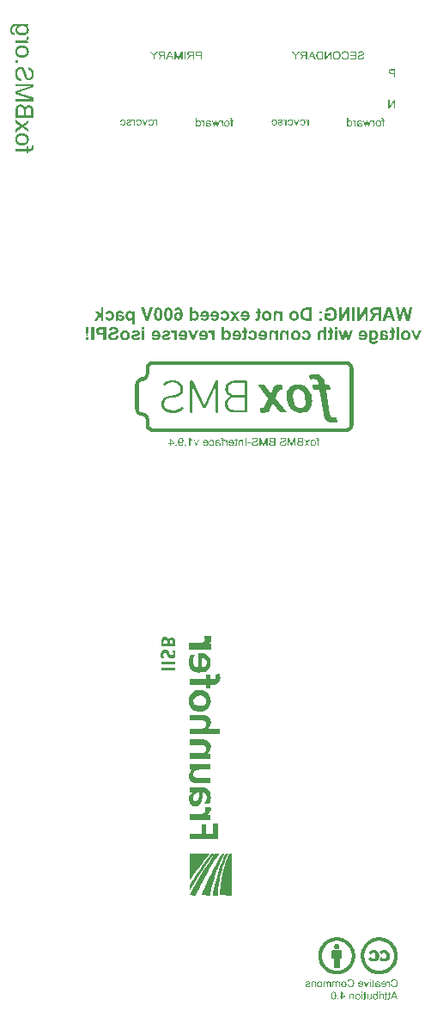
<source format=gbo>
G04*
G04 #@! TF.GenerationSoftware,Altium Limited,Altium Designer,21.4.1 (30)*
G04*
G04 Layer_Color=32896*
%FSLAX25Y25*%
%MOIN*%
G70*
G04*
G04 #@! TF.SameCoordinates,7EEB5CCF-43E0-40BE-B5BA-AD8CC80F1960*
G04*
G04*
G04 #@! TF.FilePolarity,Positive*
G04*
G01*
G75*
G36*
X109415Y245625D02*
X109501Y245516D01*
X109747Y244017D01*
X109710Y243890D01*
X109588Y243844D01*
X109578D01*
X109040Y243885D01*
X108533Y243745D01*
X108086Y243104D01*
X107011Y240702D01*
X107033Y240538D01*
X111213Y235240D01*
X111230Y235079D01*
X111093Y234994D01*
X108762D01*
X108649Y235051D01*
X106079Y238538D01*
X105952Y238603D01*
X105953Y238604D01*
X105951Y238603D01*
X105952Y238603D01*
X105824Y238512D01*
X104974Y236690D01*
X104482Y235823D01*
X103927Y235252D01*
X103253Y234939D01*
X102408Y234845D01*
X102379Y234848D01*
X101765Y234900D01*
X101202Y235071D01*
X101120Y235177D01*
X100871Y236655D01*
X100915Y236787D01*
X101036Y236827D01*
X101055Y236826D01*
X101759Y236744D01*
X102266Y236883D01*
X102737Y237531D01*
X104092Y240250D01*
X104075Y240419D01*
X100229Y245415D01*
X100213Y245574D01*
X100349Y245659D01*
X102682D01*
X102797Y245598D01*
X104958Y242449D01*
X105088Y242380D01*
X105087Y242379D01*
X105090Y242379D01*
X105088Y242380D01*
X105218Y242475D01*
X105934Y244147D01*
X106356Y244949D01*
X106843Y245468D01*
X107458Y245747D01*
X108259Y245829D01*
X109415Y245625D01*
D02*
G37*
G36*
X84512Y247299D02*
X84650Y247094D01*
X84697Y246770D01*
X84700Y235682D01*
X84702Y235604D01*
X84698Y235573D01*
X84585Y235078D01*
X84172Y234891D01*
X83760Y235078D01*
X83645Y235574D01*
Y244934D01*
X79957Y237234D01*
X79670Y236803D01*
X79217Y236643D01*
X78764Y236803D01*
X78476Y237234D01*
X74789Y244934D01*
Y235574D01*
X74674Y235078D01*
X74262Y234891D01*
X73849Y235078D01*
X73734Y235574D01*
Y246770D01*
X73782Y247094D01*
X73919Y247299D01*
X74295Y247446D01*
X74646Y247353D01*
X74946Y246941D01*
X79216Y237905D01*
X83485Y246941D01*
X83786Y247353D01*
X84136Y247446D01*
X84512Y247299D01*
D02*
G37*
G36*
X95659Y247358D02*
X95895Y247237D01*
X96024Y247010D01*
X96042Y246778D01*
Y235552D01*
X96024Y235327D01*
X95895Y235101D01*
X95661Y234980D01*
X95426Y234963D01*
X91113D01*
X90262Y235018D01*
X89516Y235181D01*
X88860Y235451D01*
X88302Y235828D01*
X87853Y236309D01*
X87523Y236893D01*
X87318Y237578D01*
X87248Y238362D01*
X87399Y239374D01*
X87839Y240236D01*
X88545Y240915D01*
X89426Y241343D01*
X88638Y241735D01*
X87994Y242377D01*
X87589Y243187D01*
X87448Y244116D01*
X87522Y244849D01*
X87735Y245497D01*
X88076Y246056D01*
X88531Y246522D01*
X89087Y246890D01*
X89733Y247157D01*
X91232Y247375D01*
X95416D01*
X95659Y247358D01*
D02*
G37*
G36*
X67923Y247418D02*
X68719Y247240D01*
X69414Y246949D01*
X69999Y246555D01*
X70467Y246061D01*
X70811Y245477D01*
X71023Y244809D01*
X71095Y244064D01*
X71031Y243378D01*
X70838Y242766D01*
X70515Y242230D01*
X70061Y241775D01*
X69036Y241178D01*
X67732Y240858D01*
X66221Y240632D01*
X65073Y240392D01*
X64360Y239980D01*
X64056Y239655D01*
X63838Y239256D01*
X63663Y238273D01*
X63721Y237709D01*
X63893Y237211D01*
X64171Y236782D01*
X64549Y236425D01*
X65589Y235932D01*
X66959Y235761D01*
X67895Y235811D01*
X68700Y235985D01*
X69440Y236310D01*
X70202Y236829D01*
X70466Y237014D01*
X70743Y237097D01*
X71095Y236958D01*
X71243Y236601D01*
X71134Y236313D01*
X70880Y236071D01*
X69988Y235488D01*
X69070Y235115D01*
X68091Y234917D01*
X67015Y234860D01*
X66049Y234921D01*
X65185Y235102D01*
X64432Y235395D01*
X63797Y235793D01*
X63289Y236292D01*
X62916Y236882D01*
X62687Y237557D01*
X62608Y238308D01*
X62683Y239029D01*
X62901Y239682D01*
X63254Y240253D01*
X63734Y240728D01*
X64656Y241235D01*
X66080Y241549D01*
X67481Y241758D01*
X68596Y242025D01*
X69398Y242496D01*
X69896Y243168D01*
X70059Y244098D01*
X69856Y245139D01*
X69272Y245926D01*
X68339Y246427D01*
X67089Y246603D01*
X65655Y246433D01*
X64381Y245784D01*
X63847Y245543D01*
X63482Y245702D01*
X63371Y245997D01*
X63487Y246280D01*
X63752Y246511D01*
X64507Y246957D01*
X65261Y247256D01*
X66081Y247426D01*
X67034Y247479D01*
X67923Y247418D01*
D02*
G37*
G36*
X116852Y245682D02*
X117989Y245265D01*
X118956Y244620D01*
X119751Y243784D01*
X120373Y242798D01*
X120818Y241699D01*
X121088Y240527D01*
X121178Y239320D01*
X121123Y238532D01*
X120949Y237744D01*
X120645Y236988D01*
X120200Y236296D01*
X119603Y235700D01*
X118843Y235235D01*
X117910Y234932D01*
X116702Y234824D01*
X116535Y236671D01*
X117496Y236830D01*
X118103Y237322D01*
X118485Y238111D01*
X118618Y239172D01*
X118441Y240913D01*
X118218Y241726D01*
X117901Y242462D01*
X117493Y243084D01*
X116987Y243568D01*
X116386Y243880D01*
X115663Y243989D01*
X114870Y243820D01*
X114263Y243329D01*
X113881Y242541D01*
X113747Y241479D01*
X113924Y239738D01*
X114147Y238925D01*
X114464Y238189D01*
X114873Y237567D01*
X115379Y237083D01*
X115982Y236770D01*
X116332Y236686D01*
X116535Y236671D01*
X116702Y234825D01*
X116422D01*
X116133Y234865D01*
X115497Y234972D01*
X114366Y235389D01*
X113403Y236036D01*
X112611Y236875D01*
X111991Y237864D01*
X111547Y238966D01*
X111279Y240142D01*
X111189Y241352D01*
X111244Y242136D01*
X111417Y242921D01*
X111720Y243674D01*
X112162Y244363D01*
X112756Y244956D01*
X113512Y245419D01*
X114440Y245721D01*
X115550Y245828D01*
X116852Y245682D01*
D02*
G37*
G36*
X123538Y249671D02*
X124196Y249414D01*
X124757Y249054D01*
X125223Y248589D01*
X125593Y248020D01*
X125868Y247345D01*
X126050Y246568D01*
X126183Y245792D01*
X126340Y245659D01*
X127800D01*
X127938Y245542D01*
X128208Y243975D01*
X128175Y243854D01*
X128061Y243801D01*
X126681D01*
X126566Y243748D01*
X126532Y243626D01*
X128052Y234498D01*
X128246Y233773D01*
X128557Y233290D01*
X129009Y233019D01*
X129632Y232933D01*
X130476Y233074D01*
X130525Y233082D01*
X130609Y233057D01*
X130676Y232956D01*
X130923Y231390D01*
X130826Y231231D01*
X129346Y231012D01*
X129314D01*
X127912Y231216D01*
X127317Y231474D01*
X126806Y231833D01*
X126378Y232294D01*
X126036Y232857D01*
X125608Y234275D01*
X124050Y243668D01*
X123893Y243801D01*
X121613D01*
X121475Y243918D01*
X121203Y245484D01*
X121238Y245606D01*
X121351Y245659D01*
X123549D01*
X123665Y245713D01*
X123697Y245836D01*
X123606Y246346D01*
X123398Y247104D01*
X123039Y247604D01*
X122491Y247884D01*
X121714Y247972D01*
X120986Y247892D01*
X120391Y247728D01*
X120333Y247717D01*
X120256Y247737D01*
X120183Y247839D01*
X119912Y249384D01*
X120003Y249542D01*
X120860Y249770D01*
X121937Y249873D01*
X123538Y249671D01*
D02*
G37*
G36*
X135041Y254774D02*
X135597Y254626D01*
X136071Y254387D01*
X136465Y254063D01*
X136773Y253662D01*
X136994Y253189D01*
X137128Y252654D01*
X137174Y252063D01*
Y230234D01*
X137118Y229679D01*
X136956Y229161D01*
X136700Y228693D01*
X136362Y228283D01*
X135952Y227946D01*
X135482Y227689D01*
X134964Y227527D01*
X134410Y227471D01*
X96765D01*
X96643Y228905D01*
X134403Y228905D01*
X134954Y229001D01*
X135373Y229271D01*
X135643Y229689D01*
X135739Y230235D01*
X135740Y252055D01*
X135643Y252606D01*
X135373Y253024D01*
X134954Y253294D01*
X134408Y253390D01*
X59332Y253391D01*
X58781Y253294D01*
X58362Y253025D01*
X58092Y252607D01*
X57996Y252061D01*
Y250011D01*
X57779Y248942D01*
X57184Y248063D01*
X56305Y247469D01*
X55238Y247253D01*
X54685Y247156D01*
X54267Y246886D01*
X53997Y246469D01*
X53901Y245923D01*
X53900Y236379D01*
X53997Y235827D01*
X54267Y235409D01*
X54685Y235140D01*
X55238Y235043D01*
X56305Y234826D01*
X57184Y234233D01*
X57779Y233354D01*
X57996Y232285D01*
Y230238D01*
X58112Y229691D01*
X58412Y229272D01*
X58838Y229001D01*
X59326Y228905D01*
X96643D01*
X96765Y227471D01*
X59324D01*
X58771Y227527D01*
X58254Y227689D01*
X57783Y227946D01*
X57374Y228283D01*
X57035Y228693D01*
X56780Y229161D01*
X56618Y229679D01*
X56561Y230234D01*
X56562Y232275D01*
X56465Y232827D01*
X56195Y233244D01*
X55778Y233515D01*
X55228Y233611D01*
X54675Y233667D01*
X54158Y233829D01*
X53688Y234084D01*
X53278Y234421D01*
X52940Y234831D01*
X52685Y235300D01*
X52523Y235817D01*
X52466Y236371D01*
Y245925D01*
X52521Y246486D01*
X52680Y247009D01*
X52931Y247479D01*
X53265Y247886D01*
X53674Y248221D01*
X54144Y248473D01*
X54666Y248630D01*
X55225Y248684D01*
X55777Y248788D01*
X56195Y249070D01*
X56465Y249493D01*
X56561Y250015D01*
Y252063D01*
X56617Y252616D01*
X56779Y253134D01*
X57035Y253604D01*
X57374Y254014D01*
X57783Y254351D01*
X58254Y254607D01*
X58771Y254768D01*
X59324Y254824D01*
X134409D01*
X135041Y254774D01*
D02*
G37*
G36*
X64543Y148006D02*
X64931Y147812D01*
X65209Y147480D01*
X65365Y147122D01*
X65390Y146971D01*
X65458Y147180D01*
X65688Y147530D01*
X66039Y147788D01*
X66409Y147890D01*
X66795D01*
X67299Y147752D01*
X67642Y147529D01*
X67900Y147088D01*
X68019Y146623D01*
X68042Y145988D01*
X68034Y144266D01*
X62499Y144275D01*
X62503Y145467D01*
X63454Y145493D01*
Y145399D01*
X64919Y145408D01*
X64923Y145574D01*
X64928Y145574D01*
X64942Y146263D01*
X64847Y146504D01*
X64664Y146748D01*
X64491Y146860D01*
X64383Y146901D01*
X63964D01*
X63795Y146825D01*
X63642Y146690D01*
X63546Y146464D01*
X63459Y146227D01*
Y145493D01*
X62508Y145467D01*
X62512Y146369D01*
X62558Y146771D01*
X62832Y147473D01*
X63339Y147933D01*
X64019Y148079D01*
X64543Y148006D01*
D02*
G37*
G36*
X81853Y148286D02*
X82039Y147847D01*
X82055Y147560D01*
X82027Y147042D01*
X81870Y146555D01*
X81578Y146016D01*
X81134Y145486D01*
X80719Y145272D01*
X80285Y145049D01*
X81224Y145396D01*
X81824Y145388D01*
X81841Y143008D01*
X73279Y143009D01*
Y145633D01*
X77138Y145647D01*
X77913Y145696D01*
X78287Y145789D01*
X78766Y145956D01*
X79108Y146137D01*
X79374Y146474D01*
X79511Y146950D01*
X79467Y147474D01*
X79376Y147790D01*
X79150Y148318D01*
X81853Y148286D01*
D02*
G37*
G36*
X64373Y143209D02*
X64825Y143085D01*
X65206Y142793D01*
X65517Y142383D01*
X65750Y141833D01*
X65931Y141416D01*
X66053Y141170D01*
X66279Y140954D01*
X66412Y140910D01*
X66762Y140944D01*
X67020Y141141D01*
X67162Y141392D01*
X67169Y141996D01*
X67107Y142287D01*
X66938Y142802D01*
X67938Y142894D01*
X68037Y142511D01*
X68111Y142114D01*
X68121Y141945D01*
X68111Y141297D01*
X68024Y140872D01*
X67862Y140459D01*
X67624Y140153D01*
X67277Y139901D01*
X66948Y139767D01*
X66659Y139728D01*
X66123Y139722D01*
X65796Y139836D01*
X65519Y139999D01*
X65208Y140348D01*
X64999Y140692D01*
X64813Y141107D01*
X64684Y141428D01*
X64526Y141726D01*
X64358Y141910D01*
X64262Y141988D01*
X64126Y142020D01*
X63861Y142023D01*
X63657Y141900D01*
X63505Y141730D01*
X63422Y141537D01*
X63360Y141357D01*
X63347Y141125D01*
X63375Y140789D01*
X63432Y140535D01*
X63497Y140329D01*
X63579Y140191D01*
X63689Y139916D01*
X62626Y139824D01*
X62529Y140149D01*
X62450Y140564D01*
X62411Y140824D01*
X62408Y141554D01*
X62488Y141983D01*
X62682Y142429D01*
X62860Y142730D01*
X63142Y142979D01*
X63490Y143124D01*
X63859Y143215D01*
X64373Y143209D01*
D02*
G37*
G36*
X68029Y137465D02*
X62503Y137468D01*
X62496Y138584D01*
X68029D01*
Y137465D01*
D02*
G37*
G36*
X77810Y141804D02*
X78830Y141660D01*
X79745Y141407D01*
X80599Y140917D01*
X81280Y140165D01*
X81626Y139411D01*
X81780Y138569D01*
Y137630D01*
X81617Y136652D01*
X81153Y135790D01*
X80699Y135310D01*
X80227Y134902D01*
X79474Y134531D01*
X78785Y134331D01*
X78250Y134268D01*
X76986Y134224D01*
X76496Y134287D01*
X75653Y134495D01*
X74999Y134830D01*
X74436Y135274D01*
X74009Y135773D01*
X73755Y136235D01*
X73564Y136697D01*
X73437Y137221D01*
X73329Y137817D01*
X73320Y138061D01*
X73302Y138926D01*
X73383Y139595D01*
X73500Y140055D01*
X73618Y140525D01*
X73800Y140924D01*
X73962Y141229D01*
X75753Y141201D01*
X75639Y140984D01*
X75459Y140625D01*
X75306Y140338D01*
X75118Y139856D01*
X75011Y139429D01*
X74949Y138948D01*
X74949Y138161D01*
X75012Y137771D01*
X75144Y137403D01*
X75356Y137068D01*
X75624Y136792D01*
X75861Y136591D01*
X76135Y136476D01*
X76429Y136360D01*
X76732Y136307D01*
X76856Y136280D01*
X76859Y138986D01*
X76878Y138986D01*
X76862Y138986D01*
X76866Y141832D01*
X77810Y141804D01*
D02*
G37*
G36*
X68029Y134973D02*
X62499Y134970D01*
X62496Y136129D01*
X68029Y136133D01*
Y134973D01*
D02*
G37*
G36*
X85368Y133325D02*
X85418Y132970D01*
X85459Y132623D01*
X85473Y132238D01*
X85441Y131718D01*
X85345Y131173D01*
X85117Y130694D01*
X84775Y130262D01*
X84400Y129975D01*
X83877Y129725D01*
X83306Y129585D01*
X83023Y129539D01*
X81631Y129534D01*
X81636Y127999D01*
X80014Y127989D01*
X79996Y129534D01*
X73504Y129525D01*
X73490Y131704D01*
X80009Y131700D01*
X80000Y133532D01*
X81635Y133537D01*
Y131709D01*
X82786Y131713D01*
X82995Y131735D01*
X83225Y131811D01*
X83428Y131914D01*
X83657Y132135D01*
X83743Y132371D01*
X83765Y132569D01*
X83747Y132806D01*
X83655Y133194D01*
X83483Y133429D01*
X83467Y133529D01*
X85304Y133696D01*
X85368Y133325D01*
D02*
G37*
G36*
X78047Y127526D02*
X78803Y127398D01*
X79329Y127193D01*
X80020Y126835D01*
X80482Y126489D01*
X80983Y125964D01*
X81394Y125259D01*
X81650Y124568D01*
X81778Y123865D01*
X81832Y123060D01*
X81829Y123060D01*
X81830Y123063D01*
X80133Y123117D01*
X81829Y123060D01*
X81793Y122739D01*
X81741Y122484D01*
X81652Y121973D01*
X81421Y121384D01*
X81126Y120859D01*
X80626Y120244D01*
X80010Y119758D01*
X79343Y119361D01*
X78662Y119156D01*
X77971Y119066D01*
X77229Y119053D01*
X76613Y119130D01*
X75998Y119296D01*
X75319Y119565D01*
X74818Y119886D01*
X74279Y120385D01*
X73932Y120885D01*
X73637Y121436D01*
X73406Y122229D01*
X73317Y122868D01*
Y123698D01*
X73381Y124274D01*
X73599Y125028D01*
X73932Y125733D01*
X74318Y126207D01*
X74817Y126693D01*
X75241Y126988D01*
X75869Y127270D01*
X76459Y127437D01*
X77112Y127526D01*
X77675Y127552D01*
X78047Y127526D01*
D02*
G37*
G36*
X79061Y117808D02*
X79327Y117782D01*
X79673Y117719D01*
X80162Y117581D01*
X80865Y117180D01*
X81162Y116909D01*
X81327Y116715D01*
X81553Y116342D01*
X81682Y115988D01*
X81782Y115572D01*
X81820Y115298D01*
X81810Y114804D01*
X81746Y114441D01*
X81598Y113852D01*
X81306Y113300D01*
X80902Y112800D01*
X80599Y112550D01*
X85275Y112546D01*
X85279Y110370D01*
X73497Y110372D01*
Y112547D01*
X77820Y112557D01*
X78145Y112589D01*
X78531Y112652D01*
X78901Y112778D01*
X79252Y112922D01*
X79517Y113107D01*
X79773Y113373D01*
X79939Y113607D01*
X80027Y113850D01*
X80101Y114129D01*
X80104Y114515D01*
X80060Y114731D01*
X79978Y114938D01*
X79811Y115178D01*
X79563Y115373D01*
X79220Y115525D01*
X78804Y115607D01*
X78241Y115652D01*
X73497Y115648D01*
Y117821D01*
X78779Y117824D01*
X79061Y117808D01*
D02*
G37*
G36*
X79282Y108285D02*
X79753Y108183D01*
X80167Y108067D01*
X80602Y107852D01*
X81081Y107499D01*
X81301Y107250D01*
X81459Y107002D01*
X81646Y106645D01*
X81743Y106272D01*
X81820Y105820D01*
X81813Y105234D01*
X81778Y104980D01*
X81688Y104507D01*
X81429Y103840D01*
X81060Y103349D01*
X80747Y103064D01*
X80588Y102927D01*
X81635D01*
Y100873D01*
X73498Y100867D01*
X73505Y103028D01*
X77815Y103031D01*
X77934Y103052D01*
X78507Y103148D01*
X78858Y103236D01*
X79161Y103371D01*
X79450Y103543D01*
X79697Y103765D01*
X79847Y103943D01*
X79969Y104172D01*
X80077Y104453D01*
X80099Y104640D01*
X80098Y105004D01*
X80058Y105207D01*
X79922Y105510D01*
X79711Y105745D01*
X79498Y105893D01*
X79225Y105993D01*
X78897Y106081D01*
X78503Y106135D01*
X73493Y106131D01*
X73500Y108304D01*
X79059D01*
X79282Y108285D01*
D02*
G37*
G36*
X81638Y98787D02*
X81633Y96635D01*
X77421D01*
X76975Y96577D01*
X76569Y96524D01*
X76135Y96372D01*
X75739Y96172D01*
X75433Y95936D01*
X75229Y95648D01*
X75080Y95342D01*
X75027Y95059D01*
X75027Y94710D01*
X75054Y94454D01*
X75151Y94229D01*
X75368Y93917D01*
X75749Y93694D01*
X76352Y93551D01*
X76721Y93511D01*
X81635Y93502D01*
Y91332D01*
X76184Y91334D01*
X75635Y91388D01*
X75176Y91515D01*
X74713Y91701D01*
X74190Y92019D01*
X73856Y92334D01*
X73650Y92636D01*
X73482Y93017D01*
X73368Y93403D01*
X73322Y93740D01*
X73318Y94418D01*
X73346Y94615D01*
X73440Y95017D01*
X73599Y95488D01*
X73808Y95879D01*
X74026Y96192D01*
X74451Y96657D01*
X74529Y96732D01*
X73497Y96728D01*
X73502Y98791D01*
X81638Y98787D01*
D02*
G37*
G36*
X74458Y89741D02*
X75744Y89709D01*
X78553Y89706D01*
X79384Y89630D01*
X80115Y89437D01*
X80760Y89090D01*
X81250Y88562D01*
X81611Y87843D01*
X81764Y87037D01*
X81803Y86602D01*
X81816Y85773D01*
X81701Y84982D01*
X81509Y84165D01*
X81317Y83641D01*
X81173Y83341D01*
X79289Y83421D01*
X79623Y83941D01*
X79945Y84602D01*
X80147Y85298D01*
X80198Y86063D01*
X80123Y86756D01*
X79849Y87253D01*
X79528Y87512D01*
X79132Y87636D01*
X78545Y87720D01*
X78532Y85926D01*
X78465Y85326D01*
X78469Y85325D01*
X78460Y85278D01*
X78459Y85266D01*
X78458Y85266D01*
X78316Y84508D01*
X78098Y83905D01*
X77815Y83442D01*
X77468Y83096D01*
X77132Y82787D01*
X76640Y82580D01*
X76061Y82490D01*
X75496Y82477D01*
X75094Y82541D01*
X74746Y82696D01*
X74384Y82889D01*
X73997Y83301D01*
X73727Y83661D01*
X73495Y84149D01*
X73379Y84611D01*
X73315Y85021D01*
Y85622D01*
X73384Y86084D01*
X73375Y86084D01*
X73390Y86123D01*
X73394Y86146D01*
X73400Y86147D01*
X73585Y86614D01*
X73829Y87051D01*
X74254Y87514D01*
X74636Y87790D01*
X73492Y87869D01*
X73503Y89806D01*
X74458Y89741D01*
D02*
G37*
G36*
X81830Y81587D02*
X81804Y81007D01*
X81700Y80606D01*
X81339Y79963D01*
X80875Y79539D01*
X80399Y79217D01*
X79977Y79084D01*
X81632Y79075D01*
X81635Y77143D01*
X73501D01*
X73494Y79317D01*
X77395Y79330D01*
X78028Y79393D01*
X78328Y79481D01*
X78786Y79608D01*
X79120Y79769D01*
X79443Y80067D01*
X79679Y80501D01*
X79742Y81139D01*
X79679Y81612D01*
X79519Y81946D01*
X81733D01*
X81830Y81587D01*
D02*
G37*
G36*
X84483Y75729D02*
X84486Y69600D01*
X73500D01*
X73497Y71855D01*
X78275D01*
X78282Y75547D01*
X80071D01*
X80074Y71855D01*
X82687Y71860D01*
X82691Y75732D01*
X84483Y75729D01*
D02*
G37*
G36*
X81525Y64217D02*
X81323Y63967D01*
X80903Y63475D01*
X80496Y62996D01*
X80076Y62482D01*
X79723Y62047D01*
X79380Y61623D01*
X78998Y61117D01*
X78565Y60577D01*
X78228Y60155D01*
X77878Y59698D01*
X77513Y59225D01*
X76947Y58466D01*
X76380Y57710D01*
X75929Y57101D01*
X75408Y56393D01*
X74936Y55723D01*
X74555Y55200D01*
X74228Y54730D01*
X73954Y54346D01*
X73763Y54063D01*
X73507Y53689D01*
X73501Y64223D01*
X81525Y64217D01*
D02*
G37*
G36*
X82998Y64045D02*
X82823Y63845D01*
X82549Y63449D01*
X82188Y62954D01*
X81937Y62618D01*
X81636Y62206D01*
X81356Y61796D01*
X81113Y61472D01*
X80899Y61182D01*
X80619Y60751D01*
X80300Y60297D01*
X80038Y59911D01*
X79774Y59535D01*
X79467Y59062D01*
X79198Y58686D01*
X78833Y58120D01*
X78369Y57415D01*
X77880Y56679D01*
X77340Y55831D01*
X76746Y54865D01*
X76350Y54218D01*
X75986Y53649D01*
X75572Y52940D01*
X75185Y52289D01*
X74650Y51382D01*
X74133Y50516D01*
X73518Y49386D01*
X73497Y51691D01*
X73960Y52462D01*
X74882Y53948D01*
X75248Y54532D01*
X75693Y55219D01*
X76161Y55942D01*
X76660Y56697D01*
X77218Y57541D01*
X77821Y58426D01*
X78267Y59073D01*
X78658Y59634D01*
X79167Y60331D01*
X79631Y60959D01*
X80009Y61471D01*
X80418Y62019D01*
X80832Y62563D01*
X81196Y63038D01*
X81416Y63344D01*
X81700Y63713D01*
X81912Y63982D01*
X82102Y64219D01*
X83137Y64229D01*
X82998Y64045D01*
D02*
G37*
G36*
X86838Y63777D02*
X86526Y63130D01*
X86246Y62507D01*
X85910Y61785D01*
X85586Y61010D01*
X85242Y60178D01*
X84950Y59474D01*
X84778Y59029D01*
X84504Y58351D01*
X84123Y57278D01*
X83760Y56237D01*
X83416Y55184D01*
X83137Y54314D01*
X82883Y53457D01*
X82546Y52296D01*
X82310Y51407D01*
X82074Y50518D01*
X81858Y49642D01*
X81673Y48861D01*
X81566Y48444D01*
X81472Y47929D01*
X78235Y47936D01*
X78800Y49320D01*
X79322Y50584D01*
X79952Y52020D01*
X80754Y53747D01*
X81371Y55061D01*
X81906Y56256D01*
X82670Y57711D01*
X83605Y59527D01*
X84649Y61483D01*
X85413Y62779D01*
X86237Y64218D01*
X87072D01*
X86838Y63777D01*
D02*
G37*
G36*
X85076Y64218D02*
X84819Y63851D01*
X84202Y62886D01*
X83438Y61661D01*
X82777Y60582D01*
X82134Y59483D01*
X81434Y58302D01*
X80951Y57484D01*
X80251Y56195D01*
X79659Y55116D01*
X79208Y54278D01*
X78623Y53199D01*
X78006Y52031D01*
X77211Y50437D01*
X76733Y49453D01*
X76314Y48616D01*
X76013Y47929D01*
X73503Y47936D01*
X73972Y48853D01*
X74590Y49997D01*
X76003Y52537D01*
X76938Y54138D01*
X77645Y55326D01*
X78422Y56596D01*
X79325Y58031D01*
X80191Y59384D01*
X81158Y60864D01*
X82042Y62166D01*
X82679Y63106D01*
X83465Y64225D01*
X85076Y64218D01*
D02*
G37*
G36*
X88403Y63841D02*
X88225Y63449D01*
X87945Y62744D01*
X87685Y62148D01*
X87431Y61463D01*
X87163Y60701D01*
X86751Y59502D01*
X86464Y58543D01*
X86248Y57807D01*
X85994Y56855D01*
X85708Y55770D01*
X85467Y54660D01*
X85244Y53505D01*
X85059Y52496D01*
X84926Y51651D01*
X84779Y50713D01*
X84665Y49595D01*
X84544Y48575D01*
X84504Y47923D01*
X82576Y47916D01*
X82800Y49123D01*
X83048Y50393D01*
X83379Y51886D01*
X83703Y53202D01*
X84143Y54847D01*
X84594Y56321D01*
X85027Y57731D01*
X85460Y59008D01*
X86167Y60845D01*
X86645Y62001D01*
X87084Y63011D01*
X87421Y63760D01*
X87640Y64217D01*
X88576Y64224D01*
X88403Y63841D01*
D02*
G37*
G36*
X89914Y47909D02*
X85318Y47935D01*
X85396Y49405D01*
X85612Y51578D01*
X86007Y54348D01*
X86300Y55899D01*
X86669Y57538D01*
X87267Y59762D01*
X87891Y61681D01*
X88579Y63473D01*
X88906Y64231D01*
X89926D01*
X89914Y47909D01*
D02*
G37*
G36*
X131471Y31662D02*
X131472Y31662D01*
X132171Y31564D01*
X132843Y31402D01*
X133487Y31175D01*
X134104Y30884D01*
X134691Y30527D01*
X135252Y30108D01*
X135784Y29621D01*
X136277Y29073D01*
X136706Y28499D01*
X137068Y27900D01*
X137365Y27275D01*
X137596Y26626D01*
X137761Y25953D01*
X137860Y25256D01*
X137893Y24532D01*
X137860Y23811D01*
X137761Y23114D01*
X137596Y22444D01*
X137365Y21800D01*
X137068Y21180D01*
X136705Y20588D01*
X136276Y20022D01*
X135783Y19481D01*
X135237Y18987D01*
X134668Y18559D01*
X134074Y18196D01*
X133455Y17899D01*
X132814Y17668D01*
X132148Y17504D01*
X131458Y17404D01*
X130744Y17371D01*
X130018Y17404D01*
X129316Y17505D01*
X128640Y17672D01*
X127986Y17906D01*
X127357Y18206D01*
X126753Y18573D01*
X126173Y19006D01*
X125618Y19506D01*
X125139Y20024D01*
X124723Y20574D01*
X124370Y21155D01*
X124083Y21767D01*
X123859Y22412D01*
X123699Y23088D01*
X123603Y23795D01*
X123571Y24532D01*
X123603Y25269D01*
X123701Y25976D01*
X123864Y26656D01*
X124092Y27307D01*
X124385Y27930D01*
X124743Y28523D01*
X125168Y29087D01*
X125656Y29622D01*
X126188Y30108D01*
X126750Y30529D01*
X127342Y30884D01*
X127964Y31176D01*
X128615Y31402D01*
X129296Y31564D01*
X130006Y31662D01*
X130742Y31693D01*
X130805Y30308D01*
D01*
X130742Y31693D01*
X130993Y31699D01*
X131471Y31662D01*
D02*
G37*
G36*
X149600Y26753D02*
X150003Y26639D01*
X150366Y26447D01*
X150688Y26179D01*
X150952Y25847D01*
X151142Y25459D01*
X151256Y25021D01*
X151293Y24531D01*
X151256Y24032D01*
X151144Y23588D01*
X150957Y23200D01*
X150695Y22872D01*
X150370Y22609D01*
X150000Y22421D01*
X149584Y22309D01*
X149122Y22272D01*
X148823Y22291D01*
X148538Y22349D01*
X148264Y22444D01*
X148004Y22578D01*
X147765Y22745D01*
X147553Y22940D01*
X147367Y23164D01*
X147184Y23460D01*
X148151Y23950D01*
X148321Y23649D01*
X148506Y23469D01*
X148733Y23362D01*
X149009Y23325D01*
X149217Y23345D01*
X149399Y23406D01*
X149551Y23506D01*
X149678Y23648D01*
X149782Y23828D01*
X149851Y24029D01*
X149910Y24538D01*
X149895Y24823D01*
X149852Y25074D01*
X149779Y25282D01*
X149682Y25444D01*
X149557Y25572D01*
X149404Y25664D01*
X149221Y25720D01*
X149010Y25739D01*
X148823Y25709D01*
X148622Y25619D01*
X148428Y25454D01*
X148238Y25152D01*
X147196Y25694D01*
X147382Y25984D01*
X147564Y26198D01*
X147772Y26380D01*
X148002Y26528D01*
X148258Y26644D01*
X148535Y26726D01*
X148836Y26775D01*
X149161Y26791D01*
X149600Y26753D01*
D02*
G37*
G36*
X145486D02*
X145888Y26639D01*
X146251Y26447D01*
X146574Y26179D01*
X146839Y25847D01*
X147027Y25459D01*
X147141Y25021D01*
X147178Y24531D01*
X147142Y24032D01*
X147031Y23588D01*
X146846Y23200D01*
X146586Y22872D01*
X146265Y22609D01*
X145894Y22421D01*
X145475Y22309D01*
X145008Y22272D01*
X144714Y22291D01*
X144433Y22349D01*
X144161Y22444D01*
X143902Y22578D01*
X143662Y22745D01*
X143448Y22939D01*
X143260Y23163D01*
X143069Y23460D01*
X144050Y23950D01*
X144220Y23649D01*
X144405Y23469D01*
X144632Y23361D01*
X144907Y23325D01*
X145116Y23345D01*
X145297Y23406D01*
X145449Y23506D01*
X145576Y23648D01*
X145680Y23828D01*
X145751Y24035D01*
X145794Y24270D01*
X145809Y24535D01*
X145794Y24823D01*
X145750Y25073D01*
X145679Y25277D01*
X145580Y25444D01*
X145455Y25572D01*
X145302Y25664D01*
X145119Y25720D01*
X144908Y25739D01*
X144712Y25709D01*
X144507Y25619D01*
X144314Y25454D01*
X144124Y25152D01*
X143095Y25694D01*
X143278Y25984D01*
X143457Y26198D01*
X143662Y26380D01*
X143891Y26528D01*
X144144Y26644D01*
X144422Y26726D01*
X144722Y26775D01*
X145047Y26791D01*
X145486Y26753D01*
D02*
G37*
G36*
X147935Y31661D02*
X148635Y31563D01*
X149307Y31400D01*
X149950Y31172D01*
X150565Y30879D01*
X151149Y30520D01*
X151704Y30097D01*
X152231Y29609D01*
X152717Y29074D01*
X153142Y28505D01*
X153506Y27901D01*
X153809Y27262D01*
X154047Y26601D01*
X154216Y25925D01*
X154319Y25235D01*
X154352Y24532D01*
X154319Y23825D01*
X154218Y23135D01*
X154050Y22463D01*
X153815Y21808D01*
X153516Y21178D01*
X153156Y20582D01*
X152733Y20018D01*
X152249Y19488D01*
X151718Y19003D01*
X151153Y18579D01*
X150554Y18217D01*
X149921Y17915D01*
X149266Y17677D01*
X148593Y17507D01*
X147906Y17405D01*
X147204Y17371D01*
X146500Y17405D01*
X145807Y17509D01*
X145125Y17680D01*
X144455Y17921D01*
X143807Y18226D01*
X143195Y18592D01*
X142618Y19019D01*
X142077Y19506D01*
X141603Y20018D01*
X141190Y20566D01*
X140838Y21154D01*
X140549Y21777D01*
X140322Y22431D01*
X140160Y23109D01*
X140063Y23808D01*
X140030Y24532D01*
X140063Y25251D01*
X140162Y25949D01*
X140325Y26628D01*
X140555Y27287D01*
X140848Y27918D01*
X141201Y28514D01*
X141615Y29073D01*
X142090Y29596D01*
X142631Y30088D01*
X143200Y30514D01*
X143797Y30873D01*
X144424Y31168D01*
X145077Y31398D01*
X145759Y31562D01*
X146467Y31661D01*
X147231Y31692D01*
Y31692D01*
X147231D01*
X147241Y30324D01*
X146983Y30318D01*
X146590Y30284D01*
X146023Y30204D01*
X145479Y30071D01*
X144958Y29885D01*
X144457Y29646D01*
X143978Y29353D01*
X143521Y29008D01*
X143085Y28609D01*
X142701Y28185D01*
X142365Y27733D01*
X142078Y27253D01*
X141840Y26745D01*
X141653Y26215D01*
X141520Y25669D01*
X141439Y25107D01*
X141413Y24530D01*
X141439Y23934D01*
X141516Y23365D01*
X141646Y22820D01*
X141826Y22303D01*
X142058Y21811D01*
X142342Y21346D01*
X142676Y20904D01*
X143063Y20489D01*
X143504Y20098D01*
X143972Y19756D01*
X144465Y19463D01*
X144983Y19218D01*
X145521Y19025D01*
X146065Y18889D01*
X146619Y18805D01*
X147180Y18779D01*
X147748Y18806D01*
X148302Y18888D01*
X148843Y19024D01*
X149371Y19213D01*
X149881Y19456D01*
X150362Y19746D01*
X150818Y20085D01*
X151246Y20474D01*
X151638Y20901D01*
X151982Y21356D01*
X152277Y21839D01*
X152524Y22351D01*
X152720Y22881D01*
X152860Y23423D01*
X152943Y23974D01*
X152970Y24534D01*
X152942Y25102D01*
X152858Y25657D01*
X152719Y26199D01*
X152522Y26731D01*
X152275Y27243D01*
X151979Y27730D01*
X151635Y28190D01*
X151243Y28626D01*
X150818Y29021D01*
X150370Y29363D01*
X149898Y29653D01*
X149401Y29890D01*
X148881Y30074D01*
X148337Y30205D01*
X147769Y30285D01*
X147241Y30318D01*
X147241Y30324D01*
X147241D01*
X147231Y31692D01*
X147466Y31692D01*
X147935Y31661D01*
D02*
G37*
G36*
X69200Y275657D02*
X69338Y275635D01*
X69477Y275606D01*
X69600Y275569D01*
X69717Y275518D01*
X69834Y275467D01*
X69929Y275409D01*
X70023Y275358D01*
X70104Y275300D01*
X70176Y275241D01*
X70235Y275190D01*
X70286Y275139D01*
X70329Y275103D01*
X70359Y275074D01*
X70373Y275052D01*
X70381Y275045D01*
X70468Y274921D01*
X70548Y274782D01*
X70614Y274629D01*
X70672Y274476D01*
X70723Y274308D01*
X70767Y274141D01*
X70803Y273973D01*
X70825Y273813D01*
X70847Y273659D01*
X70862Y273514D01*
X70876Y273382D01*
X70884Y273266D01*
X70891Y273171D01*
Y273098D01*
Y273076D01*
Y273054D01*
Y273047D01*
Y273040D01*
X70884Y272792D01*
X70869Y272566D01*
X70847Y272355D01*
X70811Y272165D01*
X70774Y271983D01*
X70738Y271822D01*
X70694Y271684D01*
X70643Y271553D01*
X70599Y271443D01*
X70556Y271349D01*
X70519Y271268D01*
X70475Y271203D01*
X70446Y271152D01*
X70424Y271115D01*
X70410Y271093D01*
X70402Y271086D01*
X70308Y270984D01*
X70206Y270889D01*
X70104Y270809D01*
X69994Y270743D01*
X69892Y270685D01*
X69783Y270641D01*
X69681Y270598D01*
X69586Y270568D01*
X69491Y270547D01*
X69411Y270525D01*
X69331Y270517D01*
X69265Y270503D01*
X69214D01*
X69178Y270496D01*
X69141D01*
X69010Y270503D01*
X68886Y270517D01*
X68770Y270539D01*
X68660Y270568D01*
X68551Y270605D01*
X68456Y270641D01*
X68369Y270685D01*
X68288Y270729D01*
X68215Y270773D01*
X68157Y270816D01*
X68099Y270853D01*
X68055Y270889D01*
X68019Y270918D01*
X67997Y270940D01*
X67982Y270955D01*
X67975Y270962D01*
X67895Y271050D01*
X67822Y271152D01*
X67764Y271254D01*
X67712Y271356D01*
X67661Y271458D01*
X67625Y271560D01*
X67574Y271764D01*
X67552Y271851D01*
X67537Y271939D01*
X67530Y272012D01*
X67523Y272077D01*
X67516Y272136D01*
Y272172D01*
Y272201D01*
Y272209D01*
X67523Y272347D01*
X67537Y272471D01*
X67559Y272595D01*
X67581Y272705D01*
X67618Y272814D01*
X67654Y272909D01*
X67691Y273003D01*
X67734Y273084D01*
X67778Y273156D01*
X67814Y273222D01*
X67851Y273273D01*
X67887Y273324D01*
X67909Y273361D01*
X67931Y273382D01*
X67946Y273397D01*
X67953Y273404D01*
X68033Y273484D01*
X68121Y273557D01*
X68208Y273623D01*
X68296Y273674D01*
X68383Y273718D01*
X68471Y273754D01*
X68631Y273813D01*
X68704Y273834D01*
X68777Y273849D01*
X68835Y273856D01*
X68886Y273864D01*
X68930Y273871D01*
X68988D01*
X69090Y273864D01*
X69185Y273849D01*
X69273Y273834D01*
X69360Y273805D01*
X69513Y273732D01*
X69644Y273659D01*
X69746Y273579D01*
X69790Y273543D01*
X69827Y273506D01*
X69856Y273477D01*
X69878Y273463D01*
X69885Y273448D01*
X69892Y273441D01*
X69878Y273594D01*
X69863Y273740D01*
X69848Y273871D01*
X69827Y273988D01*
X69805Y274090D01*
X69783Y274184D01*
X69761Y274265D01*
X69732Y274337D01*
X69710Y274403D01*
X69695Y274454D01*
X69673Y274498D01*
X69659Y274527D01*
X69644Y274556D01*
X69630Y274571D01*
X69622Y274585D01*
X69542Y274680D01*
X69455Y274746D01*
X69367Y274797D01*
X69287Y274826D01*
X69214Y274848D01*
X69156Y274855D01*
X69119Y274862D01*
X69105D01*
X69025Y274855D01*
X68944Y274840D01*
X68879Y274819D01*
X68828Y274797D01*
X68784Y274767D01*
X68755Y274746D01*
X68733Y274731D01*
X68726Y274724D01*
X68675Y274665D01*
X68638Y274600D01*
X68602Y274527D01*
X68580Y274461D01*
X68565Y274396D01*
X68551Y274345D01*
X68543Y274316D01*
Y274301D01*
X67610Y274403D01*
X67661Y274622D01*
X67734Y274804D01*
X67814Y274964D01*
X67895Y275103D01*
X67975Y275205D01*
X68004Y275241D01*
X68041Y275278D01*
X68062Y275300D01*
X68084Y275322D01*
X68091Y275336D01*
X68099D01*
X68172Y275395D01*
X68245Y275446D01*
X68405Y275526D01*
X68565Y275584D01*
X68711Y275621D01*
X68842Y275650D01*
X68901Y275657D01*
X68952D01*
X68988Y275664D01*
X69046D01*
X69200Y275657D01*
D02*
G37*
G36*
X124975Y273280D02*
X124006D01*
Y274250D01*
X124975D01*
Y273280D01*
D02*
G37*
G36*
X91791Y272471D02*
X93111Y270590D01*
X91981D01*
X91230Y271720D01*
X90479Y270590D01*
X89298D01*
X90647Y272515D01*
X89415Y274250D01*
X90545D01*
X91230Y273237D01*
X91872Y274250D01*
X93053D01*
X91791Y272471D01*
D02*
G37*
G36*
X46768Y274316D02*
X46885Y274308D01*
X46987Y274286D01*
X47089Y274272D01*
X47177Y274250D01*
X47257Y274221D01*
X47330Y274199D01*
X47388Y274177D01*
X47446Y274148D01*
X47490Y274126D01*
X47534Y274111D01*
X47563Y274090D01*
X47585Y274082D01*
X47592Y274068D01*
X47599D01*
X47723Y273958D01*
X47825Y273834D01*
X47913Y273703D01*
X47986Y273579D01*
X48037Y273463D01*
X48059Y273412D01*
X48073Y273368D01*
X48088Y273331D01*
X48095Y273302D01*
X48102Y273288D01*
Y273280D01*
X47235Y273120D01*
X47198Y273207D01*
X47162Y273280D01*
X47126Y273346D01*
X47082Y273397D01*
X47053Y273433D01*
X47023Y273455D01*
X47009Y273470D01*
X47001Y273477D01*
X46943Y273514D01*
X46878Y273543D01*
X46805Y273557D01*
X46739Y273572D01*
X46681Y273579D01*
X46637Y273587D01*
X46593D01*
X46462Y273579D01*
X46353Y273565D01*
X46265Y273550D01*
X46192Y273528D01*
X46141Y273499D01*
X46105Y273484D01*
X46083Y273470D01*
X46076Y273463D01*
X46025Y273412D01*
X45988Y273353D01*
X45966Y273288D01*
X45944Y273222D01*
X45937Y273156D01*
X45930Y273105D01*
Y273076D01*
Y273062D01*
Y272967D01*
X45981Y272945D01*
X46047Y272923D01*
X46185Y272879D01*
X46345Y272843D01*
X46499Y272807D01*
X46644Y272770D01*
X46710Y272756D01*
X46768Y272748D01*
X46812Y272741D01*
X46848Y272734D01*
X46870Y272726D01*
X46878D01*
X47053Y272690D01*
X47213Y272653D01*
X47344Y272617D01*
X47453Y272581D01*
X47541Y272544D01*
X47599Y272522D01*
X47636Y272508D01*
X47650Y272500D01*
X47745Y272449D01*
X47825Y272391D01*
X47898Y272325D01*
X47949Y272267D01*
X48000Y272216D01*
X48029Y272172D01*
X48051Y272143D01*
X48059Y272129D01*
X48110Y272034D01*
X48146Y271939D01*
X48168Y271851D01*
X48182Y271764D01*
X48197Y271691D01*
X48204Y271633D01*
Y271596D01*
Y271582D01*
X48197Y271494D01*
X48190Y271414D01*
X48153Y271261D01*
X48102Y271130D01*
X48044Y271021D01*
X47986Y270933D01*
X47935Y270867D01*
X47898Y270824D01*
X47884Y270816D01*
Y270809D01*
X47752Y270707D01*
X47607Y270634D01*
X47461Y270583D01*
X47315Y270547D01*
X47191Y270525D01*
X47133Y270517D01*
X47089D01*
X47045Y270510D01*
X46994D01*
X46878Y270517D01*
X46761Y270532D01*
X46659Y270547D01*
X46571Y270568D01*
X46499Y270590D01*
X46440Y270612D01*
X46404Y270620D01*
X46389Y270627D01*
X46287Y270678D01*
X46185Y270729D01*
X46098Y270795D01*
X46017Y270853D01*
X45952Y270904D01*
X45901Y270948D01*
X45872Y270977D01*
X45857Y270984D01*
X45850Y270955D01*
X45835Y270918D01*
X45828Y270889D01*
X45821Y270882D01*
Y270875D01*
X45799Y270809D01*
X45784Y270751D01*
X45770Y270700D01*
X45755Y270663D01*
X45740Y270634D01*
X45733Y270605D01*
X45726Y270598D01*
Y270590D01*
X44771D01*
X44815Y270685D01*
X44851Y270773D01*
X44880Y270853D01*
X44909Y270926D01*
X44924Y270984D01*
X44938Y271035D01*
X44946Y271064D01*
Y271072D01*
X44960Y271166D01*
X44968Y271283D01*
X44982Y271400D01*
Y271516D01*
X44989Y271618D01*
Y271706D01*
Y271742D01*
Y271764D01*
Y271779D01*
Y271786D01*
X44975Y272916D01*
Y273032D01*
X44982Y273135D01*
X44989Y273229D01*
X44997Y273317D01*
X45004Y273397D01*
X45019Y273470D01*
X45026Y273535D01*
X45041Y273587D01*
X45055Y273638D01*
X45062Y273674D01*
X45084Y273740D01*
X45099Y273769D01*
X45106Y273783D01*
X45164Y273864D01*
X45230Y273944D01*
X45303Y274009D01*
X45383Y274068D01*
X45449Y274111D01*
X45507Y274141D01*
X45544Y274163D01*
X45551Y274170D01*
X45558D01*
X45624Y274199D01*
X45689Y274221D01*
X45842Y274265D01*
X46003Y274294D01*
X46156Y274308D01*
X46302Y274323D01*
X46360D01*
X46411Y274330D01*
X46652D01*
X46768Y274316D01*
D02*
G37*
G36*
X40134Y270590D02*
X39165D01*
Y271757D01*
X38727Y272231D01*
X37802Y270590D01*
X36759D01*
X38100Y272909D01*
X36847Y274250D01*
X38035D01*
X39165Y272960D01*
Y275635D01*
X40134D01*
Y270590D01*
D02*
G37*
G36*
X142763D02*
X141823D01*
Y273915D01*
X139774Y270590D01*
X138753D01*
Y275635D01*
X139694D01*
Y272238D01*
X141779Y275635D01*
X142763D01*
Y270590D01*
D02*
G37*
G36*
X135714D02*
X134773D01*
Y273915D01*
X132725Y270590D01*
X131704D01*
Y275635D01*
X132644D01*
Y272238D01*
X134729Y275635D01*
X135714D01*
Y270590D01*
D02*
G37*
G36*
X158896D02*
X157788D01*
X156782Y274359D01*
X155790Y270590D01*
X154689D01*
X153472Y275635D01*
X154500D01*
X155273Y272107D01*
X156147Y275635D01*
X157372D01*
X158291Y272165D01*
X159049Y275635D01*
X160091D01*
X158896Y270590D01*
D02*
G37*
G36*
X57616D02*
X56515D01*
X54722Y275635D01*
X55808D01*
X57040Y271903D01*
X58323Y275635D01*
X59424D01*
X57616Y270590D01*
D02*
G37*
G36*
X128569Y275723D02*
X128803Y275693D01*
X128905Y275672D01*
X129007Y275650D01*
X129102Y275628D01*
X129182Y275606D01*
X129255Y275577D01*
X129327Y275555D01*
X129378Y275533D01*
X129430Y275518D01*
X129466Y275497D01*
X129495Y275489D01*
X129510Y275475D01*
X129517D01*
X129743Y275343D01*
X129838Y275263D01*
X129933Y275190D01*
X130020Y275110D01*
X130100Y275030D01*
X130173Y274950D01*
X130239Y274877D01*
X130290Y274804D01*
X130341Y274738D01*
X130385Y274680D01*
X130421Y274629D01*
X130443Y274585D01*
X130465Y274556D01*
X130472Y274534D01*
X130479Y274527D01*
X130538Y274410D01*
X130589Y274294D01*
X130669Y274053D01*
X130727Y273813D01*
X130764Y273601D01*
X130778Y273499D01*
X130793Y273412D01*
X130800Y273331D01*
Y273258D01*
X130807Y273207D01*
Y273164D01*
Y273135D01*
Y273127D01*
X130793Y272858D01*
X130764Y272610D01*
X130713Y272384D01*
X130691Y272274D01*
X130662Y272180D01*
X130632Y272092D01*
X130611Y272012D01*
X130581Y271946D01*
X130560Y271888D01*
X130545Y271844D01*
X130530Y271808D01*
X130516Y271786D01*
Y271779D01*
X130392Y271560D01*
X130253Y271370D01*
X130107Y271203D01*
X129962Y271072D01*
X129896Y271013D01*
X129831Y270962D01*
X129780Y270918D01*
X129728Y270889D01*
X129692Y270860D01*
X129656Y270838D01*
X129641Y270831D01*
X129634Y270824D01*
X129517Y270765D01*
X129408Y270714D01*
X129167Y270634D01*
X128934Y270576D01*
X128722Y270539D01*
X128620Y270525D01*
X128533Y270510D01*
X128453Y270503D01*
X128380D01*
X128329Y270496D01*
X128249D01*
X128015Y270503D01*
X127797Y270532D01*
X127585Y270568D01*
X127403Y270612D01*
X127323Y270634D01*
X127250Y270656D01*
X127184Y270678D01*
X127126Y270692D01*
X127082Y270707D01*
X127053Y270722D01*
X127031Y270729D01*
X127024D01*
X126805Y270816D01*
X126623Y270911D01*
X126462Y271006D01*
X126324Y271086D01*
X126222Y271159D01*
X126186Y271188D01*
X126149Y271217D01*
X126127Y271239D01*
X126105Y271254D01*
X126091Y271268D01*
Y273295D01*
X128285D01*
Y272442D01*
X127119D01*
Y271793D01*
X127206Y271728D01*
X127301Y271669D01*
X127396Y271618D01*
X127483Y271574D01*
X127556Y271538D01*
X127622Y271509D01*
X127658Y271494D01*
X127665Y271487D01*
X127673D01*
X127789Y271443D01*
X127906Y271414D01*
X128015Y271392D01*
X128110Y271378D01*
X128198Y271370D01*
X128256Y271363D01*
X128314D01*
X128431Y271370D01*
X128548Y271385D01*
X128649Y271407D01*
X128752Y271436D01*
X128934Y271509D01*
X129007Y271545D01*
X129080Y271589D01*
X129145Y271633D01*
X129204Y271669D01*
X129247Y271713D01*
X129291Y271742D01*
X129320Y271771D01*
X129342Y271793D01*
X129357Y271808D01*
X129364Y271815D01*
X129430Y271903D01*
X129495Y272005D01*
X129546Y272107D01*
X129590Y272216D01*
X129663Y272442D01*
X129707Y272661D01*
X129721Y272763D01*
X129736Y272865D01*
X129743Y272945D01*
X129750Y273025D01*
X129758Y273084D01*
Y273135D01*
Y273164D01*
Y273171D01*
X129750Y273324D01*
X129743Y273463D01*
X129721Y273601D01*
X129699Y273725D01*
X129670Y273834D01*
X129634Y273937D01*
X129597Y274031D01*
X129561Y274119D01*
X129532Y274192D01*
X129495Y274257D01*
X129459Y274308D01*
X129430Y274352D01*
X129408Y274389D01*
X129386Y274410D01*
X129378Y274425D01*
X129371Y274432D01*
X129291Y274505D01*
X129211Y274578D01*
X129123Y274629D01*
X129036Y274680D01*
X128948Y274724D01*
X128861Y274760D01*
X128693Y274811D01*
X128613Y274826D01*
X128540Y274840D01*
X128475Y274848D01*
X128416Y274855D01*
X128373Y274862D01*
X128307D01*
X128147Y274855D01*
X128008Y274826D01*
X127884Y274797D01*
X127775Y274753D01*
X127695Y274716D01*
X127629Y274680D01*
X127593Y274651D01*
X127578Y274644D01*
X127476Y274556D01*
X127388Y274461D01*
X127315Y274367D01*
X127264Y274272D01*
X127221Y274184D01*
X127191Y274119D01*
X127177Y274075D01*
X127170Y274068D01*
Y274060D01*
X126156Y274250D01*
X126186Y274374D01*
X126229Y274498D01*
X126273Y274607D01*
X126331Y274709D01*
X126382Y274811D01*
X126441Y274899D01*
X126499Y274979D01*
X126557Y275052D01*
X126616Y275117D01*
X126667Y275176D01*
X126710Y275227D01*
X126754Y275263D01*
X126791Y275292D01*
X126820Y275322D01*
X126834Y275329D01*
X126842Y275336D01*
X126944Y275409D01*
X127053Y275467D01*
X127170Y275518D01*
X127294Y275562D01*
X127534Y275635D01*
X127768Y275679D01*
X127877Y275701D01*
X127979Y275708D01*
X128074Y275715D01*
X128154Y275723D01*
X128219Y275730D01*
X128307D01*
X128569Y275723D01*
D02*
G37*
G36*
X100824Y274979D02*
Y274250D01*
X101268D01*
Y273477D01*
X100824D01*
Y271881D01*
Y271786D01*
Y271706D01*
Y271626D01*
X100816Y271560D01*
Y271443D01*
X100809Y271349D01*
X100802Y271276D01*
Y271232D01*
X100794Y271203D01*
Y271195D01*
X100780Y271115D01*
X100758Y271042D01*
X100736Y270977D01*
X100714Y270926D01*
X100692Y270882D01*
X100678Y270853D01*
X100671Y270831D01*
X100663Y270824D01*
X100619Y270773D01*
X100568Y270729D01*
X100466Y270656D01*
X100423Y270634D01*
X100386Y270612D01*
X100357Y270605D01*
X100350Y270598D01*
X100270Y270568D01*
X100189Y270547D01*
X100109Y270532D01*
X100036Y270525D01*
X99971Y270517D01*
X99920Y270510D01*
X99876D01*
X99723Y270517D01*
X99577Y270532D01*
X99446Y270554D01*
X99336Y270583D01*
X99242Y270605D01*
X99169Y270627D01*
X99125Y270641D01*
X99118Y270649D01*
X99111D01*
X99198Y271400D01*
X99285Y271370D01*
X99366Y271349D01*
X99431Y271334D01*
X99489Y271327D01*
X99533Y271319D01*
X99562Y271312D01*
X99592D01*
X99657Y271319D01*
X99708Y271334D01*
X99737Y271349D01*
X99752Y271356D01*
X99796Y271400D01*
X99818Y271436D01*
X99832Y271465D01*
X99840Y271480D01*
Y271494D01*
X99847Y271523D01*
Y271589D01*
Y271677D01*
X99854Y271764D01*
Y271851D01*
Y271924D01*
Y271954D01*
Y271975D01*
Y271990D01*
Y271997D01*
Y273477D01*
X99191D01*
Y274250D01*
X99854D01*
Y275548D01*
X100824Y274979D01*
D02*
G37*
G36*
X87315Y274323D02*
X87454Y274308D01*
X87592Y274286D01*
X87709Y274250D01*
X87826Y274214D01*
X87935Y274170D01*
X88030Y274126D01*
X88117Y274075D01*
X88197Y274031D01*
X88263Y273980D01*
X88321Y273937D01*
X88372Y273900D01*
X88409Y273864D01*
X88438Y273842D01*
X88453Y273827D01*
X88460Y273820D01*
X88540Y273718D01*
X88613Y273616D01*
X88678Y273506D01*
X88737Y273390D01*
X88780Y273273D01*
X88817Y273156D01*
X88875Y272931D01*
X88897Y272821D01*
X88912Y272726D01*
X88919Y272639D01*
X88926Y272559D01*
X88934Y272500D01*
Y272449D01*
Y272420D01*
Y272413D01*
X88926Y272252D01*
X88912Y272092D01*
X88890Y271954D01*
X88861Y271815D01*
X88824Y271691D01*
X88780Y271574D01*
X88744Y271473D01*
X88693Y271378D01*
X88649Y271290D01*
X88613Y271217D01*
X88569Y271159D01*
X88533Y271108D01*
X88503Y271064D01*
X88482Y271035D01*
X88467Y271021D01*
X88460Y271013D01*
X88365Y270926D01*
X88270Y270846D01*
X88168Y270780D01*
X88059Y270722D01*
X87957Y270671D01*
X87847Y270634D01*
X87745Y270598D01*
X87643Y270576D01*
X87549Y270554D01*
X87461Y270539D01*
X87381Y270525D01*
X87315Y270517D01*
X87264Y270510D01*
X87184D01*
X87053Y270517D01*
X86936Y270525D01*
X86819Y270539D01*
X86710Y270561D01*
X86608Y270583D01*
X86521Y270612D01*
X86433Y270641D01*
X86360Y270678D01*
X86287Y270707D01*
X86229Y270736D01*
X86178Y270765D01*
X86134Y270787D01*
X86105Y270809D01*
X86083Y270824D01*
X86069Y270838D01*
X86061D01*
X85988Y270904D01*
X85916Y270977D01*
X85792Y271137D01*
X85690Y271298D01*
X85617Y271458D01*
X85558Y271604D01*
X85536Y271669D01*
X85515Y271720D01*
X85500Y271764D01*
X85493Y271800D01*
X85486Y271822D01*
Y271830D01*
X86433Y271990D01*
X86462Y271859D01*
X86506Y271742D01*
X86542Y271647D01*
X86586Y271574D01*
X86630Y271516D01*
X86659Y271480D01*
X86681Y271458D01*
X86688Y271451D01*
X86761Y271400D01*
X86834Y271363D01*
X86907Y271334D01*
X86980Y271319D01*
X87046Y271305D01*
X87097Y271298D01*
X87140D01*
X87271Y271312D01*
X87388Y271341D01*
X87483Y271378D01*
X87570Y271429D01*
X87636Y271480D01*
X87680Y271516D01*
X87716Y271545D01*
X87723Y271560D01*
X87760Y271618D01*
X87796Y271677D01*
X87847Y271815D01*
X87891Y271968D01*
X87913Y272121D01*
X87928Y272267D01*
X87935Y272325D01*
Y272376D01*
X87942Y272420D01*
Y272457D01*
Y272479D01*
Y272486D01*
Y272588D01*
X87935Y272690D01*
X87920Y272777D01*
X87906Y272865D01*
X87891Y272938D01*
X87877Y273003D01*
X87833Y273120D01*
X87796Y273207D01*
X87760Y273266D01*
X87738Y273302D01*
X87731Y273317D01*
X87643Y273404D01*
X87549Y273463D01*
X87454Y273506D01*
X87366Y273543D01*
X87279Y273557D01*
X87213Y273565D01*
X87169Y273572D01*
X87155D01*
X87060Y273565D01*
X86973Y273550D01*
X86900Y273528D01*
X86834Y273499D01*
X86783Y273470D01*
X86747Y273448D01*
X86725Y273433D01*
X86717Y273426D01*
X86659Y273368D01*
X86608Y273302D01*
X86572Y273229D01*
X86535Y273164D01*
X86513Y273098D01*
X86499Y273047D01*
X86492Y273018D01*
Y273003D01*
X85536Y273178D01*
X85609Y273382D01*
X85697Y273557D01*
X85792Y273703D01*
X85886Y273827D01*
X85974Y273922D01*
X86040Y273988D01*
X86069Y274009D01*
X86090Y274024D01*
X86098Y274039D01*
X86105D01*
X86265Y274133D01*
X86440Y274206D01*
X86615Y274257D01*
X86783Y274294D01*
X86863Y274308D01*
X86936Y274316D01*
X87002Y274323D01*
X87060D01*
X87104Y274330D01*
X87169D01*
X87315Y274323D01*
D02*
G37*
G36*
X42620D02*
X42759Y274308D01*
X42897Y274286D01*
X43014Y274250D01*
X43130Y274214D01*
X43240Y274170D01*
X43335Y274126D01*
X43422Y274075D01*
X43502Y274031D01*
X43568Y273980D01*
X43626Y273937D01*
X43677Y273900D01*
X43714Y273864D01*
X43743Y273842D01*
X43758Y273827D01*
X43765Y273820D01*
X43845Y273718D01*
X43918Y273616D01*
X43984Y273506D01*
X44042Y273390D01*
X44085Y273273D01*
X44122Y273156D01*
X44180Y272931D01*
X44202Y272821D01*
X44217Y272726D01*
X44224Y272639D01*
X44231Y272559D01*
X44239Y272500D01*
Y272449D01*
Y272420D01*
Y272413D01*
X44231Y272252D01*
X44217Y272092D01*
X44195Y271954D01*
X44166Y271815D01*
X44129Y271691D01*
X44085Y271574D01*
X44049Y271473D01*
X43998Y271378D01*
X43954Y271290D01*
X43918Y271217D01*
X43874Y271159D01*
X43838Y271108D01*
X43808Y271064D01*
X43787Y271035D01*
X43772Y271021D01*
X43765Y271013D01*
X43670Y270926D01*
X43575Y270846D01*
X43473Y270780D01*
X43364Y270722D01*
X43262Y270671D01*
X43152Y270634D01*
X43050Y270598D01*
X42948Y270576D01*
X42854Y270554D01*
X42766Y270539D01*
X42686Y270525D01*
X42620Y270517D01*
X42569Y270510D01*
X42489D01*
X42358Y270517D01*
X42241Y270525D01*
X42125Y270539D01*
X42015Y270561D01*
X41913Y270583D01*
X41826Y270612D01*
X41738Y270641D01*
X41665Y270678D01*
X41592Y270707D01*
X41534Y270736D01*
X41483Y270765D01*
X41439Y270787D01*
X41410Y270809D01*
X41388Y270824D01*
X41374Y270838D01*
X41366D01*
X41293Y270904D01*
X41221Y270977D01*
X41097Y271137D01*
X40995Y271298D01*
X40922Y271458D01*
X40863Y271604D01*
X40841Y271669D01*
X40820Y271720D01*
X40805Y271764D01*
X40798Y271800D01*
X40791Y271822D01*
Y271830D01*
X41738Y271990D01*
X41767Y271859D01*
X41811Y271742D01*
X41848Y271647D01*
X41891Y271574D01*
X41935Y271516D01*
X41964Y271480D01*
X41986Y271458D01*
X41993Y271451D01*
X42066Y271400D01*
X42139Y271363D01*
X42212Y271334D01*
X42285Y271319D01*
X42351Y271305D01*
X42401Y271298D01*
X42445D01*
X42577Y271312D01*
X42693Y271341D01*
X42788Y271378D01*
X42875Y271429D01*
X42941Y271480D01*
X42985Y271516D01*
X43021Y271545D01*
X43029Y271560D01*
X43065Y271618D01*
X43101Y271677D01*
X43152Y271815D01*
X43196Y271968D01*
X43218Y272121D01*
X43233Y272267D01*
X43240Y272325D01*
Y272376D01*
X43247Y272420D01*
Y272457D01*
Y272479D01*
Y272486D01*
Y272588D01*
X43240Y272690D01*
X43225Y272777D01*
X43211Y272865D01*
X43196Y272938D01*
X43182Y273003D01*
X43138Y273120D01*
X43101Y273207D01*
X43065Y273266D01*
X43043Y273302D01*
X43036Y273317D01*
X42948Y273404D01*
X42854Y273463D01*
X42759Y273506D01*
X42671Y273543D01*
X42584Y273557D01*
X42518Y273565D01*
X42474Y273572D01*
X42460D01*
X42365Y273565D01*
X42278Y273550D01*
X42205Y273528D01*
X42139Y273499D01*
X42088Y273470D01*
X42052Y273448D01*
X42030Y273433D01*
X42022Y273426D01*
X41964Y273368D01*
X41913Y273302D01*
X41877Y273229D01*
X41840Y273164D01*
X41818Y273098D01*
X41804Y273047D01*
X41796Y273018D01*
Y273003D01*
X40841Y273178D01*
X40914Y273382D01*
X41002Y273557D01*
X41097Y273703D01*
X41191Y273827D01*
X41279Y273922D01*
X41344Y273988D01*
X41374Y274009D01*
X41396Y274024D01*
X41403Y274039D01*
X41410D01*
X41570Y274133D01*
X41745Y274206D01*
X41920Y274257D01*
X42088Y274294D01*
X42168Y274308D01*
X42241Y274316D01*
X42307Y274323D01*
X42365D01*
X42409Y274330D01*
X42474D01*
X42620Y274323D01*
D02*
G37*
G36*
X95305D02*
X95429Y274308D01*
X95553Y274279D01*
X95662Y274250D01*
X95772Y274214D01*
X95866Y274170D01*
X95961Y274119D01*
X96041Y274075D01*
X96114Y274024D01*
X96180Y273973D01*
X96238Y273929D01*
X96282Y273893D01*
X96318Y273864D01*
X96348Y273834D01*
X96362Y273820D01*
X96369Y273813D01*
X96450Y273710D01*
X96522Y273601D01*
X96588Y273492D01*
X96646Y273375D01*
X96690Y273251D01*
X96727Y273135D01*
X96785Y272909D01*
X96807Y272799D01*
X96821Y272705D01*
X96829Y272617D01*
X96836Y272544D01*
X96843Y272479D01*
Y272427D01*
Y272398D01*
Y272391D01*
X96836Y272252D01*
X96829Y272114D01*
X96807Y271990D01*
X96785Y271873D01*
X96763Y271757D01*
X96727Y271655D01*
X96697Y271560D01*
X96661Y271473D01*
X96632Y271392D01*
X96595Y271327D01*
X96566Y271268D01*
X96544Y271217D01*
X96515Y271181D01*
X96501Y271152D01*
X96493Y271137D01*
X96486Y271130D01*
X96391Y271021D01*
X96297Y270926D01*
X96187Y270846D01*
X96070Y270773D01*
X95954Y270714D01*
X95837Y270663D01*
X95721Y270620D01*
X95604Y270590D01*
X95502Y270561D01*
X95400Y270547D01*
X95305Y270532D01*
X95225Y270517D01*
X95159D01*
X95116Y270510D01*
X95072D01*
X94860Y270525D01*
X94664Y270554D01*
X94496Y270598D01*
X94350Y270649D01*
X94284Y270678D01*
X94234Y270700D01*
X94182Y270722D01*
X94146Y270743D01*
X94117Y270765D01*
X94088Y270773D01*
X94080Y270787D01*
X94073D01*
X93935Y270904D01*
X93811Y271028D01*
X93709Y271166D01*
X93628Y271298D01*
X93563Y271414D01*
X93541Y271465D01*
X93519Y271509D01*
X93504Y271545D01*
X93490Y271574D01*
X93483Y271589D01*
Y271596D01*
X94445Y271757D01*
X94481Y271662D01*
X94518Y271574D01*
X94554Y271509D01*
X94598Y271451D01*
X94627Y271407D01*
X94656Y271378D01*
X94678Y271363D01*
X94685Y271356D01*
X94744Y271312D01*
X94809Y271283D01*
X94875Y271261D01*
X94933Y271247D01*
X94984Y271239D01*
X95028Y271232D01*
X95065D01*
X95181Y271239D01*
X95290Y271268D01*
X95393Y271305D01*
X95473Y271349D01*
X95538Y271392D01*
X95582Y271429D01*
X95619Y271458D01*
X95626Y271465D01*
X95699Y271560D01*
X95750Y271669D01*
X95793Y271786D01*
X95823Y271888D01*
X95837Y271990D01*
X95845Y272063D01*
X95852Y272092D01*
Y272114D01*
Y272129D01*
Y272136D01*
X93432D01*
Y272340D01*
X93446Y272522D01*
X93468Y272697D01*
X93497Y272858D01*
X93534Y273011D01*
X93570Y273142D01*
X93614Y273266D01*
X93657Y273375D01*
X93701Y273470D01*
X93745Y273557D01*
X93782Y273623D01*
X93818Y273681D01*
X93847Y273725D01*
X93869Y273762D01*
X93884Y273776D01*
X93891Y273783D01*
X93978Y273878D01*
X94080Y273966D01*
X94182Y274039D01*
X94284Y274097D01*
X94394Y274155D01*
X94503Y274199D01*
X94605Y274235D01*
X94707Y274265D01*
X94802Y274286D01*
X94889Y274301D01*
X94970Y274316D01*
X95035Y274323D01*
X95094Y274330D01*
X95174D01*
X95305Y274323D01*
D02*
G37*
G36*
X83539D02*
X83663Y274308D01*
X83787Y274279D01*
X83896Y274250D01*
X84006Y274214D01*
X84100Y274170D01*
X84195Y274119D01*
X84275Y274075D01*
X84348Y274024D01*
X84414Y273973D01*
X84472Y273929D01*
X84516Y273893D01*
X84552Y273864D01*
X84582Y273834D01*
X84596Y273820D01*
X84603Y273813D01*
X84684Y273710D01*
X84756Y273601D01*
X84822Y273492D01*
X84880Y273375D01*
X84924Y273251D01*
X84961Y273135D01*
X85019Y272909D01*
X85041Y272799D01*
X85055Y272705D01*
X85063Y272617D01*
X85070Y272544D01*
X85077Y272479D01*
Y272427D01*
Y272398D01*
Y272391D01*
X85070Y272252D01*
X85063Y272114D01*
X85041Y271990D01*
X85019Y271873D01*
X84997Y271757D01*
X84961Y271655D01*
X84931Y271560D01*
X84895Y271473D01*
X84866Y271392D01*
X84829Y271327D01*
X84800Y271268D01*
X84778Y271217D01*
X84749Y271181D01*
X84735Y271152D01*
X84727Y271137D01*
X84720Y271130D01*
X84625Y271021D01*
X84531Y270926D01*
X84421Y270846D01*
X84304Y270773D01*
X84188Y270714D01*
X84071Y270663D01*
X83955Y270620D01*
X83838Y270590D01*
X83736Y270561D01*
X83634Y270547D01*
X83539Y270532D01*
X83459Y270517D01*
X83393D01*
X83350Y270510D01*
X83306D01*
X83094Y270525D01*
X82898Y270554D01*
X82730Y270598D01*
X82584Y270649D01*
X82518Y270678D01*
X82467Y270700D01*
X82416Y270722D01*
X82380Y270743D01*
X82351Y270765D01*
X82322Y270773D01*
X82314Y270787D01*
X82307D01*
X82169Y270904D01*
X82045Y271028D01*
X81942Y271166D01*
X81862Y271298D01*
X81797Y271414D01*
X81775Y271465D01*
X81753Y271509D01*
X81738Y271545D01*
X81724Y271574D01*
X81717Y271589D01*
Y271596D01*
X82679Y271757D01*
X82715Y271662D01*
X82752Y271574D01*
X82788Y271509D01*
X82832Y271451D01*
X82861Y271407D01*
X82890Y271378D01*
X82912Y271363D01*
X82919Y271356D01*
X82978Y271312D01*
X83043Y271283D01*
X83109Y271261D01*
X83167Y271247D01*
X83218Y271239D01*
X83262Y271232D01*
X83298D01*
X83415Y271239D01*
X83524Y271268D01*
X83627Y271305D01*
X83707Y271349D01*
X83772Y271392D01*
X83816Y271429D01*
X83852Y271458D01*
X83860Y271465D01*
X83933Y271560D01*
X83984Y271669D01*
X84027Y271786D01*
X84057Y271888D01*
X84071Y271990D01*
X84079Y272063D01*
X84086Y272092D01*
Y272114D01*
Y272129D01*
Y272136D01*
X81665D01*
Y272340D01*
X81680Y272522D01*
X81702Y272697D01*
X81731Y272858D01*
X81768Y273011D01*
X81804Y273142D01*
X81848Y273266D01*
X81892Y273375D01*
X81935Y273470D01*
X81979Y273557D01*
X82015Y273623D01*
X82052Y273681D01*
X82081Y273725D01*
X82103Y273762D01*
X82117Y273776D01*
X82125Y273783D01*
X82212Y273878D01*
X82314Y273966D01*
X82416Y274039D01*
X82518Y274097D01*
X82628Y274155D01*
X82737Y274199D01*
X82839Y274235D01*
X82941Y274265D01*
X83036Y274286D01*
X83123Y274301D01*
X83204Y274316D01*
X83269Y274323D01*
X83328Y274330D01*
X83408D01*
X83539Y274323D01*
D02*
G37*
G36*
X79617D02*
X79741Y274308D01*
X79865Y274279D01*
X79974Y274250D01*
X80084Y274214D01*
X80178Y274170D01*
X80273Y274119D01*
X80353Y274075D01*
X80426Y274024D01*
X80492Y273973D01*
X80550Y273929D01*
X80594Y273893D01*
X80630Y273864D01*
X80660Y273834D01*
X80674Y273820D01*
X80681Y273813D01*
X80761Y273710D01*
X80834Y273601D01*
X80900Y273492D01*
X80958Y273375D01*
X81002Y273251D01*
X81038Y273135D01*
X81097Y272909D01*
X81119Y272799D01*
X81133Y272705D01*
X81141Y272617D01*
X81148Y272544D01*
X81155Y272479D01*
Y272427D01*
Y272398D01*
Y272391D01*
X81148Y272252D01*
X81141Y272114D01*
X81119Y271990D01*
X81097Y271873D01*
X81075Y271757D01*
X81038Y271655D01*
X81009Y271560D01*
X80973Y271473D01*
X80944Y271392D01*
X80907Y271327D01*
X80878Y271268D01*
X80856Y271217D01*
X80827Y271181D01*
X80813Y271152D01*
X80805Y271137D01*
X80798Y271130D01*
X80703Y271021D01*
X80608Y270926D01*
X80499Y270846D01*
X80382Y270773D01*
X80266Y270714D01*
X80149Y270663D01*
X80032Y270620D01*
X79916Y270590D01*
X79814Y270561D01*
X79712Y270547D01*
X79617Y270532D01*
X79537Y270517D01*
X79471D01*
X79427Y270510D01*
X79384D01*
X79172Y270525D01*
X78975Y270554D01*
X78808Y270598D01*
X78662Y270649D01*
X78596Y270678D01*
X78545Y270700D01*
X78494Y270722D01*
X78458Y270743D01*
X78429Y270765D01*
X78400Y270773D01*
X78392Y270787D01*
X78385D01*
X78246Y270904D01*
X78123Y271028D01*
X78021Y271166D01*
X77940Y271298D01*
X77875Y271414D01*
X77853Y271465D01*
X77831Y271509D01*
X77816Y271545D01*
X77802Y271574D01*
X77794Y271589D01*
Y271596D01*
X78757Y271757D01*
X78793Y271662D01*
X78830Y271574D01*
X78866Y271509D01*
X78910Y271451D01*
X78939Y271407D01*
X78968Y271378D01*
X78990Y271363D01*
X78997Y271356D01*
X79056Y271312D01*
X79121Y271283D01*
X79187Y271261D01*
X79245Y271247D01*
X79296Y271239D01*
X79340Y271232D01*
X79376D01*
X79493Y271239D01*
X79602Y271268D01*
X79704Y271305D01*
X79785Y271349D01*
X79850Y271392D01*
X79894Y271429D01*
X79931Y271458D01*
X79938Y271465D01*
X80011Y271560D01*
X80062Y271669D01*
X80105Y271786D01*
X80135Y271888D01*
X80149Y271990D01*
X80156Y272063D01*
X80164Y272092D01*
Y272114D01*
Y272129D01*
Y272136D01*
X77744D01*
Y272340D01*
X77758Y272522D01*
X77780Y272697D01*
X77809Y272858D01*
X77846Y273011D01*
X77882Y273142D01*
X77926Y273266D01*
X77969Y273375D01*
X78013Y273470D01*
X78057Y273557D01*
X78093Y273623D01*
X78130Y273681D01*
X78159Y273725D01*
X78181Y273762D01*
X78196Y273776D01*
X78203Y273783D01*
X78290Y273878D01*
X78392Y273966D01*
X78494Y274039D01*
X78596Y274097D01*
X78706Y274155D01*
X78815Y274199D01*
X78917Y274235D01*
X79019Y274265D01*
X79114Y274286D01*
X79202Y274301D01*
X79282Y274316D01*
X79347Y274323D01*
X79406Y274330D01*
X79486D01*
X79617Y274323D01*
D02*
G37*
G36*
X153457Y270590D02*
X152378D01*
X151963Y271735D01*
X149936D01*
X149499Y270590D01*
X148398D01*
X150425Y275635D01*
X151504D01*
X153457Y270590D01*
D02*
G37*
G36*
X147851D02*
X146831D01*
Y272697D01*
X146503D01*
X146401Y272690D01*
X146313Y272683D01*
X146240Y272668D01*
X146182Y272661D01*
X146145Y272646D01*
X146124Y272639D01*
X146116D01*
X146058Y272610D01*
X146000Y272581D01*
X145949Y272544D01*
X145898Y272515D01*
X145861Y272479D01*
X145832Y272449D01*
X145817Y272435D01*
X145810Y272427D01*
X145781Y272391D01*
X145745Y272355D01*
X145664Y272245D01*
X145577Y272129D01*
X145482Y271997D01*
X145402Y271881D01*
X145366Y271822D01*
X145336Y271779D01*
X145307Y271742D01*
X145285Y271713D01*
X145278Y271691D01*
X145271Y271684D01*
X144542Y270590D01*
X143317D01*
X143937Y271574D01*
X144002Y271677D01*
X144068Y271779D01*
X144126Y271866D01*
X144185Y271946D01*
X144236Y272019D01*
X144279Y272092D01*
X144367Y272201D01*
X144432Y272289D01*
X144476Y272347D01*
X144513Y272384D01*
X144520Y272391D01*
X144600Y272479D01*
X144695Y272559D01*
X144782Y272624D01*
X144870Y272690D01*
X144943Y272741D01*
X145001Y272777D01*
X145045Y272807D01*
X145052Y272814D01*
X145059D01*
X144935Y272836D01*
X144826Y272865D01*
X144724Y272894D01*
X144622Y272931D01*
X144534Y272967D01*
X144454Y273003D01*
X144374Y273040D01*
X144308Y273084D01*
X144250Y273120D01*
X144199Y273156D01*
X144155Y273193D01*
X144126Y273222D01*
X144097Y273244D01*
X144075Y273266D01*
X144068Y273273D01*
X144061Y273280D01*
X144002Y273353D01*
X143951Y273426D01*
X143864Y273587D01*
X143805Y273740D01*
X143769Y273893D01*
X143740Y274024D01*
X143733Y274075D01*
Y274126D01*
X143725Y274163D01*
Y274199D01*
Y274214D01*
Y274221D01*
X143733Y274381D01*
X143762Y274534D01*
X143798Y274665D01*
X143835Y274782D01*
X143878Y274877D01*
X143915Y274950D01*
X143929Y274972D01*
X143944Y274993D01*
X143951Y275001D01*
Y275008D01*
X144039Y275132D01*
X144133Y275234D01*
X144228Y275314D01*
X144323Y275387D01*
X144411Y275431D01*
X144476Y275467D01*
X144520Y275489D01*
X144527Y275497D01*
X144534D01*
X144607Y275518D01*
X144687Y275540D01*
X144870Y275577D01*
X145067Y275599D01*
X145256Y275621D01*
X145351D01*
X145431Y275628D01*
X145511D01*
X145577Y275635D01*
X147851D01*
Y270590D01*
D02*
G37*
G36*
X137711D02*
X136690D01*
Y275635D01*
X137711D01*
Y270590D01*
D02*
G37*
G36*
X124975D02*
X124006D01*
Y271560D01*
X124975D01*
Y270590D01*
D02*
G37*
G36*
X120835D02*
X118925D01*
X118728Y270598D01*
X118546Y270605D01*
X118393Y270620D01*
X118269Y270641D01*
X118166Y270663D01*
X118086Y270678D01*
X118064Y270685D01*
X118043D01*
X118035Y270692D01*
X118028D01*
X117868Y270751D01*
X117722Y270816D01*
X117605Y270882D01*
X117503Y270948D01*
X117423Y271006D01*
X117365Y271050D01*
X117328Y271079D01*
X117314Y271093D01*
X117190Y271232D01*
X117080Y271378D01*
X116985Y271531D01*
X116913Y271669D01*
X116854Y271800D01*
X116825Y271851D01*
X116811Y271895D01*
X116796Y271939D01*
X116781Y271968D01*
X116774Y271983D01*
Y271990D01*
X116723Y272165D01*
X116679Y272347D01*
X116650Y272522D01*
X116636Y272690D01*
X116628Y272770D01*
X116621Y272843D01*
Y272901D01*
X116614Y272960D01*
Y273003D01*
Y273032D01*
Y273054D01*
Y273062D01*
X116621Y273317D01*
X116643Y273543D01*
X116650Y273652D01*
X116665Y273747D01*
X116679Y273842D01*
X116694Y273922D01*
X116716Y273995D01*
X116730Y274060D01*
X116745Y274119D01*
X116752Y274163D01*
X116767Y274199D01*
X116774Y274228D01*
X116781Y274243D01*
Y274250D01*
X116847Y274425D01*
X116927Y274585D01*
X117007Y274724D01*
X117088Y274840D01*
X117153Y274935D01*
X117211Y275008D01*
X117248Y275052D01*
X117255Y275066D01*
X117263D01*
X117386Y275183D01*
X117510Y275278D01*
X117642Y275358D01*
X117758Y275424D01*
X117860Y275475D01*
X117948Y275511D01*
X117977Y275518D01*
X117999Y275526D01*
X118013Y275533D01*
X118021D01*
X118159Y275569D01*
X118312Y275591D01*
X118473Y275613D01*
X118626Y275621D01*
X118764Y275628D01*
X118823Y275635D01*
X120835D01*
Y270590D01*
D02*
G37*
G36*
X107530Y274323D02*
X107662Y274301D01*
X107778Y274272D01*
X107895Y274235D01*
X108004Y274184D01*
X108099Y274133D01*
X108194Y274075D01*
X108274Y274024D01*
X108347Y273966D01*
X108413Y273907D01*
X108471Y273856D01*
X108515Y273805D01*
X108551Y273769D01*
X108580Y273740D01*
X108595Y273718D01*
X108602Y273710D01*
Y274250D01*
X109499D01*
Y270590D01*
X108529D01*
Y272238D01*
Y272347D01*
Y272449D01*
X108522Y272544D01*
X108515Y272624D01*
Y272705D01*
X108507Y272770D01*
X108500Y272836D01*
X108493Y272887D01*
X108478Y272974D01*
X108471Y273032D01*
X108456Y273069D01*
Y273076D01*
X108427Y273156D01*
X108383Y273237D01*
X108340Y273295D01*
X108296Y273353D01*
X108252Y273390D01*
X108216Y273426D01*
X108194Y273441D01*
X108186Y273448D01*
X108106Y273492D01*
X108026Y273528D01*
X107953Y273550D01*
X107880Y273572D01*
X107822Y273579D01*
X107778Y273587D01*
X107735D01*
X107662Y273579D01*
X107596Y273572D01*
X107545Y273557D01*
X107494Y273535D01*
X107450Y273514D01*
X107421Y273499D01*
X107406Y273492D01*
X107399Y273484D01*
X107348Y273448D01*
X107312Y273404D01*
X107246Y273317D01*
X107224Y273273D01*
X107210Y273244D01*
X107195Y273222D01*
Y273215D01*
X107181Y273178D01*
X107173Y273135D01*
X107159Y273025D01*
X107144Y272894D01*
X107137Y272770D01*
X107130Y272646D01*
Y272595D01*
Y272544D01*
Y272508D01*
Y272479D01*
Y272457D01*
Y272449D01*
Y270590D01*
X106160D01*
Y272858D01*
Y273011D01*
X106167Y273135D01*
X106175Y273251D01*
X106189Y273339D01*
X106196Y273412D01*
X106211Y273463D01*
X106218Y273499D01*
Y273506D01*
X106240Y273594D01*
X106269Y273667D01*
X106298Y273740D01*
X106335Y273798D01*
X106364Y273849D01*
X106386Y273885D01*
X106401Y273907D01*
X106408Y273915D01*
X106466Y273980D01*
X106532Y274039D01*
X106597Y274090D01*
X106663Y274133D01*
X106721Y274170D01*
X106772Y274192D01*
X106801Y274206D01*
X106816Y274214D01*
X106918Y274250D01*
X107020Y274279D01*
X107115Y274301D01*
X107202Y274316D01*
X107282Y274323D01*
X107348Y274330D01*
X107399D01*
X107530Y274323D01*
D02*
G37*
G36*
X114295D02*
X114478Y274294D01*
X114646Y274257D01*
X114791Y274214D01*
X114850Y274184D01*
X114908Y274163D01*
X114959Y274148D01*
X114995Y274126D01*
X115032Y274111D01*
X115054Y274097D01*
X115068Y274090D01*
X115076D01*
X115229Y273988D01*
X115360Y273878D01*
X115477Y273762D01*
X115571Y273652D01*
X115644Y273550D01*
X115702Y273470D01*
X115724Y273441D01*
X115732Y273419D01*
X115746Y273404D01*
Y273397D01*
X115826Y273229D01*
X115877Y273062D01*
X115921Y272909D01*
X115950Y272770D01*
X115965Y272646D01*
X115972Y272595D01*
Y272551D01*
X115980Y272522D01*
Y272493D01*
Y272479D01*
Y272471D01*
X115972Y272245D01*
X115943Y272034D01*
X115907Y271851D01*
X115885Y271771D01*
X115863Y271698D01*
X115841Y271633D01*
X115819Y271574D01*
X115797Y271523D01*
X115783Y271480D01*
X115768Y271443D01*
X115753Y271421D01*
X115746Y271407D01*
Y271400D01*
X115644Y271247D01*
X115535Y271115D01*
X115418Y270999D01*
X115309Y270904D01*
X115207Y270831D01*
X115127Y270780D01*
X115097Y270758D01*
X115076Y270743D01*
X115061Y270736D01*
X115054D01*
X114879Y270663D01*
X114711Y270605D01*
X114551Y270568D01*
X114398Y270539D01*
X114274Y270525D01*
X114223Y270517D01*
X114179D01*
X114142Y270510D01*
X114091D01*
X113938Y270517D01*
X113800Y270532D01*
X113661Y270561D01*
X113537Y270598D01*
X113413Y270634D01*
X113304Y270678D01*
X113202Y270729D01*
X113107Y270780D01*
X113027Y270831D01*
X112954Y270882D01*
X112889Y270926D01*
X112838Y270962D01*
X112794Y270999D01*
X112765Y271028D01*
X112750Y271042D01*
X112743Y271050D01*
X112648Y271159D01*
X112568Y271268D01*
X112495Y271378D01*
X112429Y271494D01*
X112378Y271611D01*
X112335Y271728D01*
X112298Y271837D01*
X112269Y271946D01*
X112247Y272041D01*
X112232Y272136D01*
X112218Y272216D01*
X112211Y272289D01*
X112203Y272347D01*
Y272391D01*
Y272420D01*
Y272427D01*
X112211Y272581D01*
X112225Y272726D01*
X112254Y272858D01*
X112284Y272989D01*
X112327Y273105D01*
X112371Y273222D01*
X112422Y273324D01*
X112466Y273419D01*
X112517Y273499D01*
X112568Y273579D01*
X112611Y273638D01*
X112655Y273696D01*
X112684Y273732D01*
X112714Y273769D01*
X112728Y273783D01*
X112735Y273791D01*
X112838Y273885D01*
X112947Y273966D01*
X113056Y274039D01*
X113173Y274104D01*
X113289Y274155D01*
X113399Y274199D01*
X113508Y274235D01*
X113618Y274265D01*
X113712Y274286D01*
X113807Y274301D01*
X113887Y274316D01*
X113960Y274323D01*
X114018Y274330D01*
X114099D01*
X114295Y274323D01*
D02*
G37*
G36*
X103718D02*
X103900Y274294D01*
X104068Y274257D01*
X104214Y274214D01*
X104272Y274184D01*
X104330Y274163D01*
X104381Y274148D01*
X104418Y274126D01*
X104454Y274111D01*
X104476Y274097D01*
X104490Y274090D01*
X104498D01*
X104651Y273988D01*
X104782Y273878D01*
X104899Y273762D01*
X104993Y273652D01*
X105066Y273550D01*
X105125Y273470D01*
X105147Y273441D01*
X105154Y273419D01*
X105168Y273404D01*
Y273397D01*
X105249Y273229D01*
X105300Y273062D01*
X105343Y272909D01*
X105373Y272770D01*
X105387Y272646D01*
X105394Y272595D01*
Y272551D01*
X105402Y272522D01*
Y272493D01*
Y272479D01*
Y272471D01*
X105394Y272245D01*
X105365Y272034D01*
X105329Y271851D01*
X105307Y271771D01*
X105285Y271698D01*
X105263Y271633D01*
X105241Y271574D01*
X105219Y271523D01*
X105205Y271480D01*
X105190Y271443D01*
X105176Y271421D01*
X105168Y271407D01*
Y271400D01*
X105066Y271247D01*
X104957Y271115D01*
X104840Y270999D01*
X104731Y270904D01*
X104629Y270831D01*
X104549Y270780D01*
X104520Y270758D01*
X104498Y270743D01*
X104483Y270736D01*
X104476D01*
X104301Y270663D01*
X104133Y270605D01*
X103973Y270568D01*
X103820Y270539D01*
X103696Y270525D01*
X103645Y270517D01*
X103601D01*
X103565Y270510D01*
X103514D01*
X103360Y270517D01*
X103222Y270532D01*
X103084Y270561D01*
X102960Y270598D01*
X102836Y270634D01*
X102726Y270678D01*
X102624Y270729D01*
X102530Y270780D01*
X102449Y270831D01*
X102376Y270882D01*
X102311Y270926D01*
X102260Y270962D01*
X102216Y270999D01*
X102187Y271028D01*
X102172Y271042D01*
X102165Y271050D01*
X102070Y271159D01*
X101990Y271268D01*
X101917Y271378D01*
X101851Y271494D01*
X101801Y271611D01*
X101757Y271728D01*
X101720Y271837D01*
X101691Y271946D01*
X101669Y272041D01*
X101655Y272136D01*
X101640Y272216D01*
X101633Y272289D01*
X101626Y272347D01*
Y272391D01*
Y272420D01*
Y272427D01*
X101633Y272581D01*
X101647Y272726D01*
X101676Y272858D01*
X101706Y272989D01*
X101749Y273105D01*
X101793Y273222D01*
X101844Y273324D01*
X101888Y273419D01*
X101939Y273499D01*
X101990Y273579D01*
X102034Y273638D01*
X102077Y273696D01*
X102107Y273732D01*
X102136Y273769D01*
X102150Y273783D01*
X102158Y273791D01*
X102260Y273885D01*
X102369Y273966D01*
X102478Y274039D01*
X102595Y274104D01*
X102712Y274155D01*
X102821Y274199D01*
X102930Y274235D01*
X103040Y274265D01*
X103135Y274286D01*
X103229Y274301D01*
X103310Y274316D01*
X103382Y274323D01*
X103441Y274330D01*
X103521D01*
X103718Y274323D01*
D02*
G37*
G36*
X74565Y273820D02*
X74652Y273907D01*
X74740Y273988D01*
X74827Y274053D01*
X74922Y274119D01*
X75010Y274163D01*
X75097Y274206D01*
X75185Y274243D01*
X75265Y274265D01*
X75345Y274286D01*
X75411Y274301D01*
X75476Y274316D01*
X75527Y274323D01*
X75571Y274330D01*
X75629D01*
X75753Y274323D01*
X75870Y274308D01*
X75979Y274286D01*
X76089Y274257D01*
X76271Y274177D01*
X76358Y274133D01*
X76431Y274090D01*
X76504Y274039D01*
X76562Y273995D01*
X76613Y273958D01*
X76657Y273922D01*
X76694Y273885D01*
X76716Y273864D01*
X76730Y273849D01*
X76737Y273842D01*
X76810Y273747D01*
X76876Y273645D01*
X76934Y273535D01*
X76985Y273419D01*
X77029Y273302D01*
X77065Y273186D01*
X77117Y272952D01*
X77131Y272850D01*
X77146Y272748D01*
X77153Y272661D01*
X77160Y272581D01*
X77168Y272515D01*
Y272471D01*
Y272435D01*
Y272427D01*
X77160Y272260D01*
X77146Y272107D01*
X77124Y271961D01*
X77095Y271822D01*
X77065Y271698D01*
X77029Y271582D01*
X76985Y271480D01*
X76942Y271385D01*
X76905Y271298D01*
X76861Y271225D01*
X76825Y271159D01*
X76789Y271108D01*
X76767Y271064D01*
X76745Y271035D01*
X76730Y271021D01*
X76723Y271013D01*
X76635Y270926D01*
X76548Y270846D01*
X76453Y270780D01*
X76366Y270722D01*
X76271Y270671D01*
X76183Y270634D01*
X76096Y270598D01*
X76016Y270576D01*
X75936Y270554D01*
X75863Y270539D01*
X75804Y270525D01*
X75746Y270517D01*
X75702Y270510D01*
X75644D01*
X75527Y270517D01*
X75418Y270532D01*
X75309Y270554D01*
X75214Y270583D01*
X75141Y270612D01*
X75075Y270634D01*
X75039Y270649D01*
X75024Y270656D01*
X74915Y270722D01*
X74813Y270795D01*
X74718Y270875D01*
X74645Y270948D01*
X74580Y271013D01*
X74529Y271072D01*
X74499Y271108D01*
X74492Y271123D01*
Y270590D01*
X73595D01*
Y275635D01*
X74565D01*
Y273820D01*
D02*
G37*
G36*
X65467Y275657D02*
X65591Y275642D01*
X65715Y275613D01*
X65824Y275584D01*
X65926Y275540D01*
X66021Y275497D01*
X66101Y275453D01*
X66181Y275402D01*
X66247Y275351D01*
X66313Y275307D01*
X66364Y275263D01*
X66400Y275219D01*
X66437Y275190D01*
X66459Y275161D01*
X66473Y275147D01*
X66480Y275139D01*
X66568Y275015D01*
X66641Y274870D01*
X66706Y274716D01*
X66765Y274556D01*
X66808Y274389D01*
X66852Y274214D01*
X66881Y274046D01*
X66910Y273878D01*
X66925Y273718D01*
X66940Y273572D01*
X66954Y273433D01*
X66962Y273317D01*
X66969Y273222D01*
Y273149D01*
Y273120D01*
Y273098D01*
Y273091D01*
Y273084D01*
X66962Y272821D01*
X66947Y272581D01*
X66925Y272355D01*
X66896Y272150D01*
X66867Y271968D01*
X66830Y271800D01*
X66787Y271655D01*
X66743Y271523D01*
X66706Y271414D01*
X66663Y271312D01*
X66626Y271232D01*
X66590Y271166D01*
X66568Y271123D01*
X66546Y271086D01*
X66531Y271064D01*
X66524Y271057D01*
X66437Y270955D01*
X66342Y270875D01*
X66247Y270795D01*
X66145Y270736D01*
X66050Y270678D01*
X65948Y270634D01*
X65854Y270598D01*
X65759Y270568D01*
X65671Y270539D01*
X65591Y270525D01*
X65518Y270510D01*
X65460Y270503D01*
X65409D01*
X65365Y270496D01*
X65336D01*
X65205Y270503D01*
X65081Y270517D01*
X64957Y270547D01*
X64847Y270576D01*
X64745Y270612D01*
X64651Y270656D01*
X64570Y270707D01*
X64490Y270758D01*
X64425Y270802D01*
X64359Y270853D01*
X64308Y270897D01*
X64264Y270933D01*
X64235Y270962D01*
X64213Y270991D01*
X64199Y271006D01*
X64191Y271013D01*
X64104Y271137D01*
X64031Y271283D01*
X63958Y271436D01*
X63907Y271604D01*
X63856Y271771D01*
X63820Y271939D01*
X63783Y272114D01*
X63754Y272282D01*
X63739Y272442D01*
X63725Y272588D01*
X63710Y272726D01*
X63703Y272843D01*
X63696Y272938D01*
Y273011D01*
Y273040D01*
Y273062D01*
Y273069D01*
Y273076D01*
X63703Y273339D01*
X63718Y273579D01*
X63739Y273798D01*
X63776Y274002D01*
X63812Y274192D01*
X63849Y274359D01*
X63900Y274512D01*
X63943Y274644D01*
X63987Y274767D01*
X64031Y274862D01*
X64075Y274950D01*
X64111Y275023D01*
X64148Y275074D01*
X64170Y275110D01*
X64184Y275132D01*
X64191Y275139D01*
X64272Y275234D01*
X64359Y275314D01*
X64454Y275380D01*
X64549Y275446D01*
X64643Y275497D01*
X64738Y275533D01*
X64826Y275569D01*
X64920Y275599D01*
X65008Y275621D01*
X65081Y275635D01*
X65154Y275650D01*
X65212Y275657D01*
X65263Y275664D01*
X65336D01*
X65467Y275657D01*
D02*
G37*
G36*
X61545D02*
X61669Y275642D01*
X61793Y275613D01*
X61902Y275584D01*
X62004Y275540D01*
X62099Y275497D01*
X62179Y275453D01*
X62260Y275402D01*
X62325Y275351D01*
X62391Y275307D01*
X62442Y275263D01*
X62478Y275219D01*
X62515Y275190D01*
X62537Y275161D01*
X62551Y275147D01*
X62558Y275139D01*
X62646Y275015D01*
X62719Y274870D01*
X62784Y274716D01*
X62843Y274556D01*
X62887Y274389D01*
X62930Y274214D01*
X62959Y274046D01*
X62989Y273878D01*
X63003Y273718D01*
X63018Y273572D01*
X63032Y273433D01*
X63039Y273317D01*
X63047Y273222D01*
Y273149D01*
Y273120D01*
Y273098D01*
Y273091D01*
Y273084D01*
X63039Y272821D01*
X63025Y272581D01*
X63003Y272355D01*
X62974Y272150D01*
X62945Y271968D01*
X62908Y271800D01*
X62865Y271655D01*
X62821Y271523D01*
X62784Y271414D01*
X62741Y271312D01*
X62704Y271232D01*
X62668Y271166D01*
X62646Y271123D01*
X62624Y271086D01*
X62609Y271064D01*
X62602Y271057D01*
X62515Y270955D01*
X62420Y270875D01*
X62325Y270795D01*
X62223Y270736D01*
X62128Y270678D01*
X62026Y270634D01*
X61932Y270598D01*
X61837Y270568D01*
X61749Y270539D01*
X61669Y270525D01*
X61596Y270510D01*
X61538Y270503D01*
X61487D01*
X61443Y270496D01*
X61414D01*
X61283Y270503D01*
X61159Y270517D01*
X61035Y270547D01*
X60925Y270576D01*
X60823Y270612D01*
X60729Y270656D01*
X60648Y270707D01*
X60568Y270758D01*
X60503Y270802D01*
X60437Y270853D01*
X60386Y270897D01*
X60342Y270933D01*
X60313Y270962D01*
X60291Y270991D01*
X60277Y271006D01*
X60269Y271013D01*
X60182Y271137D01*
X60109Y271283D01*
X60036Y271436D01*
X59985Y271604D01*
X59934Y271771D01*
X59898Y271939D01*
X59861Y272114D01*
X59832Y272282D01*
X59817Y272442D01*
X59803Y272588D01*
X59788Y272726D01*
X59781Y272843D01*
X59774Y272938D01*
Y273011D01*
Y273040D01*
Y273062D01*
Y273069D01*
Y273076D01*
X59781Y273339D01*
X59795Y273579D01*
X59817Y273798D01*
X59854Y274002D01*
X59890Y274192D01*
X59927Y274359D01*
X59978Y274512D01*
X60022Y274644D01*
X60065Y274767D01*
X60109Y274862D01*
X60153Y274950D01*
X60189Y275023D01*
X60226Y275074D01*
X60247Y275110D01*
X60262Y275132D01*
X60269Y275139D01*
X60350Y275234D01*
X60437Y275314D01*
X60532Y275380D01*
X60627Y275446D01*
X60721Y275497D01*
X60816Y275533D01*
X60904Y275569D01*
X60998Y275599D01*
X61086Y275621D01*
X61159Y275635D01*
X61232Y275650D01*
X61290Y275657D01*
X61341Y275664D01*
X61414D01*
X61545Y275657D01*
D02*
G37*
G36*
X50370Y274323D02*
X50494Y274301D01*
X50610Y274272D01*
X50705Y274243D01*
X50785Y274214D01*
X50851Y274184D01*
X50887Y274163D01*
X50902Y274155D01*
X51011Y274090D01*
X51099Y274017D01*
X51186Y273944D01*
X51252Y273871D01*
X51303Y273805D01*
X51346Y273754D01*
X51368Y273725D01*
X51376Y273710D01*
Y274250D01*
X52280D01*
Y269191D01*
X51310D01*
Y271042D01*
X51208Y270940D01*
X51113Y270853D01*
X51033Y270780D01*
X50953Y270729D01*
X50887Y270685D01*
X50843Y270649D01*
X50807Y270634D01*
X50800Y270627D01*
X50705Y270590D01*
X50610Y270561D01*
X50515Y270539D01*
X50428Y270525D01*
X50355Y270517D01*
X50297Y270510D01*
X50246D01*
X50129Y270517D01*
X50020Y270532D01*
X49910Y270554D01*
X49808Y270590D01*
X49626Y270671D01*
X49546Y270714D01*
X49466Y270765D01*
X49400Y270809D01*
X49342Y270853D01*
X49291Y270897D01*
X49247Y270933D01*
X49210Y270970D01*
X49189Y270991D01*
X49174Y271006D01*
X49167Y271013D01*
X49086Y271115D01*
X49021Y271225D01*
X48955Y271334D01*
X48904Y271451D01*
X48860Y271567D01*
X48824Y271684D01*
X48773Y271917D01*
X48751Y272019D01*
X48737Y272121D01*
X48729Y272209D01*
X48722Y272282D01*
X48715Y272347D01*
Y272398D01*
Y272427D01*
Y272435D01*
X48722Y272595D01*
X48737Y272756D01*
X48758Y272894D01*
X48780Y273032D01*
X48817Y273156D01*
X48853Y273273D01*
X48897Y273375D01*
X48933Y273470D01*
X48977Y273550D01*
X49021Y273623D01*
X49057Y273689D01*
X49086Y273732D01*
X49116Y273776D01*
X49137Y273805D01*
X49152Y273820D01*
X49159Y273827D01*
X49247Y273915D01*
X49334Y273995D01*
X49422Y274060D01*
X49517Y274119D01*
X49604Y274170D01*
X49699Y274206D01*
X49779Y274243D01*
X49867Y274265D01*
X49939Y274286D01*
X50012Y274301D01*
X50078Y274316D01*
X50129Y274323D01*
X50180Y274330D01*
X50238D01*
X50370Y274323D01*
D02*
G37*
G36*
X130920Y267190D02*
X129951D01*
Y268087D01*
X130920D01*
Y267190D01*
D02*
G37*
G36*
X56059D02*
X55090D01*
Y268087D01*
X56059D01*
Y267190D01*
D02*
G37*
G36*
X126619Y263042D02*
X125650D01*
Y264872D01*
X125642Y265033D01*
X125635Y265171D01*
X125620Y265295D01*
X125606Y265390D01*
X125591Y265470D01*
X125577Y265521D01*
X125562Y265557D01*
Y265565D01*
X125526Y265645D01*
X125482Y265718D01*
X125438Y265776D01*
X125387Y265827D01*
X125351Y265863D01*
X125314Y265893D01*
X125293Y265907D01*
X125285Y265915D01*
X125212Y265958D01*
X125139Y265987D01*
X125066Y266009D01*
X125001Y266024D01*
X124943Y266031D01*
X124899Y266038D01*
X124855D01*
X124782Y266031D01*
X124709Y266024D01*
X124651Y266009D01*
X124600Y265995D01*
X124564Y265973D01*
X124527Y265958D01*
X124513Y265951D01*
X124505Y265944D01*
X124454Y265907D01*
X124418Y265863D01*
X124352Y265783D01*
X124337Y265747D01*
X124323Y265725D01*
X124308Y265703D01*
Y265696D01*
X124301Y265659D01*
X124286Y265623D01*
X124272Y265521D01*
X124265Y265397D01*
X124257Y265273D01*
X124250Y265156D01*
Y265105D01*
Y265062D01*
Y265018D01*
Y264989D01*
Y264974D01*
Y264967D01*
Y263042D01*
X123280D01*
Y265186D01*
Y265360D01*
X123288Y265506D01*
X123295Y265630D01*
X123302Y265732D01*
X123317Y265805D01*
X123324Y265863D01*
X123331Y265900D01*
Y265907D01*
X123353Y265995D01*
X123382Y266075D01*
X123412Y266148D01*
X123448Y266213D01*
X123477Y266265D01*
X123499Y266301D01*
X123514Y266330D01*
X123521Y266337D01*
X123579Y266403D01*
X123645Y266469D01*
X123711Y266520D01*
X123776Y266563D01*
X123835Y266600D01*
X123886Y266629D01*
X123915Y266644D01*
X123929Y266651D01*
X124031Y266695D01*
X124141Y266724D01*
X124235Y266753D01*
X124330Y266768D01*
X124410Y266775D01*
X124476Y266782D01*
X124534D01*
X124651Y266775D01*
X124768Y266760D01*
X124877Y266731D01*
X124979Y266695D01*
X125169Y266607D01*
X125256Y266556D01*
X125336Y266505D01*
X125402Y266447D01*
X125468Y266396D01*
X125519Y266352D01*
X125569Y266308D01*
X125599Y266272D01*
X125628Y266243D01*
X125642Y266228D01*
X125650Y266221D01*
Y268087D01*
X126619D01*
Y263042D01*
D02*
G37*
G36*
X145384Y266775D02*
X145500Y266760D01*
X145610Y266738D01*
X145719Y266709D01*
X145901Y266629D01*
X145989Y266585D01*
X146062Y266542D01*
X146135Y266491D01*
X146193Y266447D01*
X146244Y266410D01*
X146288Y266374D01*
X146324Y266337D01*
X146346Y266316D01*
X146361Y266301D01*
X146368Y266294D01*
X146448Y266199D01*
X146514Y266097D01*
X146572Y265980D01*
X146623Y265871D01*
X146660Y265754D01*
X146696Y265637D01*
X146747Y265404D01*
X146769Y265302D01*
X146783Y265200D01*
X146791Y265113D01*
X146798Y265040D01*
X146805Y264974D01*
Y264930D01*
Y264894D01*
Y264887D01*
X146798Y264756D01*
X146791Y264624D01*
X146754Y264391D01*
X146725Y264282D01*
X146696Y264179D01*
X146667Y264085D01*
X146638Y264005D01*
X146608Y263924D01*
X146579Y263859D01*
X146550Y263801D01*
X146521Y263749D01*
X146499Y263713D01*
X146484Y263684D01*
X146470Y263669D01*
Y263662D01*
X146382Y263553D01*
X146295Y263458D01*
X146200Y263378D01*
X146105Y263305D01*
X146011Y263246D01*
X145909Y263195D01*
X145814Y263152D01*
X145726Y263123D01*
X145639Y263093D01*
X145559Y263079D01*
X145486Y263064D01*
X145428Y263050D01*
X145376D01*
X145333Y263042D01*
X145303D01*
X145180Y263050D01*
X145063Y263071D01*
X144954Y263101D01*
X144852Y263137D01*
X144669Y263232D01*
X144582Y263283D01*
X144509Y263341D01*
X144443Y263392D01*
X144378Y263443D01*
X144327Y263494D01*
X144290Y263538D01*
X144254Y263582D01*
X144232Y263611D01*
X144217Y263626D01*
X144210Y263633D01*
Y263101D01*
Y262991D01*
X144217Y262896D01*
X144225Y262824D01*
X144232Y262765D01*
X144246Y262714D01*
X144254Y262685D01*
X144261Y262670D01*
Y262663D01*
X144290Y262605D01*
X144319Y262554D01*
X144349Y262510D01*
X144378Y262474D01*
X144407Y262444D01*
X144429Y262430D01*
X144443Y262423D01*
X144451Y262415D01*
X144531Y262379D01*
X144618Y262350D01*
X144713Y262328D01*
X144808Y262313D01*
X144888Y262306D01*
X144954Y262299D01*
X145019D01*
X145121Y262306D01*
X145209Y262313D01*
X145282Y262335D01*
X145340Y262357D01*
X145391Y262372D01*
X145420Y262393D01*
X145442Y262401D01*
X145449Y262408D01*
X145486Y262437D01*
X145515Y262481D01*
X145551Y262568D01*
X145559Y262605D01*
X145566Y262641D01*
X145573Y262663D01*
Y262670D01*
X146681Y262802D01*
X146689Y262758D01*
Y262721D01*
Y262692D01*
Y262685D01*
X146681Y262598D01*
X146674Y262510D01*
X146630Y262350D01*
X146565Y262211D01*
X146492Y262095D01*
X146426Y262000D01*
X146361Y261934D01*
X146317Y261891D01*
X146310Y261883D01*
X146302Y261876D01*
X146222Y261818D01*
X146135Y261774D01*
X146033Y261730D01*
X145931Y261694D01*
X145712Y261635D01*
X145493Y261599D01*
X145391Y261584D01*
X145296Y261570D01*
X145209Y261562D01*
X145136D01*
X145070Y261555D01*
X144983D01*
X144808Y261562D01*
X144647Y261570D01*
X144509Y261592D01*
X144385Y261613D01*
X144290Y261628D01*
X144225Y261650D01*
X144181Y261657D01*
X144166Y261665D01*
X144050Y261708D01*
X143948Y261752D01*
X143860Y261803D01*
X143787Y261847D01*
X143736Y261883D01*
X143693Y261920D01*
X143663Y261942D01*
X143656Y261949D01*
X143583Y262022D01*
X143525Y262102D01*
X143474Y262189D01*
X143430Y262270D01*
X143394Y262343D01*
X143372Y262401D01*
X143357Y262437D01*
X143350Y262452D01*
X143328Y262517D01*
X143313Y262583D01*
X143284Y262736D01*
X143270Y262896D01*
X143255Y263057D01*
X143248Y263195D01*
X143240Y263254D01*
Y263312D01*
Y263356D01*
Y263385D01*
Y263407D01*
Y263414D01*
Y266702D01*
X144144D01*
Y266177D01*
X144232Y266286D01*
X144319Y266374D01*
X144414Y266461D01*
X144509Y266527D01*
X144604Y266585D01*
X144699Y266636D01*
X144786Y266673D01*
X144873Y266709D01*
X144954Y266731D01*
X145027Y266753D01*
X145099Y266760D01*
X145150Y266775D01*
X145202D01*
X145238Y266782D01*
X145267D01*
X145384Y266775D01*
D02*
G37*
G36*
X149335Y266768D02*
X149451Y266760D01*
X149554Y266738D01*
X149656Y266724D01*
X149743Y266702D01*
X149823Y266673D01*
X149896Y266651D01*
X149955Y266629D01*
X150013Y266600D01*
X150057Y266578D01*
X150100Y266563D01*
X150129Y266542D01*
X150151Y266534D01*
X150159Y266520D01*
X150166D01*
X150290Y266410D01*
X150392Y266286D01*
X150479Y266155D01*
X150552Y266031D01*
X150603Y265915D01*
X150625Y265863D01*
X150640Y265820D01*
X150654Y265783D01*
X150662Y265754D01*
X150669Y265740D01*
Y265732D01*
X149802Y265572D01*
X149765Y265659D01*
X149729Y265732D01*
X149692Y265798D01*
X149648Y265849D01*
X149619Y265885D01*
X149590Y265907D01*
X149575Y265922D01*
X149568Y265929D01*
X149510Y265966D01*
X149444Y265995D01*
X149371Y266009D01*
X149306Y266024D01*
X149247Y266031D01*
X149204Y266038D01*
X149160D01*
X149029Y266031D01*
X148919Y266017D01*
X148832Y266002D01*
X148759Y265980D01*
X148708Y265951D01*
X148671Y265936D01*
X148650Y265922D01*
X148642Y265915D01*
X148591Y265863D01*
X148555Y265805D01*
X148533Y265740D01*
X148511Y265674D01*
X148504Y265608D01*
X148497Y265557D01*
Y265528D01*
Y265514D01*
Y265419D01*
X148548Y265397D01*
X148613Y265375D01*
X148752Y265331D01*
X148912Y265295D01*
X149065Y265259D01*
X149211Y265222D01*
X149277Y265207D01*
X149335Y265200D01*
X149379Y265193D01*
X149415Y265186D01*
X149437Y265178D01*
X149444D01*
X149619Y265142D01*
X149780Y265105D01*
X149911Y265069D01*
X150020Y265033D01*
X150108Y264996D01*
X150166Y264974D01*
X150202Y264960D01*
X150217Y264952D01*
X150312Y264901D01*
X150392Y264843D01*
X150465Y264777D01*
X150516Y264719D01*
X150567Y264668D01*
X150596Y264624D01*
X150618Y264595D01*
X150625Y264580D01*
X150676Y264486D01*
X150713Y264391D01*
X150735Y264303D01*
X150749Y264216D01*
X150764Y264143D01*
X150771Y264085D01*
Y264048D01*
Y264034D01*
X150764Y263946D01*
X150757Y263866D01*
X150720Y263713D01*
X150669Y263582D01*
X150611Y263472D01*
X150552Y263385D01*
X150501Y263319D01*
X150465Y263276D01*
X150450Y263268D01*
Y263261D01*
X150319Y263159D01*
X150173Y263086D01*
X150028Y263035D01*
X149882Y262999D01*
X149758Y262977D01*
X149699Y262969D01*
X149656D01*
X149612Y262962D01*
X149561D01*
X149444Y262969D01*
X149328Y262984D01*
X149226Y262999D01*
X149138Y263020D01*
X149065Y263042D01*
X149007Y263064D01*
X148970Y263071D01*
X148956Y263079D01*
X148854Y263130D01*
X148752Y263181D01*
X148664Y263246D01*
X148584Y263305D01*
X148518Y263356D01*
X148467Y263400D01*
X148438Y263429D01*
X148424Y263436D01*
X148416Y263407D01*
X148402Y263370D01*
X148395Y263341D01*
X148387Y263334D01*
Y263327D01*
X148365Y263261D01*
X148351Y263203D01*
X148336Y263152D01*
X148322Y263115D01*
X148307Y263086D01*
X148300Y263057D01*
X148292Y263050D01*
Y263042D01*
X147337D01*
X147381Y263137D01*
X147418Y263225D01*
X147447Y263305D01*
X147476Y263378D01*
X147491Y263436D01*
X147505Y263487D01*
X147512Y263516D01*
Y263523D01*
X147527Y263618D01*
X147534Y263735D01*
X147549Y263851D01*
Y263968D01*
X147556Y264070D01*
Y264158D01*
Y264194D01*
Y264216D01*
Y264231D01*
Y264238D01*
X147542Y265368D01*
Y265484D01*
X147549Y265586D01*
X147556Y265681D01*
X147563Y265769D01*
X147571Y265849D01*
X147585Y265922D01*
X147593Y265987D01*
X147607Y266038D01*
X147622Y266090D01*
X147629Y266126D01*
X147651Y266192D01*
X147666Y266221D01*
X147673Y266235D01*
X147731Y266316D01*
X147797Y266396D01*
X147870Y266461D01*
X147950Y266520D01*
X148015Y266563D01*
X148074Y266593D01*
X148110Y266614D01*
X148117Y266622D01*
X148125D01*
X148190Y266651D01*
X148256Y266673D01*
X148409Y266717D01*
X148570Y266746D01*
X148723Y266760D01*
X148868Y266775D01*
X148927D01*
X148978Y266782D01*
X149218D01*
X149335Y266768D01*
D02*
G37*
G36*
X34372Y266899D02*
X34124Y264347D01*
X33570D01*
X33322Y266899D01*
Y268087D01*
X34372D01*
Y266899D01*
D02*
G37*
G36*
X135724Y263042D02*
X134784D01*
X134164Y265390D01*
X133537Y263042D01*
X132604D01*
X131431Y266702D01*
X132386D01*
X133086Y264303D01*
X133691Y266702D01*
X134624D01*
X135258Y264303D01*
X135943Y266702D01*
X136876D01*
X135724Y263042D01*
D02*
G37*
G36*
X162056D02*
X161181D01*
X159730Y266702D01*
X160722D01*
X161422Y264828D01*
X161466Y264719D01*
X161495Y264617D01*
X161509Y264580D01*
X161516Y264551D01*
X161524Y264529D01*
Y264522D01*
X161531Y264486D01*
X161546Y264442D01*
X161582Y264333D01*
X161597Y264289D01*
X161611Y264245D01*
X161619Y264216D01*
X161626Y264209D01*
X161823Y264828D01*
X162515Y266702D01*
X163529D01*
X162056Y263042D01*
D02*
G37*
G36*
X75451D02*
X74576D01*
X73125Y266702D01*
X74117D01*
X74817Y264828D01*
X74860Y264719D01*
X74889Y264617D01*
X74904Y264580D01*
X74911Y264551D01*
X74919Y264529D01*
Y264522D01*
X74926Y264486D01*
X74941Y264442D01*
X74977Y264333D01*
X74992Y264289D01*
X75006Y264245D01*
X75013Y264216D01*
X75021Y264209D01*
X75217Y264828D01*
X75910Y266702D01*
X76923D01*
X75451Y263042D01*
D02*
G37*
G36*
X152812Y267431D02*
Y266702D01*
X153257D01*
Y265929D01*
X152812D01*
Y264333D01*
Y264238D01*
Y264158D01*
Y264077D01*
X152805Y264012D01*
Y263895D01*
X152798Y263801D01*
X152790Y263728D01*
Y263684D01*
X152783Y263655D01*
Y263647D01*
X152769Y263567D01*
X152747Y263494D01*
X152725Y263429D01*
X152703Y263378D01*
X152681Y263334D01*
X152666Y263305D01*
X152659Y263283D01*
X152652Y263276D01*
X152608Y263225D01*
X152557Y263181D01*
X152455Y263108D01*
X152411Y263086D01*
X152375Y263064D01*
X152346Y263057D01*
X152338Y263050D01*
X152258Y263020D01*
X152178Y262999D01*
X152098Y262984D01*
X152025Y262977D01*
X151959Y262969D01*
X151908Y262962D01*
X151865D01*
X151711Y262969D01*
X151566Y262984D01*
X151434Y263006D01*
X151325Y263035D01*
X151230Y263057D01*
X151157Y263079D01*
X151114Y263093D01*
X151106Y263101D01*
X151099D01*
X151187Y263851D01*
X151274Y263822D01*
X151354Y263801D01*
X151420Y263786D01*
X151478Y263779D01*
X151522Y263771D01*
X151551Y263764D01*
X151580D01*
X151646Y263771D01*
X151697Y263786D01*
X151726Y263801D01*
X151741Y263808D01*
X151784Y263851D01*
X151806Y263888D01*
X151821Y263917D01*
X151828Y263932D01*
Y263946D01*
X151835Y263975D01*
Y264041D01*
Y264128D01*
X151843Y264216D01*
Y264303D01*
Y264376D01*
Y264405D01*
Y264427D01*
Y264442D01*
Y264449D01*
Y265929D01*
X151179D01*
Y266702D01*
X151843D01*
Y268000D01*
X152812Y267431D01*
D02*
G37*
G36*
X128908D02*
Y266702D01*
X129353D01*
Y265929D01*
X128908D01*
Y264333D01*
Y264238D01*
Y264158D01*
Y264077D01*
X128901Y264012D01*
Y263895D01*
X128894Y263801D01*
X128886Y263728D01*
Y263684D01*
X128879Y263655D01*
Y263647D01*
X128865Y263567D01*
X128843Y263494D01*
X128821Y263429D01*
X128799Y263378D01*
X128777Y263334D01*
X128762Y263305D01*
X128755Y263283D01*
X128748Y263276D01*
X128704Y263225D01*
X128653Y263181D01*
X128551Y263108D01*
X128507Y263086D01*
X128471Y263064D01*
X128442Y263057D01*
X128435Y263050D01*
X128354Y263020D01*
X128274Y262999D01*
X128194Y262984D01*
X128121Y262977D01*
X128055Y262969D01*
X128004Y262962D01*
X127961D01*
X127807Y262969D01*
X127662Y262984D01*
X127531Y263006D01*
X127421Y263035D01*
X127326Y263057D01*
X127253Y263079D01*
X127210Y263093D01*
X127202Y263101D01*
X127195D01*
X127283Y263851D01*
X127370Y263822D01*
X127450Y263801D01*
X127516Y263786D01*
X127574Y263779D01*
X127618Y263771D01*
X127647Y263764D01*
X127676D01*
X127742Y263771D01*
X127793Y263786D01*
X127822Y263801D01*
X127837Y263808D01*
X127880Y263851D01*
X127902Y263888D01*
X127917Y263917D01*
X127924Y263932D01*
Y263946D01*
X127931Y263975D01*
Y264041D01*
Y264128D01*
X127939Y264216D01*
Y264303D01*
Y264376D01*
Y264405D01*
Y264427D01*
Y264442D01*
Y264449D01*
Y265929D01*
X127275D01*
Y266702D01*
X127939D01*
Y268000D01*
X128908Y267431D01*
D02*
G37*
G36*
X95600D02*
Y266702D01*
X96045D01*
Y265929D01*
X95600D01*
Y264333D01*
Y264238D01*
Y264158D01*
Y264077D01*
X95593Y264012D01*
Y263895D01*
X95586Y263801D01*
X95578Y263728D01*
Y263684D01*
X95571Y263655D01*
Y263647D01*
X95557Y263567D01*
X95535Y263494D01*
X95513Y263429D01*
X95491Y263378D01*
X95469Y263334D01*
X95455Y263305D01*
X95447Y263283D01*
X95440Y263276D01*
X95396Y263225D01*
X95345Y263181D01*
X95243Y263108D01*
X95199Y263086D01*
X95163Y263064D01*
X95134Y263057D01*
X95126Y263050D01*
X95046Y263020D01*
X94966Y262999D01*
X94886Y262984D01*
X94813Y262977D01*
X94747Y262969D01*
X94696Y262962D01*
X94653D01*
X94499Y262969D01*
X94354Y262984D01*
X94222Y263006D01*
X94113Y263035D01*
X94018Y263057D01*
X93945Y263079D01*
X93902Y263093D01*
X93894Y263101D01*
X93887D01*
X93975Y263851D01*
X94062Y263822D01*
X94142Y263801D01*
X94208Y263786D01*
X94266Y263779D01*
X94310Y263771D01*
X94339Y263764D01*
X94368D01*
X94434Y263771D01*
X94485Y263786D01*
X94514Y263801D01*
X94529Y263808D01*
X94572Y263851D01*
X94594Y263888D01*
X94609Y263917D01*
X94616Y263932D01*
Y263946D01*
X94624Y263975D01*
Y264041D01*
Y264128D01*
X94631Y264216D01*
Y264303D01*
Y264376D01*
Y264405D01*
Y264427D01*
Y264442D01*
Y264449D01*
Y265929D01*
X93967D01*
Y266702D01*
X94631D01*
Y268000D01*
X95600Y267431D01*
D02*
G37*
G36*
X118936Y266775D02*
X119074Y266760D01*
X119213Y266738D01*
X119329Y266702D01*
X119446Y266665D01*
X119555Y266622D01*
X119650Y266578D01*
X119738Y266527D01*
X119818Y266483D01*
X119883Y266432D01*
X119942Y266388D01*
X119993Y266352D01*
X120029Y266316D01*
X120058Y266294D01*
X120073Y266279D01*
X120080Y266272D01*
X120160Y266170D01*
X120233Y266068D01*
X120299Y265958D01*
X120357Y265842D01*
X120401Y265725D01*
X120437Y265608D01*
X120496Y265382D01*
X120518Y265273D01*
X120532Y265178D01*
X120539Y265091D01*
X120547Y265011D01*
X120554Y264952D01*
Y264901D01*
Y264872D01*
Y264865D01*
X120547Y264704D01*
X120532Y264544D01*
X120510Y264405D01*
X120481Y264267D01*
X120445Y264143D01*
X120401Y264026D01*
X120364Y263924D01*
X120313Y263830D01*
X120270Y263742D01*
X120233Y263669D01*
X120189Y263611D01*
X120153Y263560D01*
X120124Y263516D01*
X120102Y263487D01*
X120087Y263472D01*
X120080Y263465D01*
X119985Y263378D01*
X119891Y263297D01*
X119789Y263232D01*
X119679Y263174D01*
X119577Y263123D01*
X119468Y263086D01*
X119366Y263050D01*
X119264Y263028D01*
X119169Y263006D01*
X119081Y262991D01*
X119001Y262977D01*
X118936Y262969D01*
X118885Y262962D01*
X118804D01*
X118673Y262969D01*
X118556Y262977D01*
X118440Y262991D01*
X118331Y263013D01*
X118228Y263035D01*
X118141Y263064D01*
X118053Y263093D01*
X117981Y263130D01*
X117908Y263159D01*
X117849Y263188D01*
X117798Y263217D01*
X117755Y263239D01*
X117726Y263261D01*
X117704Y263276D01*
X117689Y263290D01*
X117682D01*
X117609Y263356D01*
X117536Y263429D01*
X117412Y263589D01*
X117310Y263749D01*
X117237Y263910D01*
X117179Y264056D01*
X117157Y264121D01*
X117135Y264172D01*
X117120Y264216D01*
X117113Y264252D01*
X117106Y264274D01*
Y264282D01*
X118053Y264442D01*
X118083Y264311D01*
X118126Y264194D01*
X118163Y264099D01*
X118207Y264026D01*
X118250Y263968D01*
X118280Y263932D01*
X118301Y263910D01*
X118309Y263902D01*
X118382Y263851D01*
X118455Y263815D01*
X118527Y263786D01*
X118600Y263771D01*
X118666Y263757D01*
X118717Y263749D01*
X118761D01*
X118892Y263764D01*
X119009Y263793D01*
X119103Y263830D01*
X119191Y263881D01*
X119256Y263932D01*
X119300Y263968D01*
X119337Y263997D01*
X119344Y264012D01*
X119380Y264070D01*
X119417Y264128D01*
X119468Y264267D01*
X119511Y264420D01*
X119533Y264573D01*
X119548Y264719D01*
X119555Y264777D01*
Y264828D01*
X119563Y264872D01*
Y264909D01*
Y264930D01*
Y264938D01*
Y265040D01*
X119555Y265142D01*
X119541Y265229D01*
X119526Y265317D01*
X119511Y265390D01*
X119497Y265455D01*
X119453Y265572D01*
X119417Y265659D01*
X119380Y265718D01*
X119358Y265754D01*
X119351Y265769D01*
X119264Y265856D01*
X119169Y265915D01*
X119074Y265958D01*
X118987Y265995D01*
X118899Y266009D01*
X118833Y266017D01*
X118790Y266024D01*
X118775D01*
X118681Y266017D01*
X118593Y266002D01*
X118520Y265980D01*
X118455Y265951D01*
X118403Y265922D01*
X118367Y265900D01*
X118345Y265885D01*
X118338Y265878D01*
X118280Y265820D01*
X118228Y265754D01*
X118192Y265681D01*
X118156Y265616D01*
X118134Y265550D01*
X118119Y265499D01*
X118112Y265470D01*
Y265455D01*
X117157Y265630D01*
X117230Y265834D01*
X117317Y266009D01*
X117412Y266155D01*
X117507Y266279D01*
X117594Y266374D01*
X117660Y266439D01*
X117689Y266461D01*
X117711Y266476D01*
X117718Y266491D01*
X117726D01*
X117886Y266585D01*
X118061Y266658D01*
X118236Y266709D01*
X118403Y266746D01*
X118484Y266760D01*
X118556Y266768D01*
X118622Y266775D01*
X118681D01*
X118724Y266782D01*
X118790D01*
X118936Y266775D01*
D02*
G37*
G36*
X98166D02*
X98305Y266760D01*
X98443Y266738D01*
X98560Y266702D01*
X98677Y266665D01*
X98786Y266622D01*
X98881Y266578D01*
X98968Y266527D01*
X99049Y266483D01*
X99114Y266432D01*
X99172Y266388D01*
X99224Y266352D01*
X99260Y266316D01*
X99289Y266294D01*
X99304Y266279D01*
X99311Y266272D01*
X99391Y266170D01*
X99464Y266068D01*
X99530Y265958D01*
X99588Y265842D01*
X99632Y265725D01*
X99668Y265608D01*
X99726Y265382D01*
X99748Y265273D01*
X99763Y265178D01*
X99770Y265091D01*
X99778Y265011D01*
X99785Y264952D01*
Y264901D01*
Y264872D01*
Y264865D01*
X99778Y264704D01*
X99763Y264544D01*
X99741Y264405D01*
X99712Y264267D01*
X99675Y264143D01*
X99632Y264026D01*
X99595Y263924D01*
X99544Y263830D01*
X99501Y263742D01*
X99464Y263669D01*
X99420Y263611D01*
X99384Y263560D01*
X99355Y263516D01*
X99333Y263487D01*
X99318Y263472D01*
X99311Y263465D01*
X99216Y263378D01*
X99121Y263297D01*
X99019Y263232D01*
X98910Y263174D01*
X98808Y263123D01*
X98699Y263086D01*
X98597Y263050D01*
X98494Y263028D01*
X98400Y263006D01*
X98312Y262991D01*
X98232Y262977D01*
X98166Y262969D01*
X98115Y262962D01*
X98035D01*
X97904Y262969D01*
X97787Y262977D01*
X97671Y262991D01*
X97561Y263013D01*
X97459Y263035D01*
X97372Y263064D01*
X97284Y263093D01*
X97211Y263130D01*
X97139Y263159D01*
X97080Y263188D01*
X97029Y263217D01*
X96985Y263239D01*
X96956Y263261D01*
X96934Y263276D01*
X96920Y263290D01*
X96912D01*
X96840Y263356D01*
X96767Y263429D01*
X96643Y263589D01*
X96541Y263749D01*
X96468Y263910D01*
X96409Y264056D01*
X96388Y264121D01*
X96366Y264172D01*
X96351Y264216D01*
X96344Y264252D01*
X96337Y264274D01*
Y264282D01*
X97284Y264442D01*
X97313Y264311D01*
X97357Y264194D01*
X97394Y264099D01*
X97437Y264026D01*
X97481Y263968D01*
X97510Y263932D01*
X97532Y263910D01*
X97540Y263902D01*
X97612Y263851D01*
X97685Y263815D01*
X97758Y263786D01*
X97831Y263771D01*
X97897Y263757D01*
X97948Y263749D01*
X97991D01*
X98123Y263764D01*
X98239Y263793D01*
X98334Y263830D01*
X98422Y263881D01*
X98487Y263932D01*
X98531Y263968D01*
X98567Y263997D01*
X98575Y264012D01*
X98611Y264070D01*
X98647Y264128D01*
X98699Y264267D01*
X98742Y264420D01*
X98764Y264573D01*
X98779Y264719D01*
X98786Y264777D01*
Y264828D01*
X98793Y264872D01*
Y264909D01*
Y264930D01*
Y264938D01*
Y265040D01*
X98786Y265142D01*
X98772Y265229D01*
X98757Y265317D01*
X98742Y265390D01*
X98728Y265455D01*
X98684Y265572D01*
X98647Y265659D01*
X98611Y265718D01*
X98589Y265754D01*
X98582Y265769D01*
X98494Y265856D01*
X98400Y265915D01*
X98305Y265958D01*
X98217Y265995D01*
X98130Y266009D01*
X98064Y266017D01*
X98021Y266024D01*
X98006D01*
X97911Y266017D01*
X97824Y266002D01*
X97751Y265980D01*
X97685Y265951D01*
X97634Y265922D01*
X97598Y265900D01*
X97576Y265885D01*
X97569Y265878D01*
X97510Y265820D01*
X97459Y265754D01*
X97423Y265681D01*
X97386Y265616D01*
X97364Y265550D01*
X97350Y265499D01*
X97343Y265470D01*
Y265455D01*
X96388Y265630D01*
X96460Y265834D01*
X96548Y266009D01*
X96643Y266155D01*
X96738Y266279D01*
X96825Y266374D01*
X96891Y266439D01*
X96920Y266461D01*
X96942Y266476D01*
X96949Y266491D01*
X96956D01*
X97117Y266585D01*
X97292Y266658D01*
X97467Y266709D01*
X97634Y266746D01*
X97714Y266760D01*
X97787Y266768D01*
X97853Y266775D01*
X97911D01*
X97955Y266782D01*
X98021D01*
X98166Y266775D01*
D02*
G37*
G36*
X141024D02*
X141148Y266760D01*
X141272Y266731D01*
X141382Y266702D01*
X141491Y266665D01*
X141586Y266622D01*
X141680Y266571D01*
X141761Y266527D01*
X141833Y266476D01*
X141899Y266425D01*
X141957Y266381D01*
X142001Y266345D01*
X142038Y266316D01*
X142067Y266286D01*
X142081Y266272D01*
X142089Y266265D01*
X142169Y266162D01*
X142242Y266053D01*
X142307Y265944D01*
X142366Y265827D01*
X142409Y265703D01*
X142446Y265586D01*
X142504Y265360D01*
X142526Y265251D01*
X142541Y265156D01*
X142548Y265069D01*
X142555Y264996D01*
X142562Y264930D01*
Y264879D01*
Y264850D01*
Y264843D01*
X142555Y264704D01*
X142548Y264566D01*
X142526Y264442D01*
X142504Y264325D01*
X142482Y264209D01*
X142446Y264107D01*
X142417Y264012D01*
X142380Y263924D01*
X142351Y263844D01*
X142315Y263779D01*
X142286Y263720D01*
X142264Y263669D01*
X142234Y263633D01*
X142220Y263604D01*
X142213Y263589D01*
X142205Y263582D01*
X142111Y263472D01*
X142016Y263378D01*
X141906Y263297D01*
X141790Y263225D01*
X141673Y263166D01*
X141557Y263115D01*
X141440Y263071D01*
X141323Y263042D01*
X141221Y263013D01*
X141119Y262999D01*
X141024Y262984D01*
X140944Y262969D01*
X140878D01*
X140835Y262962D01*
X140791D01*
X140580Y262977D01*
X140383Y263006D01*
X140215Y263050D01*
X140069Y263101D01*
X140004Y263130D01*
X139953Y263152D01*
X139902Y263174D01*
X139865Y263195D01*
X139836Y263217D01*
X139807Y263225D01*
X139800Y263239D01*
X139792D01*
X139654Y263356D01*
X139530Y263480D01*
X139428Y263618D01*
X139348Y263749D01*
X139282Y263866D01*
X139260Y263917D01*
X139238Y263961D01*
X139224Y263997D01*
X139209Y264026D01*
X139202Y264041D01*
Y264048D01*
X140164Y264209D01*
X140200Y264114D01*
X140237Y264026D01*
X140273Y263961D01*
X140317Y263902D01*
X140346Y263859D01*
X140375Y263830D01*
X140397Y263815D01*
X140405Y263808D01*
X140463Y263764D01*
X140529Y263735D01*
X140594Y263713D01*
X140653Y263698D01*
X140703Y263691D01*
X140747Y263684D01*
X140784D01*
X140900Y263691D01*
X141010Y263720D01*
X141112Y263757D01*
X141192Y263801D01*
X141258Y263844D01*
X141301Y263881D01*
X141338Y263910D01*
X141345Y263917D01*
X141418Y264012D01*
X141469Y264121D01*
X141513Y264238D01*
X141542Y264340D01*
X141557Y264442D01*
X141564Y264515D01*
X141571Y264544D01*
Y264566D01*
Y264580D01*
Y264588D01*
X139151D01*
Y264792D01*
X139165Y264974D01*
X139187Y265149D01*
X139216Y265310D01*
X139253Y265463D01*
X139289Y265594D01*
X139333Y265718D01*
X139377Y265827D01*
X139420Y265922D01*
X139464Y266009D01*
X139501Y266075D01*
X139537Y266133D01*
X139566Y266177D01*
X139588Y266213D01*
X139603Y266228D01*
X139610Y266235D01*
X139698Y266330D01*
X139800Y266418D01*
X139902Y266491D01*
X140004Y266549D01*
X140113Y266607D01*
X140222Y266651D01*
X140324Y266687D01*
X140427Y266717D01*
X140521Y266738D01*
X140609Y266753D01*
X140689Y266768D01*
X140755Y266775D01*
X140813Y266782D01*
X140893D01*
X141024Y266775D01*
D02*
G37*
G36*
X102234D02*
X102358Y266760D01*
X102482Y266731D01*
X102591Y266702D01*
X102701Y266665D01*
X102796Y266622D01*
X102890Y266571D01*
X102971Y266527D01*
X103043Y266476D01*
X103109Y266425D01*
X103167Y266381D01*
X103211Y266345D01*
X103247Y266316D01*
X103277Y266286D01*
X103291Y266272D01*
X103299Y266265D01*
X103379Y266162D01*
X103452Y266053D01*
X103517Y265944D01*
X103576Y265827D01*
X103619Y265703D01*
X103656Y265586D01*
X103714Y265360D01*
X103736Y265251D01*
X103751Y265156D01*
X103758Y265069D01*
X103765Y264996D01*
X103772Y264930D01*
Y264879D01*
Y264850D01*
Y264843D01*
X103765Y264704D01*
X103758Y264566D01*
X103736Y264442D01*
X103714Y264325D01*
X103692Y264209D01*
X103656Y264107D01*
X103627Y264012D01*
X103590Y263924D01*
X103561Y263844D01*
X103524Y263779D01*
X103495Y263720D01*
X103473Y263669D01*
X103444Y263633D01*
X103430Y263604D01*
X103422Y263589D01*
X103415Y263582D01*
X103320Y263472D01*
X103226Y263378D01*
X103116Y263297D01*
X103000Y263225D01*
X102883Y263166D01*
X102766Y263115D01*
X102650Y263071D01*
X102533Y263042D01*
X102431Y263013D01*
X102329Y262999D01*
X102234Y262984D01*
X102154Y262969D01*
X102088D01*
X102045Y262962D01*
X102001D01*
X101789Y262977D01*
X101593Y263006D01*
X101425Y263050D01*
X101279Y263101D01*
X101214Y263130D01*
X101163Y263152D01*
X101112Y263174D01*
X101075Y263195D01*
X101046Y263217D01*
X101017Y263225D01*
X101010Y263239D01*
X101002D01*
X100864Y263356D01*
X100740Y263480D01*
X100638Y263618D01*
X100557Y263749D01*
X100492Y263866D01*
X100470Y263917D01*
X100448Y263961D01*
X100434Y263997D01*
X100419Y264026D01*
X100412Y264041D01*
Y264048D01*
X101374Y264209D01*
X101410Y264114D01*
X101447Y264026D01*
X101483Y263961D01*
X101527Y263902D01*
X101556Y263859D01*
X101585Y263830D01*
X101607Y263815D01*
X101615Y263808D01*
X101673Y263764D01*
X101739Y263735D01*
X101804Y263713D01*
X101862Y263698D01*
X101913Y263691D01*
X101957Y263684D01*
X101994D01*
X102110Y263691D01*
X102220Y263720D01*
X102322Y263757D01*
X102402Y263801D01*
X102468Y263844D01*
X102511Y263881D01*
X102548Y263910D01*
X102555Y263917D01*
X102628Y264012D01*
X102679Y264121D01*
X102723Y264238D01*
X102752Y264340D01*
X102766Y264442D01*
X102774Y264515D01*
X102781Y264544D01*
Y264566D01*
Y264580D01*
Y264588D01*
X100361D01*
Y264792D01*
X100375Y264974D01*
X100397Y265149D01*
X100426Y265310D01*
X100463Y265463D01*
X100499Y265594D01*
X100543Y265718D01*
X100587Y265827D01*
X100630Y265922D01*
X100674Y266009D01*
X100711Y266075D01*
X100747Y266133D01*
X100776Y266177D01*
X100798Y266213D01*
X100813Y266228D01*
X100820Y266235D01*
X100907Y266330D01*
X101010Y266418D01*
X101112Y266491D01*
X101214Y266549D01*
X101323Y266607D01*
X101432Y266651D01*
X101534Y266687D01*
X101636Y266717D01*
X101731Y266738D01*
X101819Y266753D01*
X101899Y266768D01*
X101964Y266775D01*
X102023Y266782D01*
X102103D01*
X102234Y266775D01*
D02*
G37*
G36*
X92043D02*
X92167Y266760D01*
X92291Y266731D01*
X92400Y266702D01*
X92509Y266665D01*
X92604Y266622D01*
X92699Y266571D01*
X92779Y266527D01*
X92852Y266476D01*
X92918Y266425D01*
X92976Y266381D01*
X93020Y266345D01*
X93056Y266316D01*
X93085Y266286D01*
X93100Y266272D01*
X93107Y266265D01*
X93187Y266162D01*
X93260Y266053D01*
X93326Y265944D01*
X93384Y265827D01*
X93428Y265703D01*
X93464Y265586D01*
X93523Y265360D01*
X93545Y265251D01*
X93559Y265156D01*
X93566Y265069D01*
X93574Y264996D01*
X93581Y264930D01*
Y264879D01*
Y264850D01*
Y264843D01*
X93574Y264704D01*
X93566Y264566D01*
X93545Y264442D01*
X93523Y264325D01*
X93501Y264209D01*
X93464Y264107D01*
X93435Y264012D01*
X93399Y263924D01*
X93370Y263844D01*
X93333Y263779D01*
X93304Y263720D01*
X93282Y263669D01*
X93253Y263633D01*
X93238Y263604D01*
X93231Y263589D01*
X93224Y263582D01*
X93129Y263472D01*
X93034Y263378D01*
X92925Y263297D01*
X92808Y263225D01*
X92692Y263166D01*
X92575Y263115D01*
X92458Y263071D01*
X92342Y263042D01*
X92240Y263013D01*
X92138Y262999D01*
X92043Y262984D01*
X91963Y262969D01*
X91897D01*
X91853Y262962D01*
X91809D01*
X91598Y262977D01*
X91401Y263006D01*
X91234Y263050D01*
X91088Y263101D01*
X91022Y263130D01*
X90971Y263152D01*
X90920Y263174D01*
X90884Y263195D01*
X90855Y263217D01*
X90825Y263225D01*
X90818Y263239D01*
X90811D01*
X90672Y263356D01*
X90548Y263480D01*
X90446Y263618D01*
X90366Y263749D01*
X90301Y263866D01*
X90279Y263917D01*
X90257Y263961D01*
X90242Y263997D01*
X90228Y264026D01*
X90220Y264041D01*
Y264048D01*
X91183Y264209D01*
X91219Y264114D01*
X91255Y264026D01*
X91292Y263961D01*
X91336Y263902D01*
X91365Y263859D01*
X91394Y263830D01*
X91416Y263815D01*
X91423Y263808D01*
X91482Y263764D01*
X91547Y263735D01*
X91613Y263713D01*
X91671Y263698D01*
X91722Y263691D01*
X91766Y263684D01*
X91802D01*
X91919Y263691D01*
X92028Y263720D01*
X92130Y263757D01*
X92211Y263801D01*
X92276Y263844D01*
X92320Y263881D01*
X92356Y263910D01*
X92364Y263917D01*
X92436Y264012D01*
X92488Y264121D01*
X92531Y264238D01*
X92560Y264340D01*
X92575Y264442D01*
X92582Y264515D01*
X92589Y264544D01*
Y264566D01*
Y264580D01*
Y264588D01*
X90169D01*
Y264792D01*
X90184Y264974D01*
X90206Y265149D01*
X90235Y265310D01*
X90271Y265463D01*
X90308Y265594D01*
X90351Y265718D01*
X90395Y265827D01*
X90439Y265922D01*
X90483Y266009D01*
X90519Y266075D01*
X90556Y266133D01*
X90585Y266177D01*
X90607Y266213D01*
X90621Y266228D01*
X90628Y266235D01*
X90716Y266330D01*
X90818Y266418D01*
X90920Y266491D01*
X91022Y266549D01*
X91132Y266607D01*
X91241Y266651D01*
X91343Y266687D01*
X91445Y266717D01*
X91540Y266738D01*
X91627Y266753D01*
X91707Y266768D01*
X91773Y266775D01*
X91831Y266782D01*
X91912D01*
X92043Y266775D01*
D02*
G37*
G36*
X79110D02*
X79234Y266760D01*
X79358Y266731D01*
X79468Y266702D01*
X79577Y266665D01*
X79672Y266622D01*
X79766Y266571D01*
X79847Y266527D01*
X79919Y266476D01*
X79985Y266425D01*
X80044Y266381D01*
X80087Y266345D01*
X80124Y266316D01*
X80153Y266286D01*
X80167Y266272D01*
X80175Y266265D01*
X80255Y266162D01*
X80328Y266053D01*
X80393Y265944D01*
X80452Y265827D01*
X80495Y265703D01*
X80532Y265586D01*
X80590Y265360D01*
X80612Y265251D01*
X80627Y265156D01*
X80634Y265069D01*
X80641Y264996D01*
X80648Y264930D01*
Y264879D01*
Y264850D01*
Y264843D01*
X80641Y264704D01*
X80634Y264566D01*
X80612Y264442D01*
X80590Y264325D01*
X80568Y264209D01*
X80532Y264107D01*
X80503Y264012D01*
X80466Y263924D01*
X80437Y263844D01*
X80401Y263779D01*
X80371Y263720D01*
X80350Y263669D01*
X80321Y263633D01*
X80306Y263604D01*
X80299Y263589D01*
X80291Y263582D01*
X80197Y263472D01*
X80102Y263378D01*
X79992Y263297D01*
X79876Y263225D01*
X79759Y263166D01*
X79642Y263115D01*
X79526Y263071D01*
X79409Y263042D01*
X79307Y263013D01*
X79205Y262999D01*
X79110Y262984D01*
X79030Y262969D01*
X78965D01*
X78921Y262962D01*
X78877D01*
X78666Y262977D01*
X78469Y263006D01*
X78301Y263050D01*
X78155Y263101D01*
X78090Y263130D01*
X78039Y263152D01*
X77988Y263174D01*
X77951Y263195D01*
X77922Y263217D01*
X77893Y263225D01*
X77886Y263239D01*
X77878D01*
X77740Y263356D01*
X77616Y263480D01*
X77514Y263618D01*
X77434Y263749D01*
X77368Y263866D01*
X77346Y263917D01*
X77324Y263961D01*
X77310Y263997D01*
X77295Y264026D01*
X77288Y264041D01*
Y264048D01*
X78250Y264209D01*
X78287Y264114D01*
X78323Y264026D01*
X78360Y263961D01*
X78403Y263902D01*
X78432Y263859D01*
X78461Y263830D01*
X78483Y263815D01*
X78491Y263808D01*
X78549Y263764D01*
X78615Y263735D01*
X78680Y263713D01*
X78738Y263698D01*
X78790Y263691D01*
X78833Y263684D01*
X78870D01*
X78986Y263691D01*
X79096Y263720D01*
X79198Y263757D01*
X79278Y263801D01*
X79344Y263844D01*
X79387Y263881D01*
X79424Y263910D01*
X79431Y263917D01*
X79504Y264012D01*
X79555Y264121D01*
X79599Y264238D01*
X79628Y264340D01*
X79642Y264442D01*
X79650Y264515D01*
X79657Y264544D01*
Y264566D01*
Y264580D01*
Y264588D01*
X77237D01*
Y264792D01*
X77251Y264974D01*
X77273Y265149D01*
X77302Y265310D01*
X77339Y265463D01*
X77375Y265594D01*
X77419Y265718D01*
X77463Y265827D01*
X77507Y265922D01*
X77550Y266009D01*
X77587Y266075D01*
X77623Y266133D01*
X77652Y266177D01*
X77674Y266213D01*
X77689Y266228D01*
X77696Y266235D01*
X77784Y266330D01*
X77886Y266418D01*
X77988Y266491D01*
X78090Y266549D01*
X78199Y266607D01*
X78308Y266651D01*
X78411Y266687D01*
X78513Y266717D01*
X78607Y266738D01*
X78695Y266753D01*
X78775Y266768D01*
X78841Y266775D01*
X78899Y266782D01*
X78979D01*
X79110Y266775D01*
D02*
G37*
G36*
X71266D02*
X71390Y266760D01*
X71514Y266731D01*
X71623Y266702D01*
X71733Y266665D01*
X71828Y266622D01*
X71922Y266571D01*
X72003Y266527D01*
X72075Y266476D01*
X72141Y266425D01*
X72199Y266381D01*
X72243Y266345D01*
X72280Y266316D01*
X72309Y266286D01*
X72323Y266272D01*
X72331Y266265D01*
X72411Y266162D01*
X72484Y266053D01*
X72549Y265944D01*
X72608Y265827D01*
X72651Y265703D01*
X72688Y265586D01*
X72746Y265360D01*
X72768Y265251D01*
X72783Y265156D01*
X72790Y265069D01*
X72797Y264996D01*
X72804Y264930D01*
Y264879D01*
Y264850D01*
Y264843D01*
X72797Y264704D01*
X72790Y264566D01*
X72768Y264442D01*
X72746Y264325D01*
X72724Y264209D01*
X72688Y264107D01*
X72659Y264012D01*
X72622Y263924D01*
X72593Y263844D01*
X72557Y263779D01*
X72527Y263720D01*
X72506Y263669D01*
X72476Y263633D01*
X72462Y263604D01*
X72455Y263589D01*
X72447Y263582D01*
X72352Y263472D01*
X72258Y263378D01*
X72148Y263297D01*
X72032Y263225D01*
X71915Y263166D01*
X71798Y263115D01*
X71682Y263071D01*
X71565Y263042D01*
X71463Y263013D01*
X71361Y262999D01*
X71266Y262984D01*
X71186Y262969D01*
X71121D01*
X71077Y262962D01*
X71033D01*
X70822Y262977D01*
X70625Y263006D01*
X70457Y263050D01*
X70311Y263101D01*
X70246Y263130D01*
X70195Y263152D01*
X70144Y263174D01*
X70107Y263195D01*
X70078Y263217D01*
X70049Y263225D01*
X70042Y263239D01*
X70034D01*
X69896Y263356D01*
X69772Y263480D01*
X69670Y263618D01*
X69590Y263749D01*
X69524Y263866D01*
X69502Y263917D01*
X69480Y263961D01*
X69466Y263997D01*
X69451Y264026D01*
X69444Y264041D01*
Y264048D01*
X70406Y264209D01*
X70442Y264114D01*
X70479Y264026D01*
X70515Y263961D01*
X70559Y263902D01*
X70588Y263859D01*
X70618Y263830D01*
X70639Y263815D01*
X70647Y263808D01*
X70705Y263764D01*
X70771Y263735D01*
X70836Y263713D01*
X70894Y263698D01*
X70946Y263691D01*
X70989Y263684D01*
X71026D01*
X71142Y263691D01*
X71252Y263720D01*
X71354Y263757D01*
X71434Y263801D01*
X71500Y263844D01*
X71543Y263881D01*
X71580Y263910D01*
X71587Y263917D01*
X71660Y264012D01*
X71711Y264121D01*
X71755Y264238D01*
X71784Y264340D01*
X71798Y264442D01*
X71806Y264515D01*
X71813Y264544D01*
Y264566D01*
Y264580D01*
Y264588D01*
X69393D01*
Y264792D01*
X69407Y264974D01*
X69429Y265149D01*
X69458Y265310D01*
X69495Y265463D01*
X69531Y265594D01*
X69575Y265718D01*
X69619Y265827D01*
X69662Y265922D01*
X69706Y266009D01*
X69743Y266075D01*
X69779Y266133D01*
X69808Y266177D01*
X69830Y266213D01*
X69845Y266228D01*
X69852Y266235D01*
X69940Y266330D01*
X70042Y266418D01*
X70144Y266491D01*
X70246Y266549D01*
X70355Y266607D01*
X70464Y266651D01*
X70566Y266687D01*
X70669Y266717D01*
X70763Y266738D01*
X70851Y266753D01*
X70931Y266768D01*
X70997Y266775D01*
X71055Y266782D01*
X71135D01*
X71266Y266775D01*
D02*
G37*
G36*
X60681D02*
X60805Y266760D01*
X60929Y266731D01*
X61038Y266702D01*
X61148Y266665D01*
X61243Y266622D01*
X61337Y266571D01*
X61418Y266527D01*
X61490Y266476D01*
X61556Y266425D01*
X61614Y266381D01*
X61658Y266345D01*
X61695Y266316D01*
X61724Y266286D01*
X61738Y266272D01*
X61746Y266265D01*
X61826Y266162D01*
X61899Y266053D01*
X61964Y265944D01*
X62023Y265827D01*
X62066Y265703D01*
X62103Y265586D01*
X62161Y265360D01*
X62183Y265251D01*
X62198Y265156D01*
X62205Y265069D01*
X62212Y264996D01*
X62219Y264930D01*
Y264879D01*
Y264850D01*
Y264843D01*
X62212Y264704D01*
X62205Y264566D01*
X62183Y264442D01*
X62161Y264325D01*
X62139Y264209D01*
X62103Y264107D01*
X62074Y264012D01*
X62037Y263924D01*
X62008Y263844D01*
X61972Y263779D01*
X61942Y263720D01*
X61920Y263669D01*
X61891Y263633D01*
X61877Y263604D01*
X61870Y263589D01*
X61862Y263582D01*
X61767Y263472D01*
X61673Y263378D01*
X61563Y263297D01*
X61447Y263225D01*
X61330Y263166D01*
X61213Y263115D01*
X61097Y263071D01*
X60980Y263042D01*
X60878Y263013D01*
X60776Y262999D01*
X60681Y262984D01*
X60601Y262969D01*
X60535D01*
X60492Y262962D01*
X60448D01*
X60237Y262977D01*
X60040Y263006D01*
X59872Y263050D01*
X59726Y263101D01*
X59661Y263130D01*
X59610Y263152D01*
X59559Y263174D01*
X59522Y263195D01*
X59493Y263217D01*
X59464Y263225D01*
X59456Y263239D01*
X59449D01*
X59311Y263356D01*
X59187Y263480D01*
X59085Y263618D01*
X59004Y263749D01*
X58939Y263866D01*
X58917Y263917D01*
X58895Y263961D01*
X58881Y263997D01*
X58866Y264026D01*
X58859Y264041D01*
Y264048D01*
X59821Y264209D01*
X59857Y264114D01*
X59894Y264026D01*
X59930Y263961D01*
X59974Y263902D01*
X60003Y263859D01*
X60032Y263830D01*
X60054Y263815D01*
X60062Y263808D01*
X60120Y263764D01*
X60185Y263735D01*
X60251Y263713D01*
X60309Y263698D01*
X60360Y263691D01*
X60404Y263684D01*
X60441D01*
X60557Y263691D01*
X60667Y263720D01*
X60769Y263757D01*
X60849Y263801D01*
X60914Y263844D01*
X60958Y263881D01*
X60995Y263910D01*
X61002Y263917D01*
X61075Y264012D01*
X61126Y264121D01*
X61170Y264238D01*
X61199Y264340D01*
X61213Y264442D01*
X61221Y264515D01*
X61228Y264544D01*
Y264566D01*
Y264580D01*
Y264588D01*
X58808D01*
Y264792D01*
X58822Y264974D01*
X58844Y265149D01*
X58873Y265310D01*
X58910Y265463D01*
X58946Y265594D01*
X58990Y265718D01*
X59034Y265827D01*
X59077Y265922D01*
X59121Y266009D01*
X59158Y266075D01*
X59194Y266133D01*
X59223Y266177D01*
X59245Y266213D01*
X59260Y266228D01*
X59267Y266235D01*
X59354Y266330D01*
X59456Y266418D01*
X59559Y266491D01*
X59661Y266549D01*
X59770Y266607D01*
X59879Y266651D01*
X59981Y266687D01*
X60083Y266717D01*
X60178Y266738D01*
X60266Y266753D01*
X60346Y266768D01*
X60412Y266775D01*
X60470Y266782D01*
X60550D01*
X60681Y266775D01*
D02*
G37*
G36*
X154824Y263042D02*
X153855D01*
Y268087D01*
X154824D01*
Y263042D01*
D02*
G37*
G36*
X130920D02*
X129951D01*
Y266702D01*
X130920D01*
Y263042D01*
D02*
G37*
G36*
X110151Y266775D02*
X110282Y266753D01*
X110399Y266724D01*
X110516Y266687D01*
X110625Y266636D01*
X110720Y266585D01*
X110815Y266527D01*
X110895Y266476D01*
X110968Y266418D01*
X111033Y266359D01*
X111092Y266308D01*
X111135Y266257D01*
X111172Y266221D01*
X111201Y266192D01*
X111215Y266170D01*
X111223Y266162D01*
Y266702D01*
X112119D01*
Y263042D01*
X111150D01*
Y264690D01*
Y264799D01*
Y264901D01*
X111143Y264996D01*
X111135Y265076D01*
Y265156D01*
X111128Y265222D01*
X111121Y265288D01*
X111113Y265339D01*
X111099Y265426D01*
X111092Y265484D01*
X111077Y265521D01*
Y265528D01*
X111048Y265608D01*
X111004Y265689D01*
X110960Y265747D01*
X110917Y265805D01*
X110873Y265842D01*
X110836Y265878D01*
X110815Y265893D01*
X110807Y265900D01*
X110727Y265944D01*
X110647Y265980D01*
X110574Y266002D01*
X110501Y266024D01*
X110443Y266031D01*
X110399Y266038D01*
X110355D01*
X110282Y266031D01*
X110217Y266024D01*
X110166Y266009D01*
X110115Y265987D01*
X110071Y265966D01*
X110042Y265951D01*
X110027Y265944D01*
X110020Y265936D01*
X109969Y265900D01*
X109932Y265856D01*
X109867Y265769D01*
X109845Y265725D01*
X109830Y265696D01*
X109816Y265674D01*
Y265667D01*
X109801Y265630D01*
X109794Y265586D01*
X109779Y265477D01*
X109765Y265346D01*
X109757Y265222D01*
X109750Y265098D01*
Y265047D01*
Y264996D01*
Y264960D01*
Y264930D01*
Y264909D01*
Y264901D01*
Y263042D01*
X108781D01*
Y265310D01*
Y265463D01*
X108788Y265586D01*
X108795Y265703D01*
X108810Y265791D01*
X108817Y265863D01*
X108832Y265915D01*
X108839Y265951D01*
Y265958D01*
X108861Y266046D01*
X108890Y266119D01*
X108919Y266192D01*
X108956Y266250D01*
X108985Y266301D01*
X109007Y266337D01*
X109021Y266359D01*
X109028Y266367D01*
X109087Y266432D01*
X109152Y266491D01*
X109218Y266542D01*
X109284Y266585D01*
X109342Y266622D01*
X109393Y266644D01*
X109422Y266658D01*
X109437Y266665D01*
X109539Y266702D01*
X109641Y266731D01*
X109736Y266753D01*
X109823Y266768D01*
X109903Y266775D01*
X109969Y266782D01*
X110020D01*
X110151Y266775D01*
D02*
G37*
G36*
X105843D02*
X105974Y266753D01*
X106091Y266724D01*
X106207Y266687D01*
X106317Y266636D01*
X106411Y266585D01*
X106506Y266527D01*
X106586Y266476D01*
X106659Y266418D01*
X106725Y266359D01*
X106783Y266308D01*
X106827Y266257D01*
X106863Y266221D01*
X106893Y266192D01*
X106907Y266170D01*
X106914Y266162D01*
Y266702D01*
X107811D01*
Y263042D01*
X106842D01*
Y264690D01*
Y264799D01*
Y264901D01*
X106834Y264996D01*
X106827Y265076D01*
Y265156D01*
X106820Y265222D01*
X106812Y265288D01*
X106805Y265339D01*
X106790Y265426D01*
X106783Y265484D01*
X106769Y265521D01*
Y265528D01*
X106739Y265608D01*
X106696Y265689D01*
X106652Y265747D01*
X106608Y265805D01*
X106564Y265842D01*
X106528Y265878D01*
X106506Y265893D01*
X106499Y265900D01*
X106419Y265944D01*
X106339Y265980D01*
X106266Y266002D01*
X106193Y266024D01*
X106134Y266031D01*
X106091Y266038D01*
X106047D01*
X105974Y266031D01*
X105908Y266024D01*
X105857Y266009D01*
X105806Y265987D01*
X105763Y265966D01*
X105733Y265951D01*
X105719Y265944D01*
X105712Y265936D01*
X105660Y265900D01*
X105624Y265856D01*
X105559Y265769D01*
X105537Y265725D01*
X105522Y265696D01*
X105507Y265674D01*
Y265667D01*
X105493Y265630D01*
X105486Y265586D01*
X105471Y265477D01*
X105456Y265346D01*
X105449Y265222D01*
X105442Y265098D01*
Y265047D01*
Y264996D01*
Y264960D01*
Y264930D01*
Y264909D01*
Y264901D01*
Y263042D01*
X104472D01*
Y265310D01*
Y265463D01*
X104480Y265586D01*
X104487Y265703D01*
X104501Y265791D01*
X104509Y265863D01*
X104523Y265915D01*
X104531Y265951D01*
Y265958D01*
X104552Y266046D01*
X104582Y266119D01*
X104611Y266192D01*
X104647Y266250D01*
X104676Y266301D01*
X104698Y266337D01*
X104713Y266359D01*
X104720Y266367D01*
X104778Y266432D01*
X104844Y266491D01*
X104910Y266542D01*
X104975Y266585D01*
X105034Y266622D01*
X105085Y266644D01*
X105114Y266658D01*
X105128Y266665D01*
X105230Y266702D01*
X105333Y266731D01*
X105427Y266753D01*
X105515Y266768D01*
X105595Y266775D01*
X105660Y266782D01*
X105712D01*
X105843Y266775D01*
D02*
G37*
G36*
X81516D02*
X81589Y266768D01*
X81662Y266746D01*
X81720Y266724D01*
X81771Y266702D01*
X81815Y266687D01*
X81837Y266673D01*
X81844Y266665D01*
X81917Y266614D01*
X81983Y266542D01*
X82055Y266461D01*
X82114Y266381D01*
X82172Y266301D01*
X82216Y266235D01*
X82245Y266192D01*
X82252Y266184D01*
Y266702D01*
X83149D01*
Y263042D01*
X82179D01*
Y264165D01*
Y264333D01*
Y264486D01*
X82172Y264624D01*
X82165Y264748D01*
Y264865D01*
X82158Y264960D01*
X82150Y265054D01*
X82143Y265127D01*
X82136Y265193D01*
X82128Y265251D01*
X82121Y265295D01*
Y265331D01*
X82114Y265353D01*
X82107Y265375D01*
Y265390D01*
X82077Y265492D01*
X82041Y265579D01*
X82004Y265652D01*
X81968Y265703D01*
X81939Y265747D01*
X81910Y265776D01*
X81895Y265791D01*
X81888Y265798D01*
X81830Y265834D01*
X81771Y265863D01*
X81713Y265885D01*
X81662Y265900D01*
X81618Y265907D01*
X81574Y265915D01*
X81545D01*
X81465Y265907D01*
X81385Y265893D01*
X81312Y265863D01*
X81239Y265834D01*
X81181Y265805D01*
X81137Y265776D01*
X81100Y265761D01*
X81093Y265754D01*
X80787Y266593D01*
X80904Y266658D01*
X81013Y266702D01*
X81122Y266738D01*
X81224Y266760D01*
X81305Y266775D01*
X81370Y266782D01*
X81429D01*
X81516Y266775D01*
D02*
G37*
G36*
X67009D02*
X67082Y266768D01*
X67155Y266746D01*
X67213Y266724D01*
X67264Y266702D01*
X67308Y266687D01*
X67330Y266673D01*
X67337Y266665D01*
X67410Y266614D01*
X67475Y266542D01*
X67548Y266461D01*
X67607Y266381D01*
X67665Y266301D01*
X67709Y266235D01*
X67738Y266192D01*
X67745Y266184D01*
Y266702D01*
X68642D01*
Y263042D01*
X67672D01*
Y264165D01*
Y264333D01*
Y264486D01*
X67665Y264624D01*
X67658Y264748D01*
Y264865D01*
X67651Y264960D01*
X67643Y265054D01*
X67636Y265127D01*
X67629Y265193D01*
X67621Y265251D01*
X67614Y265295D01*
Y265331D01*
X67607Y265353D01*
X67599Y265375D01*
Y265390D01*
X67570Y265492D01*
X67534Y265579D01*
X67497Y265652D01*
X67461Y265703D01*
X67432Y265747D01*
X67403Y265776D01*
X67388Y265791D01*
X67381Y265798D01*
X67322Y265834D01*
X67264Y265863D01*
X67206Y265885D01*
X67155Y265900D01*
X67111Y265907D01*
X67067Y265915D01*
X67038D01*
X66958Y265907D01*
X66878Y265893D01*
X66805Y265863D01*
X66732Y265834D01*
X66674Y265805D01*
X66630Y265776D01*
X66593Y265761D01*
X66586Y265754D01*
X66280Y266593D01*
X66397Y266658D01*
X66506Y266702D01*
X66615Y266738D01*
X66717Y266760D01*
X66798Y266775D01*
X66863Y266782D01*
X66922D01*
X67009Y266775D01*
D02*
G37*
G36*
X56059Y263042D02*
X55090D01*
Y266702D01*
X56059D01*
Y263042D01*
D02*
G37*
G36*
X41151D02*
X40131D01*
Y264945D01*
X39227D01*
X39117Y264952D01*
X39015D01*
X38921Y264960D01*
X38833Y264967D01*
X38753Y264974D01*
X38687Y264981D01*
X38622D01*
X38571Y264989D01*
X38520Y264996D01*
X38483Y265003D01*
X38454D01*
X38432Y265011D01*
X38418D01*
X38315Y265040D01*
X38221Y265076D01*
X38133Y265113D01*
X38053Y265156D01*
X37988Y265193D01*
X37936Y265222D01*
X37907Y265244D01*
X37893Y265251D01*
X37798Y265324D01*
X37718Y265404D01*
X37637Y265492D01*
X37579Y265565D01*
X37528Y265637D01*
X37492Y265696D01*
X37470Y265732D01*
X37463Y265747D01*
X37404Y265871D01*
X37361Y266002D01*
X37331Y266141D01*
X37310Y266265D01*
X37295Y266367D01*
Y266418D01*
X37288Y266454D01*
Y266491D01*
Y266512D01*
Y266527D01*
Y266534D01*
X37302Y266746D01*
X37331Y266943D01*
X37382Y267103D01*
X37433Y267249D01*
X37463Y267307D01*
X37492Y267358D01*
X37514Y267402D01*
X37543Y267445D01*
X37557Y267475D01*
X37572Y267496D01*
X37587Y267504D01*
Y267511D01*
X37703Y267642D01*
X37820Y267752D01*
X37944Y267839D01*
X38053Y267905D01*
X38155Y267949D01*
X38235Y267985D01*
X38265Y267992D01*
X38286Y268000D01*
X38301Y268007D01*
X38308D01*
X38366Y268021D01*
X38439Y268036D01*
X38527Y268043D01*
X38614Y268051D01*
X38818Y268065D01*
X39023Y268080D01*
X39212D01*
X39292Y268087D01*
X41151D01*
Y263042D01*
D02*
G37*
G36*
X36486D02*
X35465D01*
Y268087D01*
X36486D01*
Y263042D01*
D02*
G37*
G36*
X34328D02*
X33358D01*
Y264012D01*
X34328D01*
Y263042D01*
D02*
G37*
G36*
X157667Y266775D02*
X157850Y266746D01*
X158017Y266709D01*
X158163Y266665D01*
X158221Y266636D01*
X158280Y266614D01*
X158331Y266600D01*
X158367Y266578D01*
X158404Y266563D01*
X158425Y266549D01*
X158440Y266542D01*
X158447D01*
X158600Y266439D01*
X158732Y266330D01*
X158848Y266213D01*
X158943Y266104D01*
X159016Y266002D01*
X159074Y265922D01*
X159096Y265893D01*
X159104Y265871D01*
X159118Y265856D01*
Y265849D01*
X159198Y265681D01*
X159249Y265514D01*
X159293Y265360D01*
X159322Y265222D01*
X159337Y265098D01*
X159344Y265047D01*
Y265003D01*
X159351Y264974D01*
Y264945D01*
Y264930D01*
Y264923D01*
X159344Y264697D01*
X159315Y264486D01*
X159279Y264303D01*
X159257Y264223D01*
X159235Y264150D01*
X159213Y264085D01*
X159191Y264026D01*
X159169Y263975D01*
X159154Y263932D01*
X159140Y263895D01*
X159125Y263873D01*
X159118Y263859D01*
Y263851D01*
X159016Y263698D01*
X158907Y263567D01*
X158790Y263451D01*
X158681Y263356D01*
X158579Y263283D01*
X158498Y263232D01*
X158469Y263210D01*
X158447Y263195D01*
X158433Y263188D01*
X158425D01*
X158251Y263115D01*
X158083Y263057D01*
X157922Y263020D01*
X157769Y262991D01*
X157645Y262977D01*
X157595Y262969D01*
X157551D01*
X157514Y262962D01*
X157463D01*
X157310Y262969D01*
X157172Y262984D01*
X157033Y263013D01*
X156909Y263050D01*
X156785Y263086D01*
X156676Y263130D01*
X156574Y263181D01*
X156479Y263232D01*
X156399Y263283D01*
X156326Y263334D01*
X156260Y263378D01*
X156209Y263414D01*
X156166Y263451D01*
X156137Y263480D01*
X156122Y263494D01*
X156115Y263502D01*
X156020Y263611D01*
X155940Y263720D01*
X155867Y263830D01*
X155801Y263946D01*
X155750Y264063D01*
X155706Y264179D01*
X155670Y264289D01*
X155641Y264398D01*
X155619Y264493D01*
X155604Y264588D01*
X155590Y264668D01*
X155582Y264741D01*
X155575Y264799D01*
Y264843D01*
Y264872D01*
Y264879D01*
X155582Y265033D01*
X155597Y265178D01*
X155626Y265310D01*
X155655Y265441D01*
X155699Y265557D01*
X155743Y265674D01*
X155794Y265776D01*
X155838Y265871D01*
X155889Y265951D01*
X155940Y266031D01*
X155983Y266090D01*
X156027Y266148D01*
X156056Y266184D01*
X156085Y266221D01*
X156100Y266235D01*
X156107Y266243D01*
X156209Y266337D01*
X156319Y266418D01*
X156428Y266491D01*
X156545Y266556D01*
X156661Y266607D01*
X156771Y266651D01*
X156880Y266687D01*
X156989Y266717D01*
X157084Y266738D01*
X157179Y266753D01*
X157259Y266768D01*
X157332Y266775D01*
X157390Y266782D01*
X157471D01*
X157667Y266775D01*
D02*
G37*
G36*
X114955D02*
X115138Y266746D01*
X115305Y266709D01*
X115451Y266665D01*
X115509Y266636D01*
X115568Y266614D01*
X115619Y266600D01*
X115655Y266578D01*
X115692Y266563D01*
X115713Y266549D01*
X115728Y266542D01*
X115735D01*
X115888Y266439D01*
X116020Y266330D01*
X116136Y266213D01*
X116231Y266104D01*
X116304Y266002D01*
X116362Y265922D01*
X116384Y265893D01*
X116391Y265871D01*
X116406Y265856D01*
Y265849D01*
X116486Y265681D01*
X116537Y265514D01*
X116581Y265360D01*
X116610Y265222D01*
X116625Y265098D01*
X116632Y265047D01*
Y265003D01*
X116639Y264974D01*
Y264945D01*
Y264930D01*
Y264923D01*
X116632Y264697D01*
X116603Y264486D01*
X116566Y264303D01*
X116544Y264223D01*
X116523Y264150D01*
X116501Y264085D01*
X116479Y264026D01*
X116457Y263975D01*
X116442Y263932D01*
X116428Y263895D01*
X116413Y263873D01*
X116406Y263859D01*
Y263851D01*
X116304Y263698D01*
X116195Y263567D01*
X116078Y263451D01*
X115969Y263356D01*
X115866Y263283D01*
X115786Y263232D01*
X115757Y263210D01*
X115735Y263195D01*
X115721Y263188D01*
X115713D01*
X115539Y263115D01*
X115371Y263057D01*
X115210Y263020D01*
X115057Y262991D01*
X114933Y262977D01*
X114882Y262969D01*
X114839D01*
X114802Y262962D01*
X114751D01*
X114598Y262969D01*
X114460Y262984D01*
X114321Y263013D01*
X114197Y263050D01*
X114073Y263086D01*
X113964Y263130D01*
X113862Y263181D01*
X113767Y263232D01*
X113687Y263283D01*
X113614Y263334D01*
X113548Y263378D01*
X113497Y263414D01*
X113453Y263451D01*
X113424Y263480D01*
X113410Y263494D01*
X113402Y263502D01*
X113308Y263611D01*
X113227Y263720D01*
X113155Y263830D01*
X113089Y263946D01*
X113038Y264063D01*
X112994Y264179D01*
X112958Y264289D01*
X112929Y264398D01*
X112907Y264493D01*
X112892Y264588D01*
X112878Y264668D01*
X112870Y264741D01*
X112863Y264799D01*
Y264843D01*
Y264872D01*
Y264879D01*
X112870Y265033D01*
X112885Y265178D01*
X112914Y265310D01*
X112943Y265441D01*
X112987Y265557D01*
X113031Y265674D01*
X113082Y265776D01*
X113126Y265871D01*
X113177Y265951D01*
X113227Y266031D01*
X113271Y266090D01*
X113315Y266148D01*
X113344Y266184D01*
X113373Y266221D01*
X113388Y266235D01*
X113395Y266243D01*
X113497Y266337D01*
X113607Y266418D01*
X113716Y266491D01*
X113833Y266556D01*
X113949Y266607D01*
X114059Y266651D01*
X114168Y266687D01*
X114277Y266717D01*
X114372Y266738D01*
X114467Y266753D01*
X114547Y266768D01*
X114620Y266775D01*
X114678Y266782D01*
X114758D01*
X114955Y266775D01*
D02*
G37*
G36*
X86991Y266272D02*
X87078Y266359D01*
X87166Y266439D01*
X87253Y266505D01*
X87348Y266571D01*
X87436Y266614D01*
X87523Y266658D01*
X87611Y266695D01*
X87691Y266717D01*
X87771Y266738D01*
X87836Y266753D01*
X87902Y266768D01*
X87953Y266775D01*
X87997Y266782D01*
X88055D01*
X88179Y266775D01*
X88296Y266760D01*
X88405Y266738D01*
X88514Y266709D01*
X88697Y266629D01*
X88784Y266585D01*
X88857Y266542D01*
X88930Y266491D01*
X88988Y266447D01*
X89039Y266410D01*
X89083Y266374D01*
X89119Y266337D01*
X89141Y266316D01*
X89156Y266301D01*
X89163Y266294D01*
X89236Y266199D01*
X89302Y266097D01*
X89360Y265987D01*
X89411Y265871D01*
X89455Y265754D01*
X89491Y265637D01*
X89542Y265404D01*
X89557Y265302D01*
X89571Y265200D01*
X89579Y265113D01*
X89586Y265033D01*
X89593Y264967D01*
Y264923D01*
Y264887D01*
Y264879D01*
X89586Y264712D01*
X89571Y264559D01*
X89550Y264413D01*
X89521Y264274D01*
X89491Y264150D01*
X89455Y264034D01*
X89411Y263932D01*
X89367Y263837D01*
X89331Y263749D01*
X89287Y263677D01*
X89251Y263611D01*
X89214Y263560D01*
X89192Y263516D01*
X89170Y263487D01*
X89156Y263472D01*
X89149Y263465D01*
X89061Y263378D01*
X88974Y263297D01*
X88879Y263232D01*
X88792Y263174D01*
X88697Y263123D01*
X88609Y263086D01*
X88522Y263050D01*
X88441Y263028D01*
X88361Y263006D01*
X88288Y262991D01*
X88230Y262977D01*
X88172Y262969D01*
X88128Y262962D01*
X88070D01*
X87953Y262969D01*
X87844Y262984D01*
X87734Y263006D01*
X87640Y263035D01*
X87567Y263064D01*
X87501Y263086D01*
X87465Y263101D01*
X87450Y263108D01*
X87341Y263174D01*
X87239Y263246D01*
X87144Y263327D01*
X87071Y263400D01*
X87005Y263465D01*
X86954Y263523D01*
X86925Y263560D01*
X86918Y263575D01*
Y263042D01*
X86021D01*
Y268087D01*
X86991D01*
Y266272D01*
D02*
G37*
G36*
X64807Y266768D02*
X64931Y266753D01*
X65048Y266731D01*
X65150Y266709D01*
X65245Y266680D01*
X65332Y266651D01*
X65412Y266622D01*
X65478Y266585D01*
X65536Y266556D01*
X65587Y266527D01*
X65624Y266505D01*
X65660Y266483D01*
X65682Y266469D01*
X65689Y266461D01*
X65697Y266454D01*
X65762Y266396D01*
X65821Y266330D01*
X65872Y266265D01*
X65908Y266192D01*
X65981Y266060D01*
X66025Y265936D01*
X66047Y265827D01*
X66054Y265776D01*
X66061Y265740D01*
X66069Y265703D01*
Y265681D01*
Y265667D01*
Y265659D01*
X66061Y265565D01*
X66047Y265477D01*
X66032Y265390D01*
X66003Y265310D01*
X65930Y265171D01*
X65850Y265054D01*
X65777Y264960D01*
X65704Y264894D01*
X65675Y264865D01*
X65660Y264850D01*
X65646Y264843D01*
X65638Y264836D01*
X65573Y264799D01*
X65485Y264756D01*
X65383Y264712D01*
X65274Y264675D01*
X65157Y264632D01*
X65033Y264595D01*
X64778Y264522D01*
X64654Y264486D01*
X64538Y264457D01*
X64436Y264427D01*
X64341Y264405D01*
X64261Y264391D01*
X64202Y264376D01*
X64166Y264362D01*
X64151D01*
X64064Y264340D01*
X63998Y264318D01*
X63940Y264296D01*
X63896Y264282D01*
X63867Y264260D01*
X63845Y264252D01*
X63831Y264238D01*
X63787Y264179D01*
X63765Y264121D01*
X63758Y264077D01*
Y264063D01*
Y264056D01*
X63765Y263997D01*
X63779Y263946D01*
X63801Y263902D01*
X63823Y263866D01*
X63845Y263837D01*
X63867Y263815D01*
X63881Y263801D01*
X63889Y263793D01*
X63969Y263749D01*
X64056Y263720D01*
X64151Y263691D01*
X64239Y263677D01*
X64319Y263669D01*
X64392Y263662D01*
X64450D01*
X64574Y263669D01*
X64676Y263684D01*
X64771Y263706D01*
X64844Y263735D01*
X64902Y263757D01*
X64946Y263779D01*
X64975Y263793D01*
X64982Y263801D01*
X65048Y263859D01*
X65099Y263932D01*
X65143Y263997D01*
X65179Y264070D01*
X65201Y264136D01*
X65216Y264187D01*
X65230Y264216D01*
Y264231D01*
X66200Y264085D01*
X66134Y263902D01*
X66054Y263735D01*
X65966Y263596D01*
X65872Y263480D01*
X65784Y263385D01*
X65704Y263319D01*
X65682Y263290D01*
X65660Y263276D01*
X65646Y263268D01*
X65638Y263261D01*
X65551Y263210D01*
X65464Y263159D01*
X65267Y263086D01*
X65070Y263035D01*
X64880Y262999D01*
X64793Y262984D01*
X64713Y262977D01*
X64640Y262969D01*
X64574D01*
X64523Y262962D01*
X64450D01*
X64304Y262969D01*
X64166Y262977D01*
X64035Y262999D01*
X63911Y263020D01*
X63801Y263042D01*
X63699Y263079D01*
X63604Y263108D01*
X63524Y263144D01*
X63451Y263174D01*
X63386Y263210D01*
X63335Y263239D01*
X63291Y263261D01*
X63255Y263290D01*
X63233Y263305D01*
X63218Y263312D01*
X63211Y263319D01*
X63138Y263392D01*
X63072Y263465D01*
X63014Y263538D01*
X62963Y263611D01*
X62927Y263684D01*
X62890Y263757D01*
X62839Y263888D01*
X62810Y264012D01*
X62803Y264063D01*
X62795Y264099D01*
X62788Y264136D01*
Y264165D01*
Y264179D01*
Y264187D01*
X62803Y264347D01*
X62839Y264493D01*
X62883Y264617D01*
X62941Y264719D01*
X62999Y264799D01*
X63043Y264858D01*
X63080Y264887D01*
X63094Y264901D01*
X63160Y264945D01*
X63225Y264996D01*
X63306Y265033D01*
X63393Y265076D01*
X63568Y265149D01*
X63750Y265215D01*
X63911Y265266D01*
X63984Y265280D01*
X64049Y265302D01*
X64100Y265317D01*
X64137Y265324D01*
X64166Y265331D01*
X64173D01*
X64312Y265368D01*
X64436Y265397D01*
X64545Y265426D01*
X64640Y265455D01*
X64727Y265477D01*
X64800Y265499D01*
X64858Y265521D01*
X64917Y265535D01*
X64960Y265557D01*
X64997Y265572D01*
X65026Y265579D01*
X65041Y265594D01*
X65070Y265601D01*
X65077Y265608D01*
X65106Y265637D01*
X65128Y265667D01*
X65157Y265725D01*
X65172Y265769D01*
Y265776D01*
Y265783D01*
X65165Y265827D01*
X65157Y265863D01*
X65114Y265929D01*
X65077Y265966D01*
X65070Y265980D01*
X65062D01*
X64990Y266017D01*
X64909Y266046D01*
X64822Y266060D01*
X64727Y266075D01*
X64647Y266082D01*
X64581Y266090D01*
X64516D01*
X64406Y266082D01*
X64312Y266075D01*
X64231Y266053D01*
X64166Y266031D01*
X64115Y266009D01*
X64078Y265995D01*
X64056Y265980D01*
X64049Y265973D01*
X63991Y265929D01*
X63947Y265878D01*
X63903Y265827D01*
X63874Y265769D01*
X63852Y265725D01*
X63838Y265689D01*
X63823Y265659D01*
Y265652D01*
X62912Y265820D01*
X62970Y265987D01*
X63051Y266133D01*
X63131Y266257D01*
X63218Y266352D01*
X63291Y266432D01*
X63357Y266491D01*
X63400Y266520D01*
X63408Y266534D01*
X63415D01*
X63488Y266578D01*
X63568Y266614D01*
X63743Y266680D01*
X63925Y266724D01*
X64108Y266753D01*
X64195Y266760D01*
X64275Y266768D01*
X64348Y266775D01*
X64406Y266782D01*
X64676D01*
X64807Y266768D01*
D02*
G37*
G36*
X53041D02*
X53165Y266753D01*
X53282Y266731D01*
X53384Y266709D01*
X53479Y266680D01*
X53566Y266651D01*
X53646Y266622D01*
X53712Y266585D01*
X53770Y266556D01*
X53821Y266527D01*
X53858Y266505D01*
X53894Y266483D01*
X53916Y266469D01*
X53923Y266461D01*
X53931Y266454D01*
X53996Y266396D01*
X54055Y266330D01*
X54106Y266265D01*
X54142Y266192D01*
X54215Y266060D01*
X54259Y265936D01*
X54281Y265827D01*
X54288Y265776D01*
X54295Y265740D01*
X54303Y265703D01*
Y265681D01*
Y265667D01*
Y265659D01*
X54295Y265565D01*
X54281Y265477D01*
X54266Y265390D01*
X54237Y265310D01*
X54164Y265171D01*
X54084Y265054D01*
X54011Y264960D01*
X53938Y264894D01*
X53909Y264865D01*
X53894Y264850D01*
X53880Y264843D01*
X53872Y264836D01*
X53807Y264799D01*
X53719Y264756D01*
X53617Y264712D01*
X53508Y264675D01*
X53391Y264632D01*
X53267Y264595D01*
X53012Y264522D01*
X52888Y264486D01*
X52772Y264457D01*
X52670Y264427D01*
X52575Y264405D01*
X52495Y264391D01*
X52436Y264376D01*
X52400Y264362D01*
X52385D01*
X52298Y264340D01*
X52232Y264318D01*
X52174Y264296D01*
X52130Y264282D01*
X52101Y264260D01*
X52079Y264252D01*
X52064Y264238D01*
X52021Y264179D01*
X51999Y264121D01*
X51991Y264077D01*
Y264063D01*
Y264056D01*
X51999Y263997D01*
X52013Y263946D01*
X52035Y263902D01*
X52057Y263866D01*
X52079Y263837D01*
X52101Y263815D01*
X52115Y263801D01*
X52123Y263793D01*
X52203Y263749D01*
X52290Y263720D01*
X52385Y263691D01*
X52473Y263677D01*
X52553Y263669D01*
X52626Y263662D01*
X52684D01*
X52808Y263669D01*
X52910Y263684D01*
X53005Y263706D01*
X53078Y263735D01*
X53136Y263757D01*
X53180Y263779D01*
X53209Y263793D01*
X53216Y263801D01*
X53282Y263859D01*
X53333Y263932D01*
X53377Y263997D01*
X53413Y264070D01*
X53435Y264136D01*
X53449Y264187D01*
X53464Y264216D01*
Y264231D01*
X54434Y264085D01*
X54368Y263902D01*
X54288Y263735D01*
X54200Y263596D01*
X54106Y263480D01*
X54018Y263385D01*
X53938Y263319D01*
X53916Y263290D01*
X53894Y263276D01*
X53880Y263268D01*
X53872Y263261D01*
X53785Y263210D01*
X53697Y263159D01*
X53501Y263086D01*
X53304Y263035D01*
X53114Y262999D01*
X53027Y262984D01*
X52947Y262977D01*
X52874Y262969D01*
X52808D01*
X52757Y262962D01*
X52684D01*
X52538Y262969D01*
X52400Y262977D01*
X52269Y262999D01*
X52145Y263020D01*
X52035Y263042D01*
X51933Y263079D01*
X51838Y263108D01*
X51758Y263144D01*
X51685Y263174D01*
X51620Y263210D01*
X51569Y263239D01*
X51525Y263261D01*
X51489Y263290D01*
X51467Y263305D01*
X51452Y263312D01*
X51445Y263319D01*
X51372Y263392D01*
X51306Y263465D01*
X51248Y263538D01*
X51197Y263611D01*
X51161Y263684D01*
X51124Y263757D01*
X51073Y263888D01*
X51044Y264012D01*
X51037Y264063D01*
X51029Y264099D01*
X51022Y264136D01*
Y264165D01*
Y264179D01*
Y264187D01*
X51037Y264347D01*
X51073Y264493D01*
X51117Y264617D01*
X51175Y264719D01*
X51233Y264799D01*
X51277Y264858D01*
X51314Y264887D01*
X51328Y264901D01*
X51394Y264945D01*
X51459Y264996D01*
X51540Y265033D01*
X51627Y265076D01*
X51802Y265149D01*
X51984Y265215D01*
X52145Y265266D01*
X52218Y265280D01*
X52283Y265302D01*
X52334Y265317D01*
X52371Y265324D01*
X52400Y265331D01*
X52407D01*
X52546Y265368D01*
X52670Y265397D01*
X52779Y265426D01*
X52874Y265455D01*
X52961Y265477D01*
X53034Y265499D01*
X53092Y265521D01*
X53151Y265535D01*
X53194Y265557D01*
X53231Y265572D01*
X53260Y265579D01*
X53275Y265594D01*
X53304Y265601D01*
X53311Y265608D01*
X53340Y265637D01*
X53362Y265667D01*
X53391Y265725D01*
X53406Y265769D01*
Y265776D01*
Y265783D01*
X53399Y265827D01*
X53391Y265863D01*
X53347Y265929D01*
X53311Y265966D01*
X53304Y265980D01*
X53297D01*
X53224Y266017D01*
X53143Y266046D01*
X53056Y266060D01*
X52961Y266075D01*
X52881Y266082D01*
X52815Y266090D01*
X52750D01*
X52640Y266082D01*
X52546Y266075D01*
X52465Y266053D01*
X52400Y266031D01*
X52349Y266009D01*
X52312Y265995D01*
X52290Y265980D01*
X52283Y265973D01*
X52225Y265929D01*
X52181Y265878D01*
X52137Y265827D01*
X52108Y265769D01*
X52086Y265725D01*
X52072Y265689D01*
X52057Y265659D01*
Y265652D01*
X51146Y265820D01*
X51204Y265987D01*
X51284Y266133D01*
X51365Y266257D01*
X51452Y266352D01*
X51525Y266432D01*
X51591Y266491D01*
X51634Y266520D01*
X51642Y266534D01*
X51649D01*
X51722Y266578D01*
X51802Y266614D01*
X51977Y266680D01*
X52159Y266724D01*
X52342Y266753D01*
X52429Y266760D01*
X52509Y266768D01*
X52582Y266775D01*
X52640Y266782D01*
X52910D01*
X53041Y266768D01*
D02*
G37*
G36*
X48711Y266775D02*
X48893Y266746D01*
X49061Y266709D01*
X49207Y266665D01*
X49265Y266636D01*
X49323Y266614D01*
X49374Y266600D01*
X49411Y266578D01*
X49447Y266563D01*
X49469Y266549D01*
X49484Y266542D01*
X49491D01*
X49644Y266439D01*
X49775Y266330D01*
X49892Y266213D01*
X49987Y266104D01*
X50060Y266002D01*
X50118Y265922D01*
X50140Y265893D01*
X50147Y265871D01*
X50162Y265856D01*
Y265849D01*
X50242Y265681D01*
X50293Y265514D01*
X50337Y265360D01*
X50366Y265222D01*
X50380Y265098D01*
X50388Y265047D01*
Y265003D01*
X50395Y264974D01*
Y264945D01*
Y264930D01*
Y264923D01*
X50388Y264697D01*
X50359Y264486D01*
X50322Y264303D01*
X50300Y264223D01*
X50278Y264150D01*
X50257Y264085D01*
X50235Y264026D01*
X50213Y263975D01*
X50198Y263932D01*
X50184Y263895D01*
X50169Y263873D01*
X50162Y263859D01*
Y263851D01*
X50060Y263698D01*
X49950Y263567D01*
X49834Y263451D01*
X49724Y263356D01*
X49622Y263283D01*
X49542Y263232D01*
X49513Y263210D01*
X49491Y263195D01*
X49477Y263188D01*
X49469D01*
X49294Y263115D01*
X49127Y263057D01*
X48966Y263020D01*
X48813Y262991D01*
X48689Y262977D01*
X48638Y262969D01*
X48594D01*
X48558Y262962D01*
X48507D01*
X48354Y262969D01*
X48215Y262984D01*
X48077Y263013D01*
X47953Y263050D01*
X47829Y263086D01*
X47720Y263130D01*
X47618Y263181D01*
X47523Y263232D01*
X47443Y263283D01*
X47370Y263334D01*
X47304Y263378D01*
X47253Y263414D01*
X47209Y263451D01*
X47180Y263480D01*
X47166Y263494D01*
X47158Y263502D01*
X47063Y263611D01*
X46983Y263720D01*
X46910Y263830D01*
X46845Y263946D01*
X46794Y264063D01*
X46750Y264179D01*
X46714Y264289D01*
X46684Y264398D01*
X46663Y264493D01*
X46648Y264588D01*
X46633Y264668D01*
X46626Y264741D01*
X46619Y264799D01*
Y264843D01*
Y264872D01*
Y264879D01*
X46626Y265033D01*
X46641Y265178D01*
X46670Y265310D01*
X46699Y265441D01*
X46743Y265557D01*
X46786Y265674D01*
X46837Y265776D01*
X46881Y265871D01*
X46932Y265951D01*
X46983Y266031D01*
X47027Y266090D01*
X47071Y266148D01*
X47100Y266184D01*
X47129Y266221D01*
X47144Y266235D01*
X47151Y266243D01*
X47253Y266337D01*
X47362Y266418D01*
X47472Y266491D01*
X47588Y266556D01*
X47705Y266607D01*
X47814Y266651D01*
X47924Y266687D01*
X48033Y266717D01*
X48128Y266738D01*
X48223Y266753D01*
X48303Y266768D01*
X48376Y266775D01*
X48434Y266782D01*
X48514D01*
X48711Y266775D01*
D02*
G37*
G36*
X44308Y268175D02*
X44497Y268153D01*
X44665Y268123D01*
X44811Y268094D01*
X44877Y268072D01*
X44935Y268058D01*
X44979Y268043D01*
X45022Y268029D01*
X45052Y268014D01*
X45073Y268007D01*
X45088Y268000D01*
X45095D01*
X45241Y267927D01*
X45365Y267846D01*
X45474Y267759D01*
X45562Y267679D01*
X45635Y267606D01*
X45678Y267547D01*
X45715Y267504D01*
X45722Y267496D01*
Y267489D01*
X45795Y267365D01*
X45846Y267234D01*
X45882Y267110D01*
X45904Y267001D01*
X45919Y266906D01*
X45934Y266833D01*
Y266804D01*
Y266782D01*
Y266775D01*
Y266768D01*
X45926Y266658D01*
X45912Y266549D01*
X45890Y266454D01*
X45861Y266359D01*
X45788Y266184D01*
X45700Y266031D01*
X45664Y265966D01*
X45620Y265915D01*
X45584Y265863D01*
X45547Y265820D01*
X45518Y265791D01*
X45496Y265769D01*
X45482Y265754D01*
X45474Y265747D01*
X45409Y265696D01*
X45329Y265645D01*
X45248Y265594D01*
X45153Y265550D01*
X44971Y265463D01*
X44782Y265390D01*
X44687Y265360D01*
X44607Y265331D01*
X44527Y265310D01*
X44461Y265288D01*
X44410Y265273D01*
X44366Y265259D01*
X44337Y265251D01*
X44330D01*
X44213Y265222D01*
X44111Y265193D01*
X44016Y265171D01*
X43929Y265149D01*
X43856Y265127D01*
X43790Y265113D01*
X43732Y265091D01*
X43681Y265076D01*
X43637Y265069D01*
X43601Y265054D01*
X43550Y265040D01*
X43521Y265025D01*
X43513D01*
X43418Y264989D01*
X43346Y264952D01*
X43280Y264916D01*
X43229Y264879D01*
X43192Y264850D01*
X43171Y264828D01*
X43156Y264814D01*
X43149Y264807D01*
X43112Y264756D01*
X43083Y264704D01*
X43069Y264653D01*
X43054Y264610D01*
X43047Y264566D01*
X43039Y264529D01*
Y264508D01*
Y264500D01*
X43047Y264398D01*
X43076Y264311D01*
X43120Y264223D01*
X43163Y264150D01*
X43214Y264092D01*
X43251Y264048D01*
X43280Y264019D01*
X43295Y264012D01*
X43397Y263946D01*
X43513Y263895D01*
X43637Y263859D01*
X43754Y263837D01*
X43863Y263822D01*
X43951Y263808D01*
X44031D01*
X44199Y263815D01*
X44344Y263844D01*
X44468Y263881D01*
X44578Y263924D01*
X44665Y263968D01*
X44723Y264005D01*
X44760Y264034D01*
X44774Y264041D01*
X44869Y264143D01*
X44942Y264252D01*
X45008Y264376D01*
X45052Y264500D01*
X45088Y264610D01*
X45117Y264697D01*
X45124Y264726D01*
Y264756D01*
X45132Y264770D01*
Y264777D01*
X46123Y264683D01*
X46101Y264529D01*
X46072Y264384D01*
X46028Y264245D01*
X45992Y264121D01*
X45941Y264005D01*
X45890Y263895D01*
X45839Y263801D01*
X45788Y263713D01*
X45737Y263640D01*
X45686Y263575D01*
X45642Y263516D01*
X45598Y263465D01*
X45569Y263429D01*
X45540Y263407D01*
X45525Y263392D01*
X45518Y263385D01*
X45416Y263305D01*
X45307Y263239D01*
X45190Y263181D01*
X45066Y263130D01*
X44949Y263093D01*
X44826Y263057D01*
X44585Y263006D01*
X44475Y262984D01*
X44374Y262969D01*
X44286Y262962D01*
X44206Y262955D01*
X44140Y262948D01*
X44045D01*
X43812Y262955D01*
X43601Y262977D01*
X43411Y263006D01*
X43331Y263020D01*
X43251Y263042D01*
X43185Y263057D01*
X43127Y263071D01*
X43076Y263086D01*
X43032Y263101D01*
X42996Y263115D01*
X42974Y263123D01*
X42959Y263130D01*
X42952D01*
X42792Y263210D01*
X42660Y263297D01*
X42536Y263385D01*
X42442Y263480D01*
X42369Y263560D01*
X42310Y263633D01*
X42281Y263677D01*
X42267Y263684D01*
Y263691D01*
X42186Y263837D01*
X42121Y263975D01*
X42077Y264114D01*
X42048Y264245D01*
X42033Y264347D01*
X42026Y264398D01*
X42019Y264435D01*
Y264464D01*
Y264486D01*
Y264500D01*
Y264508D01*
X42026Y264683D01*
X42048Y264836D01*
X42084Y264974D01*
X42121Y265091D01*
X42157Y265186D01*
X42194Y265251D01*
X42216Y265295D01*
X42223Y265310D01*
X42303Y265426D01*
X42398Y265528D01*
X42493Y265616D01*
X42580Y265689D01*
X42660Y265747D01*
X42726Y265791D01*
X42770Y265820D01*
X42777Y265827D01*
X42784D01*
X42857Y265863D01*
X42930Y265900D01*
X43105Y265966D01*
X43287Y266024D01*
X43462Y266082D01*
X43542Y266104D01*
X43623Y266126D01*
X43696Y266148D01*
X43754Y266162D01*
X43805Y266177D01*
X43841Y266184D01*
X43870Y266192D01*
X43878D01*
X44009Y266228D01*
X44126Y266257D01*
X44235Y266286D01*
X44337Y266316D01*
X44417Y266345D01*
X44497Y266374D01*
X44563Y266403D01*
X44621Y266425D01*
X44672Y266447D01*
X44709Y266469D01*
X44745Y266483D01*
X44767Y266498D01*
X44804Y266520D01*
X44811Y266527D01*
X44862Y266578D01*
X44898Y266629D01*
X44920Y266680D01*
X44935Y266731D01*
X44949Y266768D01*
X44957Y266804D01*
Y266826D01*
Y266833D01*
X44949Y266906D01*
X44935Y266964D01*
X44906Y267023D01*
X44877Y267066D01*
X44847Y267103D01*
X44818Y267125D01*
X44804Y267139D01*
X44796Y267147D01*
X44694Y267212D01*
X44585Y267256D01*
X44468Y267292D01*
X44359Y267314D01*
X44264Y267329D01*
X44184Y267336D01*
X44111D01*
X43958Y267329D01*
X43827Y267307D01*
X43717Y267278D01*
X43630Y267249D01*
X43557Y267219D01*
X43506Y267190D01*
X43477Y267168D01*
X43470Y267161D01*
X43397Y267088D01*
X43331Y267001D01*
X43280Y266913D01*
X43244Y266818D01*
X43214Y266738D01*
X43200Y266673D01*
X43185Y266622D01*
Y266614D01*
Y266607D01*
X42165Y266644D01*
X42172Y266775D01*
X42194Y266891D01*
X42223Y267008D01*
X42259Y267110D01*
X42296Y267212D01*
X42340Y267307D01*
X42383Y267387D01*
X42427Y267467D01*
X42478Y267533D01*
X42522Y267591D01*
X42566Y267642D01*
X42602Y267686D01*
X42631Y267715D01*
X42653Y267737D01*
X42668Y267752D01*
X42675Y267759D01*
X42770Y267832D01*
X42872Y267897D01*
X42981Y267956D01*
X43098Y268007D01*
X43214Y268043D01*
X43331Y268080D01*
X43564Y268131D01*
X43674Y268145D01*
X43768Y268160D01*
X43863Y268167D01*
X43943Y268175D01*
X44009Y268182D01*
X44096D01*
X44308Y268175D01*
D02*
G37*
G36*
X73744Y225132D02*
X73795Y225058D01*
X73855Y224985D01*
X73910Y224920D01*
X73965Y224864D01*
X74007Y224818D01*
X74025Y224804D01*
X74039Y224791D01*
X74044Y224786D01*
X74049Y224781D01*
X74146Y224703D01*
X74243Y224629D01*
X74335Y224564D01*
X74427Y224513D01*
X74506Y224467D01*
X74538Y224449D01*
X74566Y224435D01*
X74589Y224421D01*
X74608Y224416D01*
X74617Y224407D01*
X74621D01*
Y224028D01*
X74552Y224056D01*
X74483Y224088D01*
X74414Y224121D01*
X74349Y224153D01*
X74293Y224181D01*
X74247Y224204D01*
X74220Y224222D01*
X74215Y224227D01*
X74210D01*
X74127Y224278D01*
X74053Y224328D01*
X73988Y224375D01*
X73938Y224416D01*
X73892Y224449D01*
X73864Y224476D01*
X73841Y224495D01*
X73836Y224499D01*
Y222000D01*
X73443D01*
Y225211D01*
X73697D01*
X73744Y225132D01*
D02*
G37*
G36*
X84628Y224365D02*
X84725Y224356D01*
X84818Y224342D01*
X84892Y224328D01*
X84956Y224315D01*
X85003Y224301D01*
X85021Y224296D01*
X85035Y224291D01*
X85040Y224287D01*
X85044D01*
X85123Y224255D01*
X85192Y224213D01*
X85252Y224176D01*
X85303Y224139D01*
X85340Y224102D01*
X85368Y224074D01*
X85386Y224056D01*
X85391Y224051D01*
X85432Y223991D01*
X85469Y223926D01*
X85497Y223862D01*
X85520Y223802D01*
X85539Y223742D01*
X85552Y223700D01*
X85557Y223682D01*
Y223668D01*
X85562Y223663D01*
Y223659D01*
X85178Y223608D01*
X85150Y223691D01*
X85123Y223765D01*
X85090Y223825D01*
X85063Y223871D01*
X85035Y223908D01*
X85012Y223931D01*
X84993Y223945D01*
X84989Y223950D01*
X84933Y223982D01*
X84869Y224005D01*
X84799Y224024D01*
X84735Y224033D01*
X84670Y224042D01*
X84624Y224047D01*
X84578D01*
X84471Y224042D01*
X84379Y224028D01*
X84305Y224005D01*
X84240Y223982D01*
X84194Y223954D01*
X84157Y223936D01*
X84134Y223917D01*
X84129Y223913D01*
X84092Y223871D01*
X84065Y223820D01*
X84042Y223765D01*
X84028Y223709D01*
X84018Y223659D01*
X84014Y223612D01*
Y223585D01*
Y223580D01*
Y223575D01*
Y223566D01*
Y223548D01*
Y223515D01*
X84018Y223488D01*
Y223478D01*
Y223474D01*
X84065Y223460D01*
X84115Y223446D01*
X84222Y223418D01*
X84342Y223395D01*
X84453Y223372D01*
X84508Y223363D01*
X84559Y223358D01*
X84605Y223349D01*
X84642Y223344D01*
X84675Y223340D01*
X84698D01*
X84716Y223335D01*
X84721D01*
X84804Y223326D01*
X84873Y223312D01*
X84933Y223303D01*
X84979Y223294D01*
X85016Y223289D01*
X85044Y223280D01*
X85063Y223275D01*
X85067D01*
X85127Y223257D01*
X85178Y223238D01*
X85229Y223215D01*
X85271Y223197D01*
X85308Y223178D01*
X85331Y223160D01*
X85349Y223150D01*
X85354Y223146D01*
X85400Y223113D01*
X85437Y223077D01*
X85474Y223040D01*
X85501Y223003D01*
X85525Y222970D01*
X85543Y222942D01*
X85552Y222924D01*
X85557Y222919D01*
X85580Y222869D01*
X85599Y222813D01*
X85612Y222762D01*
X85622Y222711D01*
X85626Y222670D01*
X85631Y222638D01*
Y222619D01*
Y222610D01*
X85626Y222554D01*
X85622Y222508D01*
X85599Y222411D01*
X85566Y222333D01*
X85529Y222263D01*
X85492Y222208D01*
X85460Y222166D01*
X85437Y222143D01*
X85428Y222134D01*
X85344Y222074D01*
X85252Y222028D01*
X85150Y221995D01*
X85058Y221972D01*
X84975Y221958D01*
X84938Y221954D01*
X84906D01*
X84878Y221949D01*
X84841D01*
X84758Y221954D01*
X84675Y221963D01*
X84601Y221972D01*
X84536Y221986D01*
X84485Y222000D01*
X84444Y222014D01*
X84416Y222019D01*
X84407Y222023D01*
X84328Y222055D01*
X84254Y222097D01*
X84185Y222143D01*
X84115Y222185D01*
X84060Y222226D01*
X84018Y222259D01*
X83991Y222282D01*
X83986Y222291D01*
X83982D01*
X83972Y222231D01*
X83963Y222176D01*
X83954Y222125D01*
X83940Y222083D01*
X83926Y222046D01*
X83917Y222023D01*
X83912Y222005D01*
X83908Y222000D01*
X83496D01*
X83520Y222051D01*
X83543Y222102D01*
X83561Y222148D01*
X83570Y222189D01*
X83584Y222226D01*
X83589Y222254D01*
X83593Y222273D01*
Y222277D01*
X83598Y222309D01*
X83603Y222351D01*
Y222397D01*
X83607Y222448D01*
X83612Y222564D01*
Y222679D01*
X83617Y222790D01*
Y222841D01*
Y222882D01*
Y222919D01*
Y222947D01*
Y222966D01*
Y222970D01*
Y223497D01*
Y223585D01*
X83621Y223663D01*
X83626Y223723D01*
Y223774D01*
X83630Y223811D01*
X83635Y223839D01*
X83640Y223853D01*
Y223857D01*
X83653Y223917D01*
X83672Y223968D01*
X83691Y224010D01*
X83714Y224051D01*
X83732Y224079D01*
X83746Y224102D01*
X83755Y224116D01*
X83760Y224121D01*
X83797Y224158D01*
X83838Y224195D01*
X83885Y224222D01*
X83931Y224250D01*
X83972Y224268D01*
X84005Y224282D01*
X84028Y224291D01*
X84037Y224296D01*
X84111Y224319D01*
X84189Y224338D01*
X84268Y224352D01*
X84346Y224361D01*
X84416Y224365D01*
X84467Y224370D01*
X84518D01*
X84628Y224365D01*
D02*
G37*
G36*
X119440Y223201D02*
X120285Y222000D01*
X119810D01*
X119186Y222887D01*
X119075Y222716D01*
X118595Y222000D01*
X118114D01*
X118960Y223201D01*
X118170Y224319D01*
X118645D01*
X119038Y223769D01*
X119098Y223682D01*
X119126Y223640D01*
X119154Y223599D01*
X119177Y223566D01*
X119195Y223538D01*
X119209Y223520D01*
X119214Y223515D01*
X119237Y223557D01*
X119264Y223599D01*
X119292Y223640D01*
X119315Y223682D01*
X119338Y223714D01*
X119357Y223746D01*
X119371Y223765D01*
X119375Y223769D01*
X119740Y224319D01*
X120221D01*
X119440Y223201D01*
D02*
G37*
G36*
X70269Y225206D02*
X70343Y225197D01*
X70417Y225183D01*
X70482Y225165D01*
X70607Y225114D01*
X70662Y225091D01*
X70708Y225063D01*
X70754Y225031D01*
X70792Y225008D01*
X70828Y224980D01*
X70856Y224957D01*
X70879Y224938D01*
X70893Y224924D01*
X70902Y224915D01*
X70907Y224911D01*
X70958Y224855D01*
X70999Y224791D01*
X71041Y224730D01*
X71073Y224666D01*
X71101Y224596D01*
X71124Y224532D01*
X71156Y224412D01*
X71170Y224352D01*
X71179Y224301D01*
X71184Y224250D01*
X71189Y224208D01*
X71193Y224176D01*
Y224153D01*
Y224134D01*
Y224130D01*
X71189Y224042D01*
X71179Y223963D01*
X71170Y223885D01*
X71152Y223811D01*
X71129Y223746D01*
X71106Y223682D01*
X71083Y223626D01*
X71055Y223575D01*
X71032Y223529D01*
X71009Y223488D01*
X70986Y223455D01*
X70962Y223423D01*
X70944Y223400D01*
X70935Y223386D01*
X70925Y223377D01*
X70921Y223372D01*
X70870Y223321D01*
X70815Y223280D01*
X70759Y223238D01*
X70699Y223206D01*
X70644Y223178D01*
X70588Y223155D01*
X70482Y223123D01*
X70436Y223109D01*
X70389Y223099D01*
X70353Y223095D01*
X70316Y223090D01*
X70288Y223086D01*
X70251D01*
X70163Y223090D01*
X70080Y223104D01*
X70006Y223123D01*
X69937Y223146D01*
X69886Y223164D01*
X69844Y223183D01*
X69817Y223197D01*
X69807Y223201D01*
X69734Y223247D01*
X69669Y223298D01*
X69613Y223349D01*
X69567Y223395D01*
X69535Y223441D01*
X69507Y223474D01*
X69489Y223497D01*
X69484Y223506D01*
Y223469D01*
Y223446D01*
Y223432D01*
Y223428D01*
X69489Y223335D01*
X69493Y223247D01*
X69503Y223169D01*
X69512Y223095D01*
X69526Y223035D01*
X69535Y222989D01*
X69539Y222970D01*
Y222956D01*
X69544Y222952D01*
Y222947D01*
X69567Y222864D01*
X69590Y222790D01*
X69613Y222725D01*
X69636Y222670D01*
X69655Y222628D01*
X69673Y222596D01*
X69683Y222573D01*
X69687Y222568D01*
X69724Y222517D01*
X69761Y222476D01*
X69798Y222439D01*
X69835Y222407D01*
X69863Y222379D01*
X69891Y222360D01*
X69909Y222351D01*
X69914Y222346D01*
X69964Y222319D01*
X70020Y222300D01*
X70071Y222286D01*
X70122Y222277D01*
X70163Y222273D01*
X70196Y222268D01*
X70228D01*
X70302Y222273D01*
X70371Y222286D01*
X70431Y222305D01*
X70482Y222328D01*
X70519Y222346D01*
X70551Y222365D01*
X70570Y222379D01*
X70574Y222383D01*
X70621Y222434D01*
X70657Y222494D01*
X70690Y222559D01*
X70713Y222624D01*
X70731Y222679D01*
X70745Y222730D01*
X70750Y222748D01*
Y222758D01*
X70754Y222767D01*
Y222772D01*
X71133Y222739D01*
X71106Y222605D01*
X71069Y222490D01*
X71022Y222388D01*
X70976Y222305D01*
X70930Y222240D01*
X70907Y222213D01*
X70889Y222189D01*
X70875Y222176D01*
X70861Y222162D01*
X70856Y222157D01*
X70851Y222152D01*
X70805Y222115D01*
X70754Y222083D01*
X70653Y222032D01*
X70551Y221995D01*
X70454Y221972D01*
X70366Y221954D01*
X70329Y221949D01*
X70297D01*
X70274Y221944D01*
X70237D01*
X70108Y221954D01*
X69992Y221972D01*
X69886Y222005D01*
X69798Y222042D01*
X69761Y222055D01*
X69724Y222074D01*
X69696Y222092D01*
X69669Y222106D01*
X69650Y222115D01*
X69636Y222125D01*
X69627Y222134D01*
X69623D01*
X69530Y222213D01*
X69447Y222300D01*
X69382Y222393D01*
X69327Y222481D01*
X69281Y222559D01*
X69262Y222596D01*
X69248Y222624D01*
X69239Y222651D01*
X69230Y222670D01*
X69225Y222679D01*
Y222684D01*
X69202Y222753D01*
X69179Y222832D01*
X69147Y222989D01*
X69124Y223155D01*
X69110Y223312D01*
X69100Y223381D01*
X69096Y223451D01*
Y223511D01*
X69091Y223562D01*
Y223603D01*
Y223636D01*
Y223659D01*
Y223663D01*
Y223769D01*
X69096Y223871D01*
X69105Y223963D01*
X69114Y224051D01*
X69124Y224130D01*
X69133Y224204D01*
X69147Y224273D01*
X69161Y224333D01*
X69174Y224384D01*
X69184Y224430D01*
X69198Y224472D01*
X69207Y224504D01*
X69216Y224527D01*
X69225Y224546D01*
X69230Y224555D01*
Y224559D01*
X69285Y224670D01*
X69345Y224767D01*
X69415Y224851D01*
X69475Y224920D01*
X69535Y224971D01*
X69581Y225008D01*
X69599Y225022D01*
X69613Y225031D01*
X69618Y225040D01*
X69623D01*
X69720Y225095D01*
X69817Y225137D01*
X69914Y225169D01*
X70001Y225188D01*
X70080Y225202D01*
X70112Y225206D01*
X70135D01*
X70158Y225211D01*
X70191D01*
X70269Y225206D01*
D02*
G37*
G36*
X97329Y222961D02*
X96114D01*
Y223354D01*
X97329D01*
Y222961D01*
D02*
G37*
G36*
X76419Y222000D02*
X76044D01*
X75162Y224319D01*
X75568D01*
X76081Y222901D01*
X76114Y222809D01*
X76146Y222725D01*
X76169Y222647D01*
X76192Y222587D01*
X76206Y222531D01*
X76220Y222494D01*
X76225Y222471D01*
X76229Y222462D01*
X76257Y222550D01*
X76280Y222638D01*
X76308Y222716D01*
X76331Y222785D01*
X76349Y222845D01*
X76363Y222892D01*
X76368Y222905D01*
X76372Y222919D01*
X76377Y222924D01*
Y222929D01*
X76876Y224319D01*
X77292D01*
X76419Y222000D01*
D02*
G37*
G36*
X114765Y222000D02*
X114358D01*
Y224721D01*
X113434Y222000D01*
X113055D01*
X112122Y224675D01*
Y222000D01*
X111715D01*
Y225197D01*
X112284D01*
X113051Y222970D01*
X113092Y222850D01*
X113125Y222748D01*
X113157Y222661D01*
X113180Y222587D01*
X113198Y222531D01*
X113212Y222490D01*
X113217Y222467D01*
X113222Y222457D01*
X113240Y222522D01*
X113263Y222596D01*
X113291Y222674D01*
X113314Y222753D01*
X113337Y222822D01*
X113356Y222878D01*
X113365Y222901D01*
X113369Y222915D01*
X113374Y222924D01*
Y222929D01*
X114132Y225197D01*
X114765D01*
Y222000D01*
D02*
G37*
G36*
X103838D02*
X103432D01*
Y224721D01*
X102508Y222000D01*
X102129D01*
X101196Y224675D01*
Y222000D01*
X100789D01*
Y225197D01*
X101357D01*
X102124Y222970D01*
X102166Y222850D01*
X102198Y222748D01*
X102231Y222661D01*
X102254Y222587D01*
X102272Y222531D01*
X102286Y222490D01*
X102291Y222467D01*
X102295Y222457D01*
X102314Y222522D01*
X102337Y222596D01*
X102365Y222674D01*
X102388Y222753D01*
X102411Y222822D01*
X102429Y222878D01*
X102438Y222901D01*
X102443Y222915D01*
X102448Y222924D01*
Y222929D01*
X103205Y225197D01*
X103838D01*
Y222000D01*
D02*
G37*
G36*
X91891Y224892D02*
Y224319D01*
X92182D01*
Y224014D01*
X91891D01*
Y222674D01*
Y222610D01*
Y222554D01*
X91886Y222504D01*
X91882Y222453D01*
Y222411D01*
X91877Y222374D01*
X91868Y222314D01*
X91859Y222268D01*
X91854Y222236D01*
X91845Y222217D01*
Y222213D01*
X91826Y222171D01*
X91799Y222139D01*
X91771Y222106D01*
X91748Y222083D01*
X91720Y222060D01*
X91702Y222046D01*
X91688Y222037D01*
X91683Y222032D01*
X91632Y222009D01*
X91581Y221995D01*
X91526Y221982D01*
X91471Y221977D01*
X91424Y221972D01*
X91387Y221968D01*
X91351D01*
X91249Y221972D01*
X91198Y221977D01*
X91152Y221986D01*
X91110Y221991D01*
X91078Y221995D01*
X91059Y222000D01*
X91050D01*
X91101Y222346D01*
X91138Y222342D01*
X91175Y222337D01*
X91207D01*
X91230Y222333D01*
X91277D01*
X91337Y222337D01*
X91378Y222346D01*
X91401Y222356D01*
X91410Y222360D01*
X91443Y222383D01*
X91461Y222407D01*
X91475Y222425D01*
X91480Y222434D01*
X91484Y222457D01*
X91489Y222490D01*
X91494Y222564D01*
X91498Y222596D01*
Y222624D01*
Y222642D01*
Y222651D01*
Y224014D01*
X91101D01*
Y224319D01*
X91498D01*
Y225128D01*
X91891Y224892D01*
D02*
G37*
G36*
X89854Y224365D02*
X89937Y224356D01*
X90015Y224342D01*
X90089Y224319D01*
X90158Y224296D01*
X90223Y224268D01*
X90283Y224241D01*
X90334Y224208D01*
X90385Y224181D01*
X90426Y224148D01*
X90463Y224121D01*
X90491Y224097D01*
X90514Y224074D01*
X90533Y224061D01*
X90542Y224051D01*
X90547Y224047D01*
X90597Y223982D01*
X90644Y223913D01*
X90685Y223843D01*
X90722Y223769D01*
X90750Y223691D01*
X90773Y223617D01*
X90810Y223469D01*
X90824Y223405D01*
X90833Y223340D01*
X90838Y223284D01*
X90842Y223234D01*
X90847Y223192D01*
Y223164D01*
Y223141D01*
Y223136D01*
X90842Y223035D01*
X90833Y222938D01*
X90819Y222845D01*
X90801Y222762D01*
X90778Y222684D01*
X90754Y222610D01*
X90727Y222545D01*
X90699Y222485D01*
X90671Y222434D01*
X90644Y222388D01*
X90620Y222351D01*
X90597Y222319D01*
X90579Y222291D01*
X90565Y222273D01*
X90556Y222263D01*
X90551Y222259D01*
X90491Y222203D01*
X90431Y222157D01*
X90366Y222115D01*
X90297Y222078D01*
X90232Y222051D01*
X90163Y222023D01*
X90034Y221986D01*
X89974Y221977D01*
X89918Y221968D01*
X89867Y221958D01*
X89826Y221954D01*
X89793Y221949D01*
X89743D01*
X89600Y221958D01*
X89470Y221982D01*
X89355Y222009D01*
X89308Y222028D01*
X89262Y222046D01*
X89221Y222065D01*
X89184Y222083D01*
X89156Y222097D01*
X89128Y222111D01*
X89110Y222125D01*
X89096Y222134D01*
X89087Y222143D01*
X89082D01*
X88990Y222226D01*
X88916Y222314D01*
X88851Y222407D01*
X88805Y222494D01*
X88768Y222573D01*
X88754Y222610D01*
X88740Y222638D01*
X88731Y222665D01*
X88726Y222684D01*
X88722Y222693D01*
Y222698D01*
X89128Y222748D01*
X89165Y222661D01*
X89207Y222587D01*
X89248Y222522D01*
X89285Y222471D01*
X89318Y222434D01*
X89345Y222407D01*
X89368Y222388D01*
X89373Y222383D01*
X89433Y222346D01*
X89493Y222319D01*
X89558Y222300D01*
X89613Y222286D01*
X89664Y222277D01*
X89706Y222273D01*
X89743D01*
X89798Y222277D01*
X89849Y222282D01*
X89941Y222305D01*
X90025Y222337D01*
X90098Y222374D01*
X90154Y222407D01*
X90196Y222439D01*
X90223Y222462D01*
X90228Y222471D01*
X90232D01*
X90297Y222554D01*
X90348Y222647D01*
X90385Y222748D01*
X90413Y222841D01*
X90426Y222924D01*
X90436Y222961D01*
X90440Y222993D01*
Y223021D01*
X90445Y223040D01*
Y223053D01*
Y223058D01*
X88712D01*
X88708Y223104D01*
Y223136D01*
Y223155D01*
Y223160D01*
X88712Y223266D01*
X88722Y223363D01*
X88736Y223455D01*
X88754Y223543D01*
X88777Y223622D01*
X88800Y223695D01*
X88828Y223760D01*
X88856Y223820D01*
X88883Y223876D01*
X88911Y223922D01*
X88934Y223959D01*
X88957Y223991D01*
X88976Y224019D01*
X88990Y224037D01*
X88999Y224047D01*
X89003Y224051D01*
X89059Y224107D01*
X89119Y224158D01*
X89184Y224199D01*
X89248Y224236D01*
X89313Y224268D01*
X89373Y224291D01*
X89438Y224315D01*
X89493Y224328D01*
X89553Y224342D01*
X89604Y224352D01*
X89650Y224361D01*
X89687Y224365D01*
X89720Y224370D01*
X89766D01*
X89854Y224365D01*
D02*
G37*
G36*
X82184D02*
X82286Y224347D01*
X82383Y224324D01*
X82462Y224301D01*
X82531Y224273D01*
X82559Y224259D01*
X82582Y224250D01*
X82600Y224241D01*
X82614Y224231D01*
X82623Y224227D01*
X82628D01*
X82716Y224171D01*
X82794Y224102D01*
X82859Y224033D01*
X82914Y223963D01*
X82956Y223903D01*
X82984Y223853D01*
X82993Y223834D01*
X83002Y223820D01*
X83007Y223811D01*
Y223806D01*
X83048Y223695D01*
X83076Y223585D01*
X83099Y223474D01*
X83113Y223372D01*
X83118Y223326D01*
X83122Y223284D01*
Y223247D01*
X83127Y223215D01*
Y223187D01*
Y223169D01*
Y223155D01*
Y223150D01*
X83122Y223044D01*
X83113Y222947D01*
X83099Y222850D01*
X83081Y222767D01*
X83062Y222684D01*
X83034Y222614D01*
X83011Y222545D01*
X82984Y222485D01*
X82956Y222434D01*
X82933Y222388D01*
X82905Y222346D01*
X82887Y222314D01*
X82868Y222291D01*
X82854Y222273D01*
X82845Y222263D01*
X82840Y222259D01*
X82785Y222203D01*
X82725Y222157D01*
X82665Y222115D01*
X82600Y222078D01*
X82535Y222051D01*
X82475Y222023D01*
X82351Y221986D01*
X82295Y221977D01*
X82244Y221968D01*
X82198Y221958D01*
X82157Y221954D01*
X82124Y221949D01*
X82078D01*
X82009Y221954D01*
X81940Y221958D01*
X81819Y221986D01*
X81709Y222019D01*
X81616Y222060D01*
X81579Y222083D01*
X81542Y222102D01*
X81510Y222120D01*
X81487Y222139D01*
X81468Y222152D01*
X81454Y222162D01*
X81445Y222166D01*
X81441Y222171D01*
X81394Y222217D01*
X81353Y222263D01*
X81279Y222365D01*
X81219Y222471D01*
X81177Y222568D01*
X81145Y222661D01*
X81136Y222698D01*
X81126Y222735D01*
X81122Y222762D01*
X81117Y222781D01*
X81112Y222795D01*
Y222799D01*
X81501Y222850D01*
X81519Y222748D01*
X81547Y222656D01*
X81584Y222582D01*
X81616Y222522D01*
X81648Y222471D01*
X81676Y222439D01*
X81690Y222416D01*
X81699Y222411D01*
X81759Y222365D01*
X81824Y222333D01*
X81889Y222305D01*
X81949Y222291D01*
X82000Y222282D01*
X82046Y222277D01*
X82073Y222273D01*
X82083D01*
X82134Y222277D01*
X82184Y222282D01*
X82277Y222305D01*
X82355Y222337D01*
X82425Y222379D01*
X82475Y222416D01*
X82517Y222448D01*
X82540Y222471D01*
X82549Y222481D01*
X82582Y222522D01*
X82609Y222573D01*
X82651Y222674D01*
X82683Y222790D01*
X82702Y222901D01*
X82716Y223003D01*
X82720Y223044D01*
Y223086D01*
X82725Y223113D01*
Y223141D01*
Y223155D01*
Y223160D01*
Y223243D01*
X82716Y223321D01*
X82706Y223395D01*
X82697Y223460D01*
X82683Y223520D01*
X82665Y223575D01*
X82651Y223626D01*
X82632Y223672D01*
X82614Y223709D01*
X82600Y223742D01*
X82582Y223769D01*
X82568Y223793D01*
X82559Y223811D01*
X82549Y223825D01*
X82540Y223830D01*
Y223834D01*
X82503Y223871D01*
X82466Y223903D01*
X82388Y223959D01*
X82305Y223996D01*
X82231Y224019D01*
X82161Y224037D01*
X82111Y224042D01*
X82087Y224047D01*
X82060D01*
X81990Y224042D01*
X81926Y224028D01*
X81870Y224010D01*
X81819Y223987D01*
X81782Y223963D01*
X81750Y223945D01*
X81732Y223931D01*
X81727Y223926D01*
X81681Y223880D01*
X81639Y223825D01*
X81602Y223765D01*
X81579Y223709D01*
X81556Y223659D01*
X81542Y223617D01*
X81538Y223589D01*
X81533Y223585D01*
Y223580D01*
X81150Y223640D01*
X81182Y223765D01*
X81228Y223871D01*
X81279Y223963D01*
X81330Y224037D01*
X81380Y224097D01*
X81422Y224139D01*
X81450Y224167D01*
X81454Y224176D01*
X81459D01*
X81556Y224241D01*
X81658Y224287D01*
X81759Y224324D01*
X81856Y224347D01*
X81944Y224361D01*
X81981Y224365D01*
X82009D01*
X82037Y224370D01*
X82073D01*
X82184Y224365D01*
D02*
G37*
G36*
X79916D02*
X79999Y224356D01*
X80078Y224342D01*
X80152Y224319D01*
X80221Y224296D01*
X80286Y224268D01*
X80346Y224241D01*
X80396Y224208D01*
X80447Y224181D01*
X80489Y224148D01*
X80526Y224121D01*
X80554Y224097D01*
X80577Y224074D01*
X80595Y224061D01*
X80604Y224051D01*
X80609Y224047D01*
X80660Y223982D01*
X80706Y223913D01*
X80748Y223843D01*
X80784Y223769D01*
X80812Y223691D01*
X80835Y223617D01*
X80872Y223469D01*
X80886Y223405D01*
X80895Y223340D01*
X80900Y223284D01*
X80905Y223234D01*
X80909Y223192D01*
Y223164D01*
Y223141D01*
Y223136D01*
X80905Y223035D01*
X80895Y222938D01*
X80882Y222845D01*
X80863Y222762D01*
X80840Y222684D01*
X80817Y222610D01*
X80789Y222545D01*
X80761Y222485D01*
X80734Y222434D01*
X80706Y222388D01*
X80683Y222351D01*
X80660Y222319D01*
X80641Y222291D01*
X80627Y222273D01*
X80618Y222263D01*
X80614Y222259D01*
X80554Y222203D01*
X80493Y222157D01*
X80429Y222115D01*
X80360Y222078D01*
X80295Y222051D01*
X80225Y222023D01*
X80096Y221986D01*
X80036Y221977D01*
X79981Y221968D01*
X79930Y221958D01*
X79888Y221954D01*
X79856Y221949D01*
X79805D01*
X79662Y221958D01*
X79532Y221982D01*
X79417Y222009D01*
X79371Y222028D01*
X79325Y222046D01*
X79283Y222065D01*
X79246Y222083D01*
X79218Y222097D01*
X79191Y222111D01*
X79172Y222125D01*
X79158Y222134D01*
X79149Y222143D01*
X79144D01*
X79052Y222226D01*
X78978Y222314D01*
X78913Y222407D01*
X78867Y222494D01*
X78830Y222573D01*
X78816Y222610D01*
X78803Y222638D01*
X78793Y222665D01*
X78789Y222684D01*
X78784Y222693D01*
Y222698D01*
X79191Y222748D01*
X79228Y222661D01*
X79269Y222587D01*
X79311Y222522D01*
X79348Y222471D01*
X79380Y222434D01*
X79408Y222407D01*
X79431Y222388D01*
X79435Y222383D01*
X79496Y222346D01*
X79556Y222319D01*
X79620Y222300D01*
X79676Y222286D01*
X79726Y222277D01*
X79768Y222273D01*
X79805D01*
X79861Y222277D01*
X79911Y222282D01*
X80004Y222305D01*
X80087Y222337D01*
X80161Y222374D01*
X80216Y222407D01*
X80258Y222439D01*
X80286Y222462D01*
X80290Y222471D01*
X80295D01*
X80360Y222554D01*
X80410Y222647D01*
X80447Y222748D01*
X80475Y222841D01*
X80489Y222924D01*
X80498Y222961D01*
X80503Y222993D01*
Y223021D01*
X80507Y223040D01*
Y223053D01*
Y223058D01*
X78775D01*
X78770Y223104D01*
Y223136D01*
Y223155D01*
Y223160D01*
X78775Y223266D01*
X78784Y223363D01*
X78798Y223455D01*
X78816Y223543D01*
X78839Y223622D01*
X78863Y223695D01*
X78890Y223760D01*
X78918Y223820D01*
X78946Y223876D01*
X78974Y223922D01*
X78997Y223959D01*
X79020Y223991D01*
X79038Y224019D01*
X79052Y224037D01*
X79061Y224047D01*
X79066Y224051D01*
X79121Y224107D01*
X79181Y224158D01*
X79246Y224199D01*
X79311Y224236D01*
X79375Y224268D01*
X79435Y224291D01*
X79500Y224315D01*
X79556Y224328D01*
X79616Y224342D01*
X79667Y224352D01*
X79713Y224361D01*
X79750Y224365D01*
X79782Y224370D01*
X79828D01*
X79916Y224365D01*
D02*
G37*
G36*
X123104Y225248D02*
X123182Y225239D01*
X123252Y225220D01*
X123307Y225206D01*
X123353Y225188D01*
X123386Y225169D01*
X123409Y225160D01*
X123413Y225155D01*
X123464Y225118D01*
X123506Y225077D01*
X123538Y225035D01*
X123566Y224998D01*
X123589Y224966D01*
X123603Y224938D01*
X123607Y224915D01*
X123612Y224911D01*
X123626Y224864D01*
X123635Y224809D01*
X123644Y224749D01*
X123649Y224693D01*
Y224643D01*
X123653Y224601D01*
Y224573D01*
Y224569D01*
Y224564D01*
Y224319D01*
X124000D01*
Y224014D01*
X123653D01*
Y222000D01*
X123261D01*
Y224014D01*
X122813D01*
Y224319D01*
X123261D01*
Y224532D01*
X123256Y224606D01*
X123247Y224666D01*
X123238Y224712D01*
X123224Y224749D01*
X123210Y224781D01*
X123196Y224800D01*
X123191Y224809D01*
X123187Y224814D01*
X123154Y224841D01*
X123118Y224860D01*
X123076Y224874D01*
X123034Y224883D01*
X122997Y224887D01*
X122965Y224892D01*
X122937D01*
X122854Y224887D01*
X122817Y224883D01*
X122780D01*
X122748Y224878D01*
X122725Y224874D01*
X122711Y224869D01*
X122706D01*
X122646Y225211D01*
X122720Y225225D01*
X122785Y225234D01*
X122850Y225243D01*
X122905Y225248D01*
X122947Y225253D01*
X123011D01*
X123104Y225248D01*
D02*
G37*
G36*
X117749Y222000D02*
X116530D01*
X116419Y222005D01*
X116322Y222009D01*
X116234Y222019D01*
X116160Y222028D01*
X116100Y222037D01*
X116054Y222042D01*
X116026Y222051D01*
X116017D01*
X115938Y222074D01*
X115873Y222097D01*
X115813Y222125D01*
X115762Y222152D01*
X115721Y222171D01*
X115689Y222189D01*
X115670Y222203D01*
X115665Y222208D01*
X115615Y222250D01*
X115568Y222300D01*
X115532Y222351D01*
X115495Y222397D01*
X115467Y222444D01*
X115448Y222476D01*
X115435Y222499D01*
X115430Y222508D01*
X115398Y222582D01*
X115375Y222656D01*
X115356Y222725D01*
X115347Y222790D01*
X115338Y222846D01*
X115333Y222892D01*
Y222919D01*
Y222924D01*
Y222929D01*
X115338Y223030D01*
X115356Y223123D01*
X115384Y223201D01*
X115411Y223275D01*
X115439Y223331D01*
X115467Y223372D01*
X115485Y223400D01*
X115490Y223409D01*
X115555Y223483D01*
X115624Y223543D01*
X115702Y223594D01*
X115772Y223636D01*
X115837Y223668D01*
X115892Y223686D01*
X115910Y223695D01*
X115924Y223700D01*
X115934Y223705D01*
X115938D01*
X115860Y223751D01*
X115790Y223797D01*
X115735Y223848D01*
X115689Y223894D01*
X115652Y223931D01*
X115624Y223968D01*
X115610Y223987D01*
X115605Y223996D01*
X115568Y224065D01*
X115541Y224130D01*
X115518Y224195D01*
X115504Y224255D01*
X115495Y224305D01*
X115490Y224347D01*
Y224370D01*
Y224379D01*
X115495Y224458D01*
X115508Y224536D01*
X115532Y224606D01*
X115555Y224670D01*
X115578Y224726D01*
X115601Y224763D01*
X115615Y224791D01*
X115619Y224800D01*
X115670Y224869D01*
X115726Y224934D01*
X115786Y224985D01*
X115841Y225026D01*
X115887Y225058D01*
X115929Y225081D01*
X115957Y225095D01*
X115961Y225100D01*
X115966D01*
X116054Y225132D01*
X116151Y225155D01*
X116248Y225174D01*
X116340Y225183D01*
X116423Y225192D01*
X116460D01*
X116492Y225197D01*
X117749D01*
Y222000D01*
D02*
G37*
G36*
X106823D02*
X105603D01*
X105492Y222005D01*
X105395Y222009D01*
X105307Y222019D01*
X105234Y222028D01*
X105174Y222037D01*
X105127Y222042D01*
X105100Y222051D01*
X105090D01*
X105012Y222074D01*
X104947Y222097D01*
X104887Y222125D01*
X104836Y222152D01*
X104795Y222171D01*
X104762Y222189D01*
X104744Y222203D01*
X104739Y222208D01*
X104688Y222250D01*
X104642Y222300D01*
X104605Y222351D01*
X104568Y222397D01*
X104541Y222444D01*
X104522Y222476D01*
X104508Y222499D01*
X104504Y222508D01*
X104471Y222582D01*
X104448Y222656D01*
X104430Y222725D01*
X104420Y222790D01*
X104411Y222846D01*
X104407Y222892D01*
Y222919D01*
Y222924D01*
Y222929D01*
X104411Y223030D01*
X104430Y223123D01*
X104457Y223201D01*
X104485Y223275D01*
X104513Y223331D01*
X104541Y223372D01*
X104559Y223400D01*
X104564Y223409D01*
X104628Y223483D01*
X104698Y223543D01*
X104776Y223594D01*
X104845Y223636D01*
X104910Y223668D01*
X104966Y223686D01*
X104984Y223695D01*
X104998Y223700D01*
X105007Y223705D01*
X105012D01*
X104933Y223751D01*
X104864Y223797D01*
X104808Y223848D01*
X104762Y223894D01*
X104725Y223931D01*
X104698Y223968D01*
X104684Y223987D01*
X104679Y223996D01*
X104642Y224065D01*
X104614Y224130D01*
X104591Y224195D01*
X104578Y224255D01*
X104568Y224305D01*
X104564Y224347D01*
Y224370D01*
Y224379D01*
X104568Y224458D01*
X104582Y224536D01*
X104605Y224606D01*
X104628Y224670D01*
X104651Y224726D01*
X104674Y224763D01*
X104688Y224791D01*
X104693Y224800D01*
X104744Y224869D01*
X104799Y224934D01*
X104859Y224985D01*
X104915Y225026D01*
X104961Y225058D01*
X105003Y225081D01*
X105030Y225095D01*
X105035Y225100D01*
X105040D01*
X105127Y225132D01*
X105224Y225155D01*
X105321Y225174D01*
X105414Y225183D01*
X105497Y225192D01*
X105534D01*
X105566Y225197D01*
X106823D01*
Y222000D01*
D02*
G37*
G36*
X95564D02*
X95139Y222000D01*
Y225197D01*
X95564Y225197D01*
Y222000D01*
D02*
G37*
G36*
X93443Y224365D02*
X93527Y224352D01*
X93600Y224333D01*
X93674Y224310D01*
X93739Y224282D01*
X93799Y224250D01*
X93854Y224213D01*
X93901Y224181D01*
X93947Y224144D01*
X93984Y224107D01*
X94016Y224074D01*
X94044Y224047D01*
X94062Y224024D01*
X94076Y224005D01*
X94086Y223991D01*
X94090Y223987D01*
Y224319D01*
X94441D01*
Y222000D01*
X94049D01*
Y223261D01*
Y223340D01*
X94039Y223418D01*
X94030Y223483D01*
X94021Y223543D01*
X94007Y223599D01*
X93993Y223649D01*
X93975Y223695D01*
X93956Y223732D01*
X93942Y223765D01*
X93924Y223793D01*
X93910Y223816D01*
X93896Y223834D01*
X93878Y223857D01*
X93868Y223867D01*
X93799Y223922D01*
X93725Y223959D01*
X93651Y223987D01*
X93586Y224010D01*
X93527Y224019D01*
X93480Y224024D01*
X93462Y224028D01*
X93439D01*
X93383Y224024D01*
X93328Y224019D01*
X93282Y224005D01*
X93245Y223991D01*
X93212Y223977D01*
X93185Y223968D01*
X93171Y223959D01*
X93166Y223954D01*
X93125Y223926D01*
X93088Y223894D01*
X93060Y223862D01*
X93037Y223834D01*
X93023Y223806D01*
X93009Y223783D01*
X93000Y223769D01*
Y223765D01*
X92986Y223714D01*
X92972Y223659D01*
X92963Y223599D01*
X92958Y223538D01*
X92954Y223488D01*
Y223446D01*
Y223414D01*
Y223409D01*
Y223405D01*
Y222000D01*
X92561D01*
Y223423D01*
Y223520D01*
X92566Y223599D01*
X92570Y223663D01*
Y223719D01*
X92575Y223756D01*
X92579Y223783D01*
X92584Y223802D01*
Y223806D01*
X92598Y223867D01*
X92621Y223922D01*
X92639Y223968D01*
X92658Y224014D01*
X92681Y224047D01*
X92695Y224070D01*
X92704Y224088D01*
X92709Y224093D01*
X92746Y224139D01*
X92787Y224176D01*
X92829Y224213D01*
X92875Y224241D01*
X92912Y224264D01*
X92944Y224278D01*
X92963Y224287D01*
X92972Y224291D01*
X93037Y224319D01*
X93106Y224338D01*
X93171Y224352D01*
X93231Y224361D01*
X93282Y224365D01*
X93319Y224370D01*
X93356D01*
X93443Y224365D01*
D02*
G37*
G36*
X86098Y225248D02*
X86176Y225239D01*
X86245Y225220D01*
X86301Y225206D01*
X86347Y225188D01*
X86379Y225169D01*
X86402Y225160D01*
X86407Y225155D01*
X86458Y225118D01*
X86500Y225077D01*
X86532Y225035D01*
X86559Y224998D01*
X86583Y224966D01*
X86597Y224938D01*
X86601Y224915D01*
X86606Y224911D01*
X86620Y224864D01*
X86629Y224809D01*
X86638Y224749D01*
X86643Y224693D01*
Y224643D01*
X86647Y224601D01*
Y224573D01*
Y224569D01*
Y224564D01*
Y224319D01*
X86994D01*
Y224251D01*
X87054Y224282D01*
X87128Y224315D01*
X87192Y224338D01*
X87252Y224356D01*
X87303Y224365D01*
X87345Y224370D01*
X87377D01*
X87428Y224365D01*
X87474Y224356D01*
X87520Y224342D01*
X87557Y224328D01*
X87585Y224315D01*
X87613Y224301D01*
X87627Y224291D01*
X87631Y224287D01*
X87673Y224250D01*
X87714Y224204D01*
X87756Y224148D01*
X87793Y224097D01*
X87830Y224047D01*
X87853Y224005D01*
X87872Y223973D01*
X87876Y223968D01*
Y224319D01*
X88232D01*
Y222000D01*
X87839D01*
Y223210D01*
X87835Y223303D01*
X87830Y223386D01*
X87821Y223464D01*
X87807Y223534D01*
X87793Y223589D01*
X87784Y223631D01*
X87779Y223659D01*
X87775Y223668D01*
X87756Y223719D01*
X87733Y223760D01*
X87710Y223797D01*
X87687Y223830D01*
X87664Y223853D01*
X87650Y223871D01*
X87636Y223880D01*
X87631Y223885D01*
X87594Y223913D01*
X87553Y223931D01*
X87511Y223945D01*
X87479Y223954D01*
X87447Y223959D01*
X87423Y223963D01*
X87400D01*
X87349Y223959D01*
X87299Y223950D01*
X87248Y223936D01*
X87206Y223922D01*
X87169Y223908D01*
X87142Y223894D01*
X87123Y223885D01*
X87119Y223880D01*
X86994Y224194D01*
Y224014D01*
X86647D01*
Y222000D01*
X86255D01*
Y224014D01*
X85807D01*
Y224319D01*
X86255D01*
Y224532D01*
X86250Y224606D01*
X86241Y224666D01*
X86231Y224712D01*
X86218Y224749D01*
X86204Y224781D01*
X86190Y224800D01*
X86185Y224809D01*
X86181Y224814D01*
X86148Y224841D01*
X86111Y224860D01*
X86070Y224874D01*
X86028Y224883D01*
X85991Y224887D01*
X85959Y224892D01*
X85931D01*
X85848Y224887D01*
X85811Y224883D01*
X85774D01*
X85742Y224878D01*
X85719Y224874D01*
X85705Y224869D01*
X85700D01*
X85640Y225211D01*
X85714Y225225D01*
X85779Y225234D01*
X85843Y225243D01*
X85899Y225248D01*
X85940Y225253D01*
X86005D01*
X86098Y225248D01*
D02*
G37*
G36*
X72214Y222000D02*
X71766D01*
Y222448D01*
X72214D01*
Y222000D01*
D02*
G37*
G36*
X68486D02*
X68038D01*
Y222448D01*
X68486D01*
Y222000D01*
D02*
G37*
G36*
X67599Y223127D02*
Y222767D01*
X66208D01*
Y222000D01*
X65816D01*
Y222767D01*
X65381D01*
Y223127D01*
X65816D01*
Y225197D01*
X66135D01*
X67599Y223127D01*
D02*
G37*
G36*
X121644Y224365D02*
X121718Y224361D01*
X121861Y224328D01*
X121986Y224287D01*
X122041Y224264D01*
X122092Y224241D01*
X122138Y224218D01*
X122175Y224195D01*
X122212Y224171D01*
X122240Y224153D01*
X122263Y224134D01*
X122281Y224121D01*
X122291Y224116D01*
X122295Y224111D01*
X122360Y224051D01*
X122411Y223982D01*
X122461Y223908D01*
X122499Y223834D01*
X122536Y223756D01*
X122563Y223672D01*
X122586Y223594D01*
X122605Y223520D01*
X122623Y223446D01*
X122633Y223381D01*
X122642Y223317D01*
X122646Y223266D01*
Y223220D01*
X122651Y223187D01*
Y223169D01*
Y223160D01*
X122646Y223053D01*
X122637Y222952D01*
X122623Y222859D01*
X122605Y222772D01*
X122582Y222693D01*
X122559Y222619D01*
X122531Y222550D01*
X122503Y222490D01*
X122475Y222434D01*
X122448Y222388D01*
X122425Y222351D01*
X122401Y222319D01*
X122383Y222291D01*
X122369Y222273D01*
X122360Y222263D01*
X122355Y222259D01*
X122295Y222203D01*
X122235Y222157D01*
X122170Y222115D01*
X122106Y222078D01*
X122041Y222051D01*
X121972Y222023D01*
X121847Y221986D01*
X121792Y221977D01*
X121736Y221968D01*
X121690Y221958D01*
X121648Y221954D01*
X121611Y221949D01*
X121565D01*
X121454Y221954D01*
X121353Y221972D01*
X121256Y221995D01*
X121177Y222019D01*
X121108Y222046D01*
X121080Y222055D01*
X121057Y222065D01*
X121034Y222074D01*
X121020Y222083D01*
X121016Y222088D01*
X121011D01*
X120919Y222148D01*
X120840Y222213D01*
X120771Y222277D01*
X120715Y222342D01*
X120674Y222397D01*
X120641Y222444D01*
X120632Y222462D01*
X120623Y222476D01*
X120618Y222481D01*
Y222485D01*
X120572Y222591D01*
X120540Y222707D01*
X120512Y222822D01*
X120498Y222938D01*
X120489Y222989D01*
Y223035D01*
X120484Y223081D01*
X120480Y223118D01*
Y223150D01*
Y223173D01*
Y223187D01*
Y223192D01*
X120484Y223294D01*
X120493Y223386D01*
X120507Y223474D01*
X120526Y223557D01*
X120549Y223636D01*
X120577Y223705D01*
X120604Y223774D01*
X120632Y223830D01*
X120660Y223880D01*
X120687Y223926D01*
X120715Y223968D01*
X120738Y224001D01*
X120757Y224024D01*
X120771Y224042D01*
X120780Y224051D01*
X120784Y224056D01*
X120844Y224111D01*
X120905Y224158D01*
X120969Y224204D01*
X121034Y224236D01*
X121099Y224268D01*
X121163Y224291D01*
X121288Y224333D01*
X121348Y224342D01*
X121399Y224352D01*
X121445Y224361D01*
X121487Y224365D01*
X121519Y224370D01*
X121565D01*
X121644Y224365D01*
D02*
G37*
G36*
X110048Y225248D02*
X110154Y225234D01*
X110256Y225216D01*
X110343Y225197D01*
X110413Y225179D01*
X110445Y225169D01*
X110468Y225160D01*
X110486Y225151D01*
X110500Y225146D01*
X110510Y225142D01*
X110514D01*
X110607Y225095D01*
X110690Y225045D01*
X110759Y224989D01*
X110814Y224938D01*
X110856Y224892D01*
X110888Y224855D01*
X110912Y224827D01*
X110916Y224823D01*
Y224818D01*
X110962Y224740D01*
X110995Y224661D01*
X111018Y224583D01*
X111032Y224513D01*
X111041Y224453D01*
X111050Y224407D01*
Y224389D01*
Y224375D01*
Y224370D01*
Y224365D01*
X111046Y224287D01*
X111032Y224213D01*
X111013Y224144D01*
X110995Y224084D01*
X110976Y224037D01*
X110958Y224001D01*
X110944Y223977D01*
X110939Y223968D01*
X110893Y223903D01*
X110838Y223843D01*
X110782Y223793D01*
X110727Y223751D01*
X110680Y223714D01*
X110639Y223691D01*
X110611Y223672D01*
X110607Y223668D01*
X110602D01*
X110565Y223649D01*
X110523Y223631D01*
X110431Y223599D01*
X110325Y223566D01*
X110223Y223534D01*
X110131Y223506D01*
X110089Y223497D01*
X110052Y223488D01*
X110024Y223478D01*
X110001Y223474D01*
X109987Y223469D01*
X109983D01*
X109904Y223451D01*
X109830Y223432D01*
X109766Y223414D01*
X109710Y223400D01*
X109655Y223386D01*
X109609Y223372D01*
X109567Y223363D01*
X109535Y223349D01*
X109502Y223340D01*
X109479Y223335D01*
X109442Y223321D01*
X109419Y223317D01*
X109415Y223312D01*
X109345Y223284D01*
X109285Y223252D01*
X109234Y223220D01*
X109197Y223192D01*
X109165Y223164D01*
X109147Y223146D01*
X109133Y223132D01*
X109128Y223127D01*
X109096Y223086D01*
X109073Y223040D01*
X109059Y222993D01*
X109045Y222956D01*
X109040Y222919D01*
X109036Y222892D01*
Y222869D01*
Y222864D01*
X109040Y222809D01*
X109050Y222758D01*
X109063Y222711D01*
X109082Y222674D01*
X109100Y222638D01*
X109114Y222615D01*
X109124Y222596D01*
X109128Y222591D01*
X109165Y222545D01*
X109211Y222508D01*
X109258Y222476D01*
X109299Y222444D01*
X109341Y222425D01*
X109373Y222407D01*
X109396Y222397D01*
X109405Y222393D01*
X109475Y222370D01*
X109549Y222351D01*
X109623Y222342D01*
X109687Y222333D01*
X109743Y222328D01*
X109789Y222323D01*
X109830D01*
X109932Y222328D01*
X110024Y222337D01*
X110108Y222351D01*
X110182Y222370D01*
X110242Y222388D01*
X110288Y222402D01*
X110302Y222407D01*
X110316Y222411D01*
X110320Y222416D01*
X110325D01*
X110399Y222453D01*
X110468Y222494D01*
X110519Y222536D01*
X110565Y222578D01*
X110602Y222610D01*
X110625Y222642D01*
X110639Y222661D01*
X110644Y222665D01*
X110676Y222725D01*
X110708Y222790D01*
X110727Y222859D01*
X110745Y222919D01*
X110759Y222979D01*
X110768Y223021D01*
Y223040D01*
X110773Y223053D01*
Y223058D01*
Y223063D01*
X111170Y223026D01*
X111161Y222910D01*
X111143Y222799D01*
X111115Y222702D01*
X111082Y222615D01*
X111050Y222545D01*
X111036Y222517D01*
X111027Y222494D01*
X111013Y222476D01*
X111009Y222462D01*
X110999Y222453D01*
Y222448D01*
X110930Y222360D01*
X110856Y222282D01*
X110778Y222217D01*
X110704Y222162D01*
X110639Y222120D01*
X110583Y222092D01*
X110565Y222083D01*
X110551Y222074D01*
X110542Y222069D01*
X110537D01*
X110422Y222028D01*
X110302Y221995D01*
X110182Y221977D01*
X110066Y221958D01*
X110011Y221954D01*
X109964Y221949D01*
X109923D01*
X109886Y221945D01*
X109812D01*
X109687Y221949D01*
X109572Y221963D01*
X109466Y221986D01*
X109378Y222009D01*
X109304Y222028D01*
X109271Y222042D01*
X109244Y222051D01*
X109225Y222060D01*
X109211Y222065D01*
X109202Y222069D01*
X109197D01*
X109100Y222120D01*
X109017Y222176D01*
X108943Y222236D01*
X108883Y222291D01*
X108837Y222337D01*
X108805Y222379D01*
X108782Y222407D01*
X108777Y222411D01*
Y222416D01*
X108726Y222504D01*
X108689Y222587D01*
X108666Y222665D01*
X108648Y222739D01*
X108639Y222804D01*
X108629Y222855D01*
Y222873D01*
Y222887D01*
Y222892D01*
Y222896D01*
X108634Y222989D01*
X108648Y223077D01*
X108671Y223155D01*
X108694Y223220D01*
X108722Y223275D01*
X108740Y223317D01*
X108759Y223340D01*
X108763Y223349D01*
X108819Y223418D01*
X108883Y223483D01*
X108953Y223538D01*
X109022Y223589D01*
X109082Y223626D01*
X109133Y223654D01*
X109151Y223663D01*
X109165Y223672D01*
X109174Y223677D01*
X109179D01*
X109216Y223695D01*
X109262Y223709D01*
X109313Y223728D01*
X109369Y223746D01*
X109484Y223779D01*
X109604Y223811D01*
X109660Y223825D01*
X109710Y223839D01*
X109761Y223853D01*
X109803Y223862D01*
X109835Y223871D01*
X109863Y223876D01*
X109881Y223880D01*
X109886D01*
X109978Y223903D01*
X110062Y223922D01*
X110135Y223945D01*
X110200Y223963D01*
X110260Y223987D01*
X110311Y224005D01*
X110357Y224024D01*
X110399Y224037D01*
X110431Y224056D01*
X110459Y224070D01*
X110477Y224079D01*
X110496Y224093D01*
X110519Y224107D01*
X110523Y224111D01*
X110565Y224158D01*
X110593Y224204D01*
X110616Y224250D01*
X110630Y224296D01*
X110639Y224333D01*
X110644Y224365D01*
Y224384D01*
Y224393D01*
X110634Y224467D01*
X110616Y224532D01*
X110588Y224587D01*
X110556Y224638D01*
X110528Y224675D01*
X110500Y224707D01*
X110482Y224726D01*
X110473Y224730D01*
X110436Y224753D01*
X110399Y224777D01*
X110311Y224814D01*
X110219Y224837D01*
X110126Y224855D01*
X110043Y224864D01*
X110006Y224869D01*
X109978Y224874D01*
X109914D01*
X109784Y224869D01*
X109669Y224851D01*
X109576Y224823D01*
X109498Y224795D01*
X109438Y224767D01*
X109392Y224740D01*
X109369Y224721D01*
X109359Y224717D01*
X109294Y224652D01*
X109244Y224583D01*
X109202Y224509D01*
X109174Y224435D01*
X109156Y224365D01*
X109142Y224315D01*
X109137Y224291D01*
X109133Y224278D01*
Y224268D01*
Y224264D01*
X108726Y224296D01*
X108736Y224398D01*
X108759Y224490D01*
X108782Y224578D01*
X108814Y224652D01*
X108842Y224712D01*
X108865Y224758D01*
X108874Y224772D01*
X108883Y224786D01*
X108888Y224791D01*
Y224795D01*
X108948Y224874D01*
X109013Y224943D01*
X109082Y225003D01*
X109151Y225049D01*
X109211Y225091D01*
X109258Y225114D01*
X109276Y225123D01*
X109290Y225132D01*
X109299Y225137D01*
X109304D01*
X109405Y225174D01*
X109516Y225202D01*
X109618Y225225D01*
X109715Y225239D01*
X109803Y225248D01*
X109835D01*
X109867Y225253D01*
X109927D01*
X110048Y225248D01*
D02*
G37*
G36*
X99121D02*
X99228Y225234D01*
X99329Y225216D01*
X99417Y225197D01*
X99486Y225179D01*
X99519Y225169D01*
X99542Y225160D01*
X99560Y225151D01*
X99574Y225146D01*
X99583Y225142D01*
X99588D01*
X99680Y225095D01*
X99764Y225045D01*
X99833Y224989D01*
X99888Y224938D01*
X99930Y224892D01*
X99962Y224855D01*
X99985Y224827D01*
X99990Y224823D01*
Y224818D01*
X100036Y224740D01*
X100068Y224661D01*
X100092Y224583D01*
X100105Y224513D01*
X100115Y224453D01*
X100124Y224407D01*
Y224389D01*
Y224375D01*
Y224370D01*
Y224365D01*
X100119Y224287D01*
X100105Y224213D01*
X100087Y224144D01*
X100068Y224084D01*
X100050Y224037D01*
X100031Y224001D01*
X100018Y223977D01*
X100013Y223968D01*
X99967Y223903D01*
X99911Y223843D01*
X99856Y223793D01*
X99800Y223751D01*
X99754Y223714D01*
X99713Y223691D01*
X99685Y223672D01*
X99680Y223668D01*
X99676D01*
X99639Y223649D01*
X99597Y223631D01*
X99505Y223599D01*
X99398Y223566D01*
X99297Y223534D01*
X99204Y223506D01*
X99163Y223497D01*
X99126Y223488D01*
X99098Y223478D01*
X99075Y223474D01*
X99061Y223469D01*
X99057D01*
X98978Y223451D01*
X98904Y223432D01*
X98839Y223414D01*
X98784Y223400D01*
X98729Y223386D01*
X98682Y223372D01*
X98641Y223363D01*
X98608Y223349D01*
X98576Y223340D01*
X98553Y223335D01*
X98516Y223321D01*
X98493Y223317D01*
X98488Y223312D01*
X98419Y223284D01*
X98359Y223252D01*
X98308Y223220D01*
X98271Y223192D01*
X98239Y223164D01*
X98220Y223146D01*
X98207Y223132D01*
X98202Y223127D01*
X98170Y223086D01*
X98146Y223040D01*
X98133Y222993D01*
X98119Y222956D01*
X98114Y222919D01*
X98110Y222892D01*
Y222869D01*
Y222864D01*
X98114Y222809D01*
X98123Y222758D01*
X98137Y222711D01*
X98156Y222674D01*
X98174Y222638D01*
X98188Y222615D01*
X98197Y222596D01*
X98202Y222591D01*
X98239Y222545D01*
X98285Y222508D01*
X98331Y222476D01*
X98373Y222444D01*
X98414Y222425D01*
X98447Y222407D01*
X98470Y222397D01*
X98479Y222393D01*
X98548Y222370D01*
X98622Y222351D01*
X98696Y222342D01*
X98761Y222333D01*
X98816Y222328D01*
X98863Y222323D01*
X98904D01*
X99006Y222328D01*
X99098Y222337D01*
X99181Y222351D01*
X99255Y222370D01*
X99315Y222388D01*
X99361Y222402D01*
X99375Y222407D01*
X99389Y222411D01*
X99394Y222416D01*
X99398D01*
X99472Y222453D01*
X99542Y222494D01*
X99593Y222536D01*
X99639Y222578D01*
X99676Y222610D01*
X99699Y222642D01*
X99713Y222661D01*
X99717Y222665D01*
X99750Y222725D01*
X99782Y222790D01*
X99800Y222859D01*
X99819Y222919D01*
X99833Y222979D01*
X99842Y223021D01*
Y223040D01*
X99847Y223053D01*
Y223058D01*
Y223063D01*
X100244Y223026D01*
X100235Y222910D01*
X100216Y222799D01*
X100189Y222702D01*
X100156Y222615D01*
X100124Y222545D01*
X100110Y222517D01*
X100101Y222494D01*
X100087Y222476D01*
X100082Y222462D01*
X100073Y222453D01*
Y222448D01*
X100004Y222360D01*
X99930Y222282D01*
X99851Y222217D01*
X99777Y222162D01*
X99713Y222120D01*
X99657Y222092D01*
X99639Y222083D01*
X99625Y222074D01*
X99616Y222069D01*
X99611D01*
X99496Y222028D01*
X99375Y221995D01*
X99255Y221977D01*
X99140Y221958D01*
X99084Y221954D01*
X99038Y221949D01*
X98997D01*
X98960Y221945D01*
X98886D01*
X98761Y221949D01*
X98645Y221963D01*
X98539Y221986D01*
X98451Y222009D01*
X98378Y222028D01*
X98345Y222042D01*
X98317Y222051D01*
X98299Y222060D01*
X98285Y222065D01*
X98276Y222069D01*
X98271D01*
X98174Y222120D01*
X98091Y222176D01*
X98017Y222236D01*
X97957Y222291D01*
X97911Y222337D01*
X97878Y222379D01*
X97855Y222407D01*
X97851Y222411D01*
Y222416D01*
X97800Y222504D01*
X97763Y222587D01*
X97740Y222665D01*
X97721Y222739D01*
X97712Y222804D01*
X97703Y222855D01*
Y222873D01*
Y222887D01*
Y222892D01*
Y222896D01*
X97708Y222989D01*
X97721Y223077D01*
X97745Y223155D01*
X97768Y223220D01*
X97795Y223275D01*
X97814Y223317D01*
X97832Y223340D01*
X97837Y223349D01*
X97892Y223418D01*
X97957Y223483D01*
X98026Y223538D01*
X98096Y223589D01*
X98156Y223626D01*
X98207Y223654D01*
X98225Y223663D01*
X98239Y223672D01*
X98248Y223677D01*
X98253D01*
X98290Y223695D01*
X98336Y223709D01*
X98387Y223728D01*
X98442Y223746D01*
X98558Y223779D01*
X98678Y223811D01*
X98733Y223825D01*
X98784Y223839D01*
X98835Y223853D01*
X98876Y223862D01*
X98909Y223871D01*
X98936Y223876D01*
X98955Y223880D01*
X98960D01*
X99052Y223903D01*
X99135Y223922D01*
X99209Y223945D01*
X99274Y223963D01*
X99334Y223987D01*
X99385Y224005D01*
X99431Y224024D01*
X99472Y224037D01*
X99505Y224056D01*
X99533Y224070D01*
X99551Y224079D01*
X99569Y224093D01*
X99593Y224107D01*
X99597Y224111D01*
X99639Y224158D01*
X99667Y224204D01*
X99690Y224250D01*
X99703Y224296D01*
X99713Y224333D01*
X99717Y224365D01*
Y224384D01*
Y224393D01*
X99708Y224467D01*
X99690Y224532D01*
X99662Y224587D01*
X99629Y224638D01*
X99602Y224675D01*
X99574Y224707D01*
X99556Y224726D01*
X99546Y224730D01*
X99509Y224753D01*
X99472Y224777D01*
X99385Y224814D01*
X99292Y224837D01*
X99200Y224855D01*
X99117Y224864D01*
X99080Y224869D01*
X99052Y224874D01*
X98987D01*
X98858Y224869D01*
X98743Y224851D01*
X98650Y224823D01*
X98571Y224795D01*
X98511Y224767D01*
X98465Y224740D01*
X98442Y224721D01*
X98433Y224717D01*
X98368Y224652D01*
X98317Y224583D01*
X98276Y224509D01*
X98248Y224435D01*
X98230Y224365D01*
X98216Y224315D01*
X98211Y224291D01*
X98207Y224278D01*
Y224268D01*
Y224264D01*
X97800Y224296D01*
X97809Y224398D01*
X97832Y224490D01*
X97855Y224578D01*
X97888Y224652D01*
X97916Y224712D01*
X97939Y224758D01*
X97948Y224772D01*
X97957Y224786D01*
X97962Y224791D01*
Y224795D01*
X98022Y224874D01*
X98086Y224943D01*
X98156Y225003D01*
X98225Y225049D01*
X98285Y225091D01*
X98331Y225114D01*
X98350Y225123D01*
X98364Y225132D01*
X98373Y225137D01*
X98378D01*
X98479Y225174D01*
X98590Y225202D01*
X98692Y225225D01*
X98789Y225239D01*
X98876Y225248D01*
X98909D01*
X98941Y225253D01*
X99001D01*
X99121Y225248D01*
D02*
G37*
G36*
X153310Y364771D02*
X152885D01*
Y366069D01*
X152067D01*
X151947Y366074D01*
X151831Y366083D01*
X151730Y366097D01*
X151637Y366115D01*
X151549Y366134D01*
X151476Y366157D01*
X151406Y366185D01*
X151346Y366213D01*
X151295Y366236D01*
X151249Y366263D01*
X151212Y366286D01*
X151184Y366309D01*
X151161Y366323D01*
X151147Y366337D01*
X151138Y366347D01*
X151134Y366351D01*
X151087Y366407D01*
X151046Y366462D01*
X151014Y366517D01*
X150981Y366578D01*
X150953Y366638D01*
X150935Y366693D01*
X150903Y366799D01*
X150893Y366850D01*
X150884Y366896D01*
X150880Y366938D01*
X150875Y366970D01*
X150870Y367003D01*
Y367021D01*
Y367035D01*
Y367039D01*
X150875Y367127D01*
X150884Y367210D01*
X150903Y367284D01*
X150917Y367349D01*
X150935Y367405D01*
X150953Y367446D01*
X150963Y367469D01*
X150967Y367478D01*
X151004Y367548D01*
X151050Y367608D01*
X151092Y367663D01*
X151134Y367705D01*
X151171Y367737D01*
X151198Y367765D01*
X151217Y367779D01*
X151226Y367783D01*
X151286Y367820D01*
X151355Y367853D01*
X151420Y367880D01*
X151480Y367903D01*
X151536Y367917D01*
X151577Y367927D01*
X151610Y367936D01*
X151619D01*
X151688Y367945D01*
X151767Y367954D01*
X151850Y367959D01*
X151928Y367964D01*
X151998Y367968D01*
X153310D01*
Y364771D01*
D02*
G37*
G36*
Y352771D02*
X152903D01*
Y355280D01*
X151231Y352771D01*
X150792D01*
Y355968D01*
X151198D01*
Y353455D01*
X152875Y355968D01*
X153310D01*
Y352771D01*
D02*
G37*
G36*
X115252Y346212D02*
X114877D01*
X113995Y348532D01*
X114402D01*
X114915Y347113D01*
X114947Y347021D01*
X114979Y346938D01*
X115002Y346859D01*
X115025Y346799D01*
X115039Y346744D01*
X115053Y346707D01*
X115058Y346684D01*
X115062Y346674D01*
X115090Y346762D01*
X115113Y346850D01*
X115141Y346928D01*
X115164Y346998D01*
X115182Y347058D01*
X115196Y347104D01*
X115201Y347118D01*
X115206Y347132D01*
X115210Y347136D01*
Y347141D01*
X115709Y348532D01*
X116125D01*
X115252Y346212D01*
D02*
G37*
G36*
X117506Y348578D02*
X117589Y348569D01*
X117668Y348555D01*
X117742Y348532D01*
X117811Y348508D01*
X117876Y348481D01*
X117936Y348453D01*
X117987Y348421D01*
X118038Y348393D01*
X118079Y348361D01*
X118116Y348333D01*
X118144Y348310D01*
X118167Y348287D01*
X118185Y348273D01*
X118195Y348264D01*
X118199Y348259D01*
X118250Y348194D01*
X118296Y348125D01*
X118338Y348056D01*
X118375Y347982D01*
X118403Y347903D01*
X118426Y347829D01*
X118463Y347681D01*
X118476Y347617D01*
X118486Y347552D01*
X118490Y347497D01*
X118495Y347446D01*
X118500Y347404D01*
Y347376D01*
Y347353D01*
Y347349D01*
X118495Y347247D01*
X118486Y347150D01*
X118472Y347058D01*
X118453Y346975D01*
X118430Y346896D01*
X118407Y346822D01*
X118379Y346758D01*
X118352Y346697D01*
X118324Y346647D01*
X118296Y346600D01*
X118273Y346563D01*
X118250Y346531D01*
X118232Y346503D01*
X118218Y346485D01*
X118209Y346476D01*
X118204Y346471D01*
X118144Y346416D01*
X118084Y346369D01*
X118019Y346328D01*
X117950Y346291D01*
X117885Y346263D01*
X117816Y346235D01*
X117686Y346198D01*
X117626Y346189D01*
X117571Y346180D01*
X117520Y346171D01*
X117479Y346166D01*
X117446Y346162D01*
X117395D01*
X117252Y346171D01*
X117123Y346194D01*
X117007Y346221D01*
X116961Y346240D01*
X116915Y346258D01*
X116873Y346277D01*
X116836Y346295D01*
X116809Y346309D01*
X116781Y346323D01*
X116762Y346337D01*
X116749Y346346D01*
X116739Y346356D01*
X116735D01*
X116642Y346439D01*
X116568Y346527D01*
X116504Y346619D01*
X116458Y346707D01*
X116421Y346785D01*
X116407Y346822D01*
X116393Y346850D01*
X116384Y346878D01*
X116379Y346896D01*
X116374Y346905D01*
Y346910D01*
X116781Y346961D01*
X116818Y346873D01*
X116859Y346799D01*
X116901Y346734D01*
X116938Y346684D01*
X116970Y346647D01*
X116998Y346619D01*
X117021Y346600D01*
X117026Y346596D01*
X117086Y346559D01*
X117146Y346531D01*
X117211Y346513D01*
X117266Y346499D01*
X117317Y346490D01*
X117359Y346485D01*
X117395D01*
X117451Y346490D01*
X117502Y346494D01*
X117594Y346517D01*
X117677Y346550D01*
X117751Y346586D01*
X117807Y346619D01*
X117848Y346651D01*
X117876Y346674D01*
X117880Y346684D01*
X117885D01*
X117950Y346767D01*
X118001Y346859D01*
X118038Y346961D01*
X118065Y347053D01*
X118079Y347136D01*
X118088Y347173D01*
X118093Y347206D01*
Y347233D01*
X118098Y347252D01*
Y347266D01*
Y347270D01*
X116365D01*
X116360Y347317D01*
Y347349D01*
Y347367D01*
Y347372D01*
X116365Y347478D01*
X116374Y347575D01*
X116388Y347668D01*
X116407Y347755D01*
X116430Y347834D01*
X116453Y347908D01*
X116481Y347972D01*
X116508Y348033D01*
X116536Y348088D01*
X116564Y348134D01*
X116587Y348171D01*
X116610Y348203D01*
X116629Y348231D01*
X116642Y348250D01*
X116652Y348259D01*
X116656Y348264D01*
X116712Y348319D01*
X116772Y348370D01*
X116836Y348411D01*
X116901Y348448D01*
X116966Y348481D01*
X117026Y348504D01*
X117090Y348527D01*
X117146Y348541D01*
X117206Y348555D01*
X117257Y348564D01*
X117303Y348573D01*
X117340Y348578D01*
X117372Y348582D01*
X117419D01*
X117506Y348578D01*
D02*
G37*
G36*
X112785D02*
X112868Y348569D01*
X112946Y348555D01*
X113020Y348532D01*
X113090Y348508D01*
X113154Y348481D01*
X113214Y348453D01*
X113265Y348421D01*
X113316Y348393D01*
X113357Y348361D01*
X113394Y348333D01*
X113422Y348310D01*
X113445Y348287D01*
X113464Y348273D01*
X113473Y348264D01*
X113478Y348259D01*
X113529Y348194D01*
X113575Y348125D01*
X113616Y348056D01*
X113653Y347982D01*
X113681Y347903D01*
X113704Y347829D01*
X113741Y347681D01*
X113755Y347617D01*
X113764Y347552D01*
X113769Y347497D01*
X113773Y347446D01*
X113778Y347404D01*
Y347376D01*
Y347353D01*
Y347349D01*
X113773Y347247D01*
X113764Y347150D01*
X113750Y347058D01*
X113732Y346975D01*
X113709Y346896D01*
X113686Y346822D01*
X113658Y346758D01*
X113630Y346697D01*
X113602Y346647D01*
X113575Y346600D01*
X113552Y346563D01*
X113529Y346531D01*
X113510Y346503D01*
X113496Y346485D01*
X113487Y346476D01*
X113482Y346471D01*
X113422Y346416D01*
X113362Y346369D01*
X113297Y346328D01*
X113228Y346291D01*
X113163Y346263D01*
X113094Y346235D01*
X112965Y346198D01*
X112905Y346189D01*
X112849Y346180D01*
X112799Y346171D01*
X112757Y346166D01*
X112725Y346162D01*
X112674D01*
X112531Y346171D01*
X112401Y346194D01*
X112286Y346221D01*
X112240Y346240D01*
X112193Y346258D01*
X112152Y346277D01*
X112115Y346295D01*
X112087Y346309D01*
X112059Y346323D01*
X112041Y346337D01*
X112027Y346346D01*
X112018Y346356D01*
X112013D01*
X111921Y346439D01*
X111847Y346527D01*
X111782Y346619D01*
X111736Y346707D01*
X111699Y346785D01*
X111685Y346822D01*
X111671Y346850D01*
X111662Y346878D01*
X111657Y346896D01*
X111653Y346905D01*
Y346910D01*
X112059Y346961D01*
X112096Y346873D01*
X112138Y346799D01*
X112179Y346734D01*
X112216Y346684D01*
X112249Y346647D01*
X112276Y346619D01*
X112300Y346600D01*
X112304Y346596D01*
X112364Y346559D01*
X112424Y346531D01*
X112489Y346513D01*
X112544Y346499D01*
X112595Y346490D01*
X112637Y346485D01*
X112674D01*
X112729Y346490D01*
X112780Y346494D01*
X112872Y346517D01*
X112956Y346550D01*
X113030Y346586D01*
X113085Y346619D01*
X113127Y346651D01*
X113154Y346674D01*
X113159Y346684D01*
X113163D01*
X113228Y346767D01*
X113279Y346859D01*
X113316Y346961D01*
X113344Y347053D01*
X113357Y347136D01*
X113367Y347173D01*
X113371Y347206D01*
Y347233D01*
X113376Y347252D01*
Y347266D01*
Y347270D01*
X111644D01*
X111639Y347317D01*
Y347349D01*
Y347367D01*
Y347372D01*
X111644Y347478D01*
X111653Y347575D01*
X111667Y347668D01*
X111685Y347755D01*
X111708Y347834D01*
X111731Y347908D01*
X111759Y347972D01*
X111787Y348033D01*
X111814Y348088D01*
X111842Y348134D01*
X111865Y348171D01*
X111888Y348203D01*
X111907Y348231D01*
X111921Y348250D01*
X111930Y348259D01*
X111935Y348264D01*
X111990Y348319D01*
X112050Y348370D01*
X112115Y348411D01*
X112179Y348448D01*
X112244Y348481D01*
X112304Y348504D01*
X112369Y348527D01*
X112424Y348541D01*
X112484Y348555D01*
X112535Y348564D01*
X112581Y348573D01*
X112618Y348578D01*
X112651Y348582D01*
X112697D01*
X112785Y348578D01*
D02*
G37*
G36*
X106575D02*
X106658Y348569D01*
X106737Y348555D01*
X106811Y348532D01*
X106880Y348508D01*
X106945Y348481D01*
X107005Y348453D01*
X107056Y348421D01*
X107107Y348393D01*
X107148Y348361D01*
X107185Y348333D01*
X107213Y348310D01*
X107236Y348287D01*
X107255Y348273D01*
X107264Y348264D01*
X107268Y348259D01*
X107319Y348194D01*
X107365Y348125D01*
X107407Y348056D01*
X107444Y347982D01*
X107472Y347903D01*
X107495Y347829D01*
X107532Y347681D01*
X107546Y347617D01*
X107555Y347552D01*
X107559Y347497D01*
X107564Y347446D01*
X107569Y347404D01*
Y347376D01*
Y347353D01*
Y347349D01*
X107564Y347247D01*
X107555Y347150D01*
X107541Y347058D01*
X107522Y346975D01*
X107499Y346896D01*
X107476Y346822D01*
X107449Y346758D01*
X107421Y346697D01*
X107393Y346647D01*
X107365Y346600D01*
X107342Y346563D01*
X107319Y346531D01*
X107301Y346503D01*
X107287Y346485D01*
X107278Y346476D01*
X107273Y346471D01*
X107213Y346416D01*
X107153Y346369D01*
X107088Y346328D01*
X107019Y346291D01*
X106954Y346263D01*
X106885Y346235D01*
X106756Y346198D01*
X106695Y346189D01*
X106640Y346180D01*
X106589Y346171D01*
X106548Y346166D01*
X106515Y346162D01*
X106465D01*
X106321Y346171D01*
X106192Y346194D01*
X106076Y346221D01*
X106030Y346240D01*
X105984Y346258D01*
X105942Y346277D01*
X105905Y346295D01*
X105878Y346309D01*
X105850Y346323D01*
X105832Y346337D01*
X105818Y346346D01*
X105808Y346356D01*
X105804D01*
X105711Y346439D01*
X105638Y346527D01*
X105573Y346619D01*
X105527Y346707D01*
X105490Y346785D01*
X105476Y346822D01*
X105462Y346850D01*
X105453Y346878D01*
X105448Y346896D01*
X105444Y346905D01*
Y346910D01*
X105850Y346961D01*
X105887Y346873D01*
X105929Y346799D01*
X105970Y346734D01*
X106007Y346684D01*
X106040Y346647D01*
X106067Y346619D01*
X106090Y346600D01*
X106095Y346596D01*
X106155Y346559D01*
X106215Y346531D01*
X106280Y346513D01*
X106335Y346499D01*
X106386Y346490D01*
X106428Y346485D01*
X106465D01*
X106520Y346490D01*
X106571Y346494D01*
X106663Y346517D01*
X106746Y346550D01*
X106820Y346586D01*
X106876Y346619D01*
X106917Y346651D01*
X106945Y346674D01*
X106950Y346684D01*
X106954D01*
X107019Y346767D01*
X107070Y346859D01*
X107107Y346961D01*
X107134Y347053D01*
X107148Y347136D01*
X107158Y347173D01*
X107162Y347206D01*
Y347233D01*
X107167Y347252D01*
Y347266D01*
Y347270D01*
X105434D01*
X105430Y347317D01*
Y347349D01*
Y347367D01*
Y347372D01*
X105434Y347478D01*
X105444Y347575D01*
X105457Y347668D01*
X105476Y347755D01*
X105499Y347834D01*
X105522Y347908D01*
X105550Y347972D01*
X105578Y348033D01*
X105605Y348088D01*
X105633Y348134D01*
X105656Y348171D01*
X105679Y348203D01*
X105698Y348231D01*
X105711Y348250D01*
X105721Y348259D01*
X105725Y348264D01*
X105781Y348319D01*
X105841Y348370D01*
X105905Y348411D01*
X105970Y348448D01*
X106035Y348481D01*
X106095Y348504D01*
X106160Y348527D01*
X106215Y348541D01*
X106275Y348555D01*
X106326Y348564D01*
X106372Y348573D01*
X106409Y348578D01*
X106441Y348582D01*
X106488D01*
X106575Y348578D01*
D02*
G37*
G36*
X119054D02*
X119100Y348569D01*
X119146Y348555D01*
X119183Y348541D01*
X119211Y348527D01*
X119239Y348513D01*
X119253Y348504D01*
X119257Y348499D01*
X119299Y348462D01*
X119340Y348416D01*
X119382Y348361D01*
X119419Y348310D01*
X119456Y348259D01*
X119479Y348217D01*
X119498Y348185D01*
X119502Y348180D01*
Y348532D01*
X119858D01*
Y346212D01*
X119465D01*
Y347423D01*
X119461Y347515D01*
X119456Y347598D01*
X119447Y347677D01*
X119433Y347746D01*
X119419Y347802D01*
X119410Y347843D01*
X119405Y347871D01*
X119401Y347880D01*
X119382Y347931D01*
X119359Y347972D01*
X119336Y348009D01*
X119313Y348042D01*
X119290Y348065D01*
X119276Y348083D01*
X119262Y348093D01*
X119257Y348097D01*
X119220Y348125D01*
X119179Y348144D01*
X119137Y348157D01*
X119105Y348167D01*
X119072Y348171D01*
X119049Y348176D01*
X119026D01*
X118975Y348171D01*
X118925Y348162D01*
X118874Y348148D01*
X118832Y348134D01*
X118795Y348120D01*
X118768Y348107D01*
X118749Y348097D01*
X118745Y348093D01*
X118601Y348453D01*
X118680Y348495D01*
X118754Y348527D01*
X118818Y348550D01*
X118878Y348569D01*
X118929Y348578D01*
X118971Y348582D01*
X119003D01*
X119054Y348578D01*
D02*
G37*
G36*
X110359D02*
X110405Y348569D01*
X110452Y348555D01*
X110488Y348541D01*
X110516Y348527D01*
X110544Y348513D01*
X110558Y348504D01*
X110562Y348499D01*
X110604Y348462D01*
X110646Y348416D01*
X110687Y348361D01*
X110724Y348310D01*
X110761Y348259D01*
X110784Y348217D01*
X110803Y348185D01*
X110807Y348180D01*
Y348532D01*
X111163D01*
Y346212D01*
X110770D01*
Y347423D01*
X110766Y347515D01*
X110761Y347598D01*
X110752Y347677D01*
X110738Y347746D01*
X110724Y347802D01*
X110715Y347843D01*
X110710Y347871D01*
X110706Y347880D01*
X110687Y347931D01*
X110664Y347972D01*
X110641Y348009D01*
X110618Y348042D01*
X110595Y348065D01*
X110581Y348083D01*
X110567Y348093D01*
X110562Y348097D01*
X110526Y348125D01*
X110484Y348144D01*
X110442Y348157D01*
X110410Y348167D01*
X110378Y348171D01*
X110354Y348176D01*
X110331D01*
X110281Y348171D01*
X110230Y348162D01*
X110179Y348148D01*
X110137Y348134D01*
X110100Y348120D01*
X110073Y348107D01*
X110054Y348097D01*
X110050Y348093D01*
X109906Y348453D01*
X109985Y348495D01*
X110059Y348527D01*
X110124Y348550D01*
X110184Y348569D01*
X110234Y348578D01*
X110276Y348582D01*
X110308D01*
X110359Y348578D01*
D02*
G37*
G36*
X109043Y348573D02*
X109098Y348569D01*
X109149Y348559D01*
X109190Y348550D01*
X109223Y348541D01*
X109241Y348536D01*
X109250Y348532D01*
X109306Y348513D01*
X109357Y348495D01*
X109398Y348476D01*
X109435Y348458D01*
X109463Y348444D01*
X109481Y348430D01*
X109495Y348425D01*
X109500Y348421D01*
X109546Y348388D01*
X109583Y348351D01*
X109615Y348310D01*
X109643Y348277D01*
X109666Y348245D01*
X109680Y348222D01*
X109689Y348203D01*
X109694Y348199D01*
X109717Y348148D01*
X109736Y348102D01*
X109745Y348051D01*
X109754Y348009D01*
X109759Y347968D01*
X109763Y347940D01*
Y347922D01*
Y347913D01*
X109759Y347848D01*
X109749Y347792D01*
X109736Y347737D01*
X109722Y347691D01*
X109708Y347654D01*
X109694Y347621D01*
X109685Y347603D01*
X109680Y347598D01*
X109643Y347548D01*
X109601Y347506D01*
X109560Y347469D01*
X109518Y347437D01*
X109481Y347413D01*
X109454Y347395D01*
X109435Y347386D01*
X109426Y347381D01*
X109394Y347367D01*
X109352Y347349D01*
X109260Y347317D01*
X109163Y347289D01*
X109061Y347256D01*
X108973Y347233D01*
X108932Y347219D01*
X108895Y347210D01*
X108867Y347201D01*
X108844Y347196D01*
X108830Y347192D01*
X108825D01*
X108765Y347178D01*
X108714Y347164D01*
X108668Y347150D01*
X108627Y347136D01*
X108590Y347127D01*
X108557Y347113D01*
X108502Y347095D01*
X108465Y347081D01*
X108442Y347067D01*
X108428Y347062D01*
X108423Y347058D01*
X108382Y347030D01*
X108354Y346993D01*
X108331Y346961D01*
X108317Y346928D01*
X108308Y346896D01*
X108303Y346873D01*
Y346854D01*
Y346850D01*
X108308Y346794D01*
X108322Y346748D01*
X108345Y346702D01*
X108368Y346665D01*
X108396Y346633D01*
X108414Y346610D01*
X108433Y346596D01*
X108437Y346591D01*
X108493Y346554D01*
X108553Y346531D01*
X108622Y346513D01*
X108687Y346499D01*
X108747Y346490D01*
X108793Y346485D01*
X108839D01*
X108936Y346490D01*
X109019Y346503D01*
X109089Y346522D01*
X109149Y346545D01*
X109195Y346568D01*
X109232Y346586D01*
X109250Y346600D01*
X109260Y346605D01*
X109310Y346656D01*
X109352Y346716D01*
X109380Y346776D01*
X109403Y346831D01*
X109421Y346882D01*
X109431Y346928D01*
X109440Y346956D01*
Y346961D01*
Y346965D01*
X109828Y346905D01*
X109795Y346776D01*
X109754Y346660D01*
X109703Y346568D01*
X109652Y346490D01*
X109606Y346425D01*
X109564Y346383D01*
X109537Y346356D01*
X109532Y346351D01*
X109528Y346346D01*
X109481Y346314D01*
X109431Y346286D01*
X109320Y346240D01*
X109204Y346208D01*
X109093Y346185D01*
X109043Y346175D01*
X108996Y346171D01*
X108950Y346166D01*
X108913D01*
X108881Y346162D01*
X108839D01*
X108738Y346166D01*
X108650Y346175D01*
X108567Y346189D01*
X108493Y346208D01*
X108433Y346226D01*
X108386Y346240D01*
X108359Y346249D01*
X108354Y346254D01*
X108350D01*
X108271Y346295D01*
X108206Y346337D01*
X108151Y346383D01*
X108100Y346425D01*
X108063Y346462D01*
X108040Y346494D01*
X108021Y346513D01*
X108017Y346522D01*
X107980Y346586D01*
X107952Y346656D01*
X107929Y346716D01*
X107915Y346771D01*
X107906Y346822D01*
X107901Y346859D01*
Y346882D01*
Y346891D01*
X107906Y346965D01*
X107915Y347030D01*
X107934Y347085D01*
X107948Y347136D01*
X107966Y347178D01*
X107984Y347206D01*
X107994Y347224D01*
X107998Y347229D01*
X108035Y347275D01*
X108077Y347317D01*
X108118Y347353D01*
X108160Y347381D01*
X108202Y347404D01*
X108229Y347418D01*
X108248Y347427D01*
X108257Y347432D01*
X108289Y347446D01*
X108326Y347460D01*
X108414Y347492D01*
X108511Y347524D01*
X108608Y347552D01*
X108696Y347580D01*
X108738Y347589D01*
X108770Y347598D01*
X108798Y347607D01*
X108821Y347612D01*
X108835Y347617D01*
X108839D01*
X108890Y347631D01*
X108936Y347644D01*
X108978Y347654D01*
X109015Y347668D01*
X109075Y347681D01*
X109121Y347695D01*
X109153Y347709D01*
X109172Y347714D01*
X109181Y347718D01*
X109186D01*
X109223Y347737D01*
X109255Y347751D01*
X109283Y347769D01*
X109301Y347783D01*
X109320Y347797D01*
X109329Y347811D01*
X109334Y347815D01*
X109338Y347820D01*
X109366Y347866D01*
X109380Y347913D01*
Y347931D01*
X109384Y347945D01*
Y347954D01*
Y347959D01*
X109380Y348000D01*
X109366Y348042D01*
X109347Y348079D01*
X109324Y348107D01*
X109306Y348134D01*
X109287Y348153D01*
X109274Y348162D01*
X109269Y348167D01*
X109218Y348199D01*
X109158Y348222D01*
X109093Y348236D01*
X109033Y348250D01*
X108973Y348254D01*
X108927Y348259D01*
X108881D01*
X108802Y348254D01*
X108728Y348245D01*
X108668Y348227D01*
X108622Y348208D01*
X108581Y348190D01*
X108553Y348171D01*
X108534Y348162D01*
X108530Y348157D01*
X108483Y348116D01*
X108451Y348070D01*
X108423Y348023D01*
X108400Y347982D01*
X108386Y347940D01*
X108377Y347908D01*
X108373Y347889D01*
Y347880D01*
X107989Y347931D01*
X108008Y348009D01*
X108026Y348079D01*
X108049Y348139D01*
X108072Y348194D01*
X108095Y348231D01*
X108114Y348264D01*
X108123Y348282D01*
X108128Y348287D01*
X108169Y348333D01*
X108215Y348375D01*
X108266Y348411D01*
X108317Y348444D01*
X108363Y348467D01*
X108400Y348485D01*
X108423Y348495D01*
X108428Y348499D01*
X108433D01*
X108511Y348527D01*
X108594Y348545D01*
X108673Y348564D01*
X108747Y348573D01*
X108816Y348578D01*
X108867Y348582D01*
X108978D01*
X109043Y348573D01*
D02*
G37*
G36*
X56450Y346212D02*
X56076D01*
X55193Y348532D01*
X55600D01*
X56112Y347113D01*
X56145Y347021D01*
X56177Y346938D01*
X56200Y346859D01*
X56223Y346799D01*
X56237Y346744D01*
X56251Y346707D01*
X56256Y346684D01*
X56260Y346674D01*
X56288Y346762D01*
X56311Y346850D01*
X56339Y346928D01*
X56362Y346998D01*
X56380Y347058D01*
X56394Y347104D01*
X56399Y347118D01*
X56403Y347132D01*
X56408Y347136D01*
Y347141D01*
X56907Y348532D01*
X57323D01*
X56450Y346212D01*
D02*
G37*
G36*
X58704Y348578D02*
X58788Y348569D01*
X58866Y348555D01*
X58940Y348532D01*
X59009Y348508D01*
X59074Y348481D01*
X59134Y348453D01*
X59185Y348421D01*

... [210558 chars truncated]
</source>
